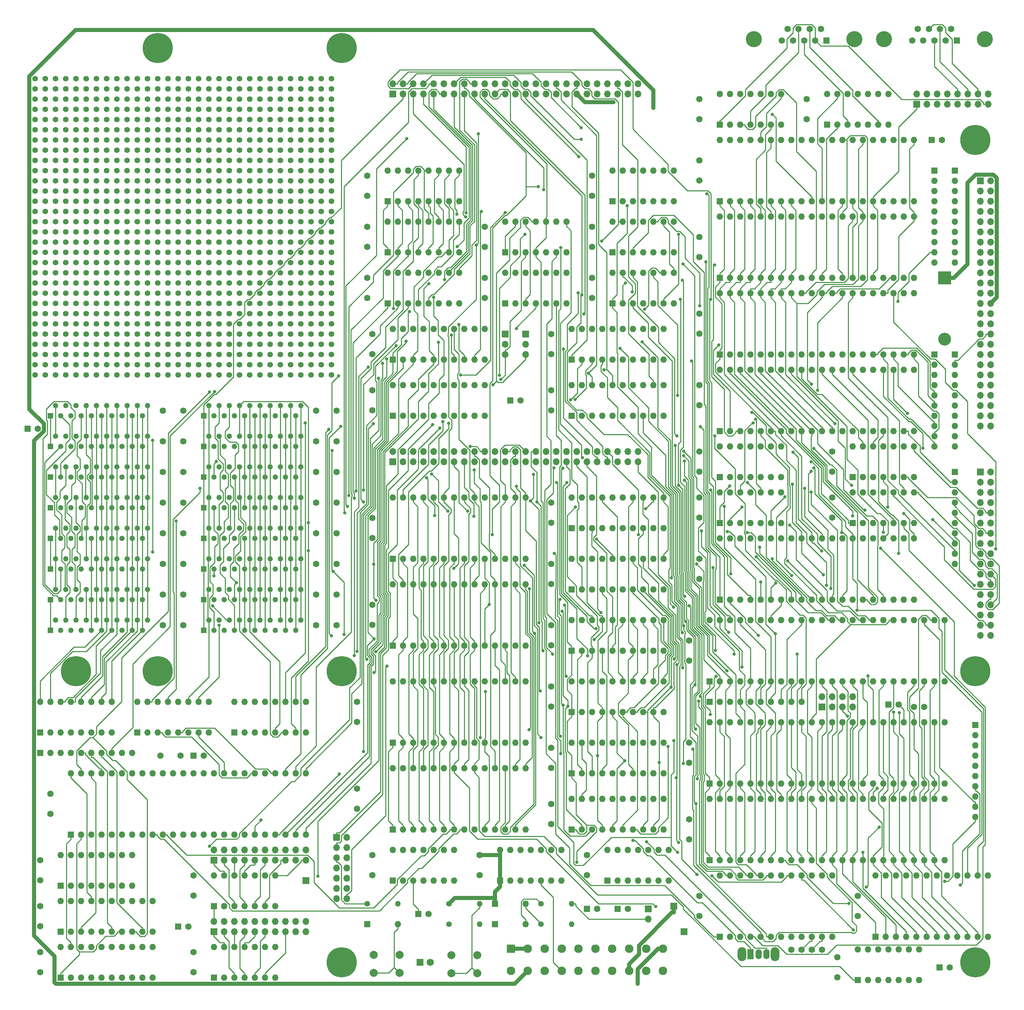
<source format=gbr>
%TF.GenerationSoftware,KiCad,Pcbnew,(6.0.11)*%
%TF.CreationDate,2024-06-16T13:35:31-04:00*%
%TF.ProjectId,NS32016-BC,4e533332-3031-4362-9d42-432e6b696361,rev?*%
%TF.SameCoordinates,Original*%
%TF.FileFunction,Copper,L4,Bot*%
%TF.FilePolarity,Positive*%
%FSLAX46Y46*%
G04 Gerber Fmt 4.6, Leading zero omitted, Abs format (unit mm)*
G04 Created by KiCad (PCBNEW (6.0.11)) date 2024-06-16 13:35:32*
%MOMM*%
%LPD*%
G01*
G04 APERTURE LIST*
%TA.AperFunction,ComponentPad*%
%ADD10C,1.600000*%
%TD*%
%TA.AperFunction,ComponentPad*%
%ADD11R,1.600000X1.600000*%
%TD*%
%TA.AperFunction,ComponentPad*%
%ADD12O,1.600000X1.600000*%
%TD*%
%TA.AperFunction,ComponentPad*%
%ADD13R,3.200000X3.200000*%
%TD*%
%TA.AperFunction,ComponentPad*%
%ADD14O,3.200000X3.200000*%
%TD*%
%TA.AperFunction,ComponentPad*%
%ADD15R,1.800000X1.800000*%
%TD*%
%TA.AperFunction,ComponentPad*%
%ADD16C,1.800000*%
%TD*%
%TA.AperFunction,ComponentPad*%
%ADD17R,1.700000X1.700000*%
%TD*%
%TA.AperFunction,ComponentPad*%
%ADD18O,1.700000X1.700000*%
%TD*%
%TA.AperFunction,ComponentPad*%
%ADD19R,2.125980X2.125980*%
%TD*%
%TA.AperFunction,ComponentPad*%
%ADD20C,2.125980*%
%TD*%
%TA.AperFunction,ComponentPad*%
%ADD21C,1.400000*%
%TD*%
%TA.AperFunction,ComponentPad*%
%ADD22O,1.400000X1.400000*%
%TD*%
%TA.AperFunction,ComponentPad*%
%ADD23C,2.000000*%
%TD*%
%TA.AperFunction,ComponentPad*%
%ADD24R,1.320800X1.320800*%
%TD*%
%TA.AperFunction,ComponentPad*%
%ADD25C,1.320800*%
%TD*%
%TA.AperFunction,ComponentPad*%
%ADD26C,4.000000*%
%TD*%
%TA.AperFunction,ComponentPad*%
%ADD27C,7.500000*%
%TD*%
%TA.AperFunction,ComponentPad*%
%ADD28C,1.397000*%
%TD*%
%TA.AperFunction,ComponentPad*%
%ADD29O,2.200000X3.500000*%
%TD*%
%TA.AperFunction,ComponentPad*%
%ADD30R,1.500000X2.500000*%
%TD*%
%TA.AperFunction,ComponentPad*%
%ADD31O,1.500000X2.500000*%
%TD*%
%TA.AperFunction,ViaPad*%
%ADD32C,0.800000*%
%TD*%
%TA.AperFunction,Conductor*%
%ADD33C,0.250000*%
%TD*%
%TA.AperFunction,Conductor*%
%ADD34C,1.000000*%
%TD*%
G04 APERTURE END LIST*
D10*
%TO.P,C1,1*%
%TO.N,/CPU/+bbg*%
X344170000Y-304800000D03*
%TO.P,C1,2*%
%TO.N,GND*%
X346670000Y-304800000D03*
%TD*%
D11*
%TO.P,C2,1*%
%TO.N,GND*%
X337820000Y-304165000D03*
D10*
%TO.P,C2,2*%
%TO.N,/CPU/+bbg*%
X340320000Y-304165000D03*
%TD*%
D11*
%TO.P,C3,1*%
%TO.N,-rst_sw*%
X262890000Y-354960000D03*
D10*
%TO.P,C3,2*%
%TO.N,GND*%
X265390000Y-354960000D03*
%TD*%
%TO.P,C4,1*%
%TO.N,+phi1*%
X318770000Y-365125000D03*
%TO.P,C4,2*%
%TO.N,GND*%
X321270000Y-365125000D03*
%TD*%
%TO.P,C5,1*%
%TO.N,+phi2*%
X316230000Y-365125000D03*
%TO.P,C5,2*%
%TO.N,GND*%
X313730000Y-365125000D03*
%TD*%
%TO.P,C8,1*%
%TO.N,VCC*%
X161925000Y-316865000D03*
%TO.P,C8,2*%
%TO.N,GND*%
X156925000Y-316865000D03*
%TD*%
D11*
%TO.P,C9,1*%
%TO.N,VCC*%
X165100000Y-316865000D03*
D10*
%TO.P,C9,2*%
%TO.N,GND*%
X167600000Y-316865000D03*
%TD*%
D11*
%TO.P,C100,1*%
%TO.N,Net-(C100-Pad1)*%
X220980000Y-356230000D03*
D10*
%TO.P,C100,2*%
%TO.N,GND*%
X223480000Y-356230000D03*
%TD*%
D11*
%TO.P,C101,1*%
%TO.N,Net-(C101-Pad1)*%
X270510000Y-354960000D03*
D10*
%TO.P,C101,2*%
%TO.N,GND*%
X273010000Y-354960000D03*
%TD*%
%TO.P,C102,1*%
%TO.N,5VSB*%
X209550000Y-341630000D03*
%TO.P,C102,2*%
%TO.N,GND*%
X209550000Y-346630000D03*
%TD*%
%TO.P,C103,1*%
%TO.N,5VSB*%
X236220000Y-341630000D03*
%TO.P,C103,2*%
%TO.N,GND*%
X236220000Y-346630000D03*
%TD*%
D11*
%TO.P,D1,1,K*%
%TO.N,VCC*%
X208280000Y-358770000D03*
D12*
%TO.P,D1,2,A*%
%TO.N,-rst_sw*%
X215900000Y-358770000D03*
%TD*%
D13*
%TO.P,D2,1,K*%
%TO.N,/IO/sc_term*%
X351790000Y-198120000D03*
D14*
%TO.P,D2,2,A*%
%TO.N,VCC*%
X351790000Y-213360000D03*
%TD*%
D11*
%TO.P,D100,1,K*%
%TO.N,5VSB*%
X240030000Y-358770000D03*
D12*
%TO.P,D100,2,A*%
%TO.N,Net-(C100-Pad1)*%
X247650000Y-358770000D03*
%TD*%
D11*
%TO.P,D101,1,K*%
%TO.N,5VSB*%
X240030000Y-353690000D03*
D12*
%TO.P,D101,2,A*%
%TO.N,Net-(C101-Pad1)*%
X247650000Y-353690000D03*
%TD*%
D15*
%TO.P,D102,1,K*%
%TO.N,GND*%
X221410000Y-368300000D03*
D16*
%TO.P,D102,2,A*%
%TO.N,Net-(D102-Pad2)*%
X223950000Y-368300000D03*
%TD*%
D17*
%TO.P,P1,1,Pin_1*%
%TO.N,GND*%
X360680000Y-173990000D03*
D18*
%TO.P,P1,2,Pin_2*%
%TO.N,-sc_db<0>*%
X363220000Y-173990000D03*
%TO.P,P1,3,Pin_3*%
%TO.N,GND*%
X360680000Y-176530000D03*
%TO.P,P1,4,Pin_4*%
%TO.N,-sc_db<1>*%
X363220000Y-176530000D03*
%TO.P,P1,5,Pin_5*%
%TO.N,GND*%
X360680000Y-179070000D03*
%TO.P,P1,6,Pin_6*%
%TO.N,-sc_db<2>*%
X363220000Y-179070000D03*
%TO.P,P1,7,Pin_7*%
%TO.N,GND*%
X360680000Y-181610000D03*
%TO.P,P1,8,Pin_8*%
%TO.N,-sc_db<3>*%
X363220000Y-181610000D03*
%TO.P,P1,9,Pin_9*%
%TO.N,GND*%
X360680000Y-184150000D03*
%TO.P,P1,10,Pin_10*%
%TO.N,-sc_db<4>*%
X363220000Y-184150000D03*
%TO.P,P1,11,Pin_11*%
%TO.N,GND*%
X360680000Y-186690000D03*
%TO.P,P1,12,Pin_12*%
%TO.N,-sc_db<5>*%
X363220000Y-186690000D03*
%TO.P,P1,13,Pin_13*%
%TO.N,GND*%
X360680000Y-189230000D03*
%TO.P,P1,14,Pin_14*%
%TO.N,-sc_db<6>*%
X363220000Y-189230000D03*
%TO.P,P1,15,Pin_15*%
%TO.N,GND*%
X360680000Y-191770000D03*
%TO.P,P1,16,Pin_16*%
%TO.N,-sc_db<7>*%
X363220000Y-191770000D03*
%TO.P,P1,17,Pin_17*%
%TO.N,GND*%
X360680000Y-194310000D03*
%TO.P,P1,18,Pin_18*%
%TO.N,-sc_dbp*%
X363220000Y-194310000D03*
%TO.P,P1,19,Pin_19*%
%TO.N,GND*%
X360680000Y-196850000D03*
%TO.P,P1,20,Pin_20*%
X363220000Y-196850000D03*
%TO.P,P1,21,Pin_21*%
X360680000Y-199390000D03*
%TO.P,P1,22,Pin_22*%
X363220000Y-199390000D03*
%TO.P,P1,23,Pin_23*%
X360680000Y-201930000D03*
%TO.P,P1,24,Pin_24*%
X363220000Y-201930000D03*
%TO.P,P1,25,Pin_25*%
%TO.N,unconnected-(P1-Pad25)*%
X360680000Y-204470000D03*
%TO.P,P1,26,Pin_26*%
%TO.N,/IO/sc_term*%
X363220000Y-204470000D03*
%TO.P,P1,27,Pin_27*%
%TO.N,GND*%
X360680000Y-207010000D03*
%TO.P,P1,28,Pin_28*%
X363220000Y-207010000D03*
%TO.P,P1,29,Pin_29*%
X360680000Y-209550000D03*
%TO.P,P1,30,Pin_30*%
X363220000Y-209550000D03*
%TO.P,P1,31,Pin_31*%
X360680000Y-212090000D03*
%TO.P,P1,32,Pin_32*%
%TO.N,-sc_atn*%
X363220000Y-212090000D03*
%TO.P,P1,33,Pin_33*%
%TO.N,GND*%
X360680000Y-214630000D03*
%TO.P,P1,34,Pin_34*%
X363220000Y-214630000D03*
%TO.P,P1,35,Pin_35*%
X360680000Y-217170000D03*
%TO.P,P1,36,Pin_36*%
%TO.N,-sc_bsy*%
X363220000Y-217170000D03*
%TO.P,P1,37,Pin_37*%
%TO.N,GND*%
X360680000Y-219710000D03*
%TO.P,P1,38,Pin_38*%
%TO.N,-sc_ack*%
X363220000Y-219710000D03*
%TO.P,P1,39,Pin_39*%
%TO.N,GND*%
X360680000Y-222250000D03*
%TO.P,P1,40,Pin_40*%
%TO.N,-sc_rst*%
X363220000Y-222250000D03*
%TO.P,P1,41,Pin_41*%
%TO.N,GND*%
X360680000Y-224790000D03*
%TO.P,P1,42,Pin_42*%
%TO.N,-sc_msg*%
X363220000Y-224790000D03*
%TO.P,P1,43,Pin_43*%
%TO.N,GND*%
X360680000Y-227330000D03*
%TO.P,P1,44,Pin_44*%
%TO.N,-sc_sel*%
X363220000Y-227330000D03*
%TO.P,P1,45,Pin_45*%
%TO.N,GND*%
X360680000Y-229870000D03*
%TO.P,P1,46,Pin_46*%
%TO.N,-sc_cd*%
X363220000Y-229870000D03*
%TO.P,P1,47,Pin_47*%
%TO.N,GND*%
X360680000Y-232410000D03*
%TO.P,P1,48,Pin_48*%
%TO.N,-sc_req*%
X363220000Y-232410000D03*
%TO.P,P1,49,Pin_49*%
%TO.N,GND*%
X360680000Y-234950000D03*
%TO.P,P1,50,Pin_50*%
%TO.N,-sc_io*%
X363220000Y-234950000D03*
%TD*%
D17*
%TO.P,P2,1,Pin_1*%
%TO.N,GND*%
X360680000Y-246380000D03*
D18*
%TO.P,P2,2,Pin_2*%
%TO.N,-fdb_ld*%
X363220000Y-246380000D03*
%TO.P,P2,3,Pin_3*%
%TO.N,GND*%
X360680000Y-248920000D03*
%TO.P,P2,4,Pin_4*%
%TO.N,unconnected-(P2-Pad4)*%
X363220000Y-248920000D03*
%TO.P,P2,5,Pin_5*%
%TO.N,GND*%
X360680000Y-251460000D03*
%TO.P,P2,6,Pin_6*%
%TO.N,unconnected-(P2-Pad6)*%
X363220000Y-251460000D03*
%TO.P,P2,7,Pin_7*%
%TO.N,GND*%
X360680000Y-254000000D03*
%TO.P,P2,8,Pin_8*%
%TO.N,-fdb_idx*%
X363220000Y-254000000D03*
%TO.P,P2,9,Pin_9*%
%TO.N,GND*%
X360680000Y-256540000D03*
%TO.P,P2,10,Pin_10*%
%TO.N,-fdb_motor0*%
X363220000Y-256540000D03*
%TO.P,P2,11,Pin_11*%
%TO.N,GND*%
X360680000Y-259080000D03*
%TO.P,P2,12,Pin_12*%
%TO.N,-fdb_ds1*%
X363220000Y-259080000D03*
%TO.P,P2,13,Pin_13*%
%TO.N,GND*%
X360680000Y-261620000D03*
%TO.P,P2,14,Pin_14*%
%TO.N,-fdb_ds0*%
X363220000Y-261620000D03*
%TO.P,P2,15,Pin_15*%
%TO.N,GND*%
X360680000Y-264160000D03*
%TO.P,P2,16,Pin_16*%
%TO.N,-fdb_motor1*%
X363220000Y-264160000D03*
%TO.P,P2,17,Pin_17*%
%TO.N,GND*%
X360680000Y-266700000D03*
%TO.P,P2,18,Pin_18*%
%TO.N,-fdb_dir*%
X363220000Y-266700000D03*
%TO.P,P2,19,Pin_19*%
%TO.N,GND*%
X360680000Y-269240000D03*
%TO.P,P2,20,Pin_20*%
%TO.N,-fdb_stp*%
X363220000Y-269240000D03*
%TO.P,P2,21,Pin_21*%
%TO.N,GND*%
X360680000Y-271780000D03*
%TO.P,P2,22,Pin_22*%
%TO.N,-fdb_wrdata*%
X363220000Y-271780000D03*
%TO.P,P2,23,Pin_23*%
%TO.N,GND*%
X360680000Y-274320000D03*
%TO.P,P2,24,Pin_24*%
%TO.N,-fdb_we*%
X363220000Y-274320000D03*
%TO.P,P2,25,Pin_25*%
%TO.N,GND*%
X360680000Y-276860000D03*
%TO.P,P2,26,Pin_26*%
%TO.N,-fdb_trk0*%
X363220000Y-276860000D03*
%TO.P,P2,27,Pin_27*%
%TO.N,GND*%
X360680000Y-279400000D03*
%TO.P,P2,28,Pin_28*%
%TO.N,-fdb_wp*%
X363220000Y-279400000D03*
%TO.P,P2,29,Pin_29*%
%TO.N,GND*%
X360680000Y-281940000D03*
%TO.P,P2,30,Pin_30*%
%TO.N,-fdb_rddata*%
X363220000Y-281940000D03*
%TO.P,P2,31,Pin_31*%
%TO.N,GND*%
X360680000Y-284480000D03*
%TO.P,P2,32,Pin_32*%
%TO.N,-fdb_hdsel*%
X363220000Y-284480000D03*
%TO.P,P2,33,Pin_33*%
%TO.N,GND*%
X360680000Y-287020000D03*
%TO.P,P2,34,Pin_34*%
%TO.N,unconnected-(P2-Pad34)*%
X363220000Y-287020000D03*
%TD*%
D17*
%TO.P,P3,1,Pin_1*%
%TO.N,Net-(P3-Pad1)*%
X170180000Y-360680000D03*
D18*
%TO.P,P3,2,Pin_2*%
%TO.N,+ras_dly100*%
X170180000Y-358140000D03*
%TO.P,P3,3,Pin_3*%
%TO.N,Net-(P3-Pad3)*%
X172720000Y-360680000D03*
%TO.P,P3,4,Pin_4*%
%TO.N,+ras_dly100*%
X172720000Y-358140000D03*
%TO.P,P3,5,Pin_5*%
%TO.N,Net-(P3-Pad5)*%
X175260000Y-360680000D03*
%TO.P,P3,6,Pin_6*%
%TO.N,+ras_dly100*%
X175260000Y-358140000D03*
%TO.P,P3,7,Pin_7*%
%TO.N,Net-(P3-Pad7)*%
X177800000Y-360680000D03*
%TO.P,P3,8,Pin_8*%
%TO.N,+ras_dly100*%
X177800000Y-358140000D03*
%TO.P,P3,9,Pin_9*%
%TO.N,Net-(P3-Pad9)*%
X180340000Y-360680000D03*
%TO.P,P3,10,Pin_10*%
%TO.N,+ras_dly100*%
X180340000Y-358140000D03*
%TO.P,P3,11,Pin_11*%
%TO.N,Net-(P3-Pad11)*%
X182880000Y-360680000D03*
%TO.P,P3,12,Pin_12*%
%TO.N,+ras_dly100*%
X182880000Y-358140000D03*
%TO.P,P3,13,Pin_13*%
%TO.N,Net-(P3-Pad13)*%
X185420000Y-360680000D03*
%TO.P,P3,14,Pin_14*%
%TO.N,+ras_dly100*%
X185420000Y-358140000D03*
%TO.P,P3,15,Pin_15*%
%TO.N,Net-(P3-Pad15)*%
X187960000Y-360680000D03*
%TO.P,P3,16,Pin_16*%
%TO.N,+ras_dly100*%
X187960000Y-358140000D03*
%TO.P,P3,17,Pin_17*%
%TO.N,Net-(P3-Pad17)*%
X190500000Y-360680000D03*
%TO.P,P3,18,Pin_18*%
%TO.N,+ras_dly100*%
X190500000Y-358140000D03*
%TO.P,P3,19,Pin_19*%
%TO.N,Net-(P3-Pad19)*%
X193040000Y-360680000D03*
%TO.P,P3,20,Pin_20*%
%TO.N,+ras_dly100*%
X193040000Y-358140000D03*
%TD*%
D17*
%TO.P,P4,1,Pin_1*%
%TO.N,Net-(P4-Pad1)*%
X170180000Y-342900000D03*
D18*
%TO.P,P4,2,Pin_2*%
%TO.N,Net-(P4-Pad10)*%
X170180000Y-340360000D03*
%TO.P,P4,3,Pin_3*%
%TO.N,Net-(P4-Pad3)*%
X172720000Y-342900000D03*
%TO.P,P4,4,Pin_4*%
%TO.N,Net-(P4-Pad10)*%
X172720000Y-340360000D03*
%TO.P,P4,5,Pin_5*%
%TO.N,Net-(P4-Pad5)*%
X175260000Y-342900000D03*
%TO.P,P4,6,Pin_6*%
%TO.N,Net-(P4-Pad10)*%
X175260000Y-340360000D03*
%TO.P,P4,7,Pin_7*%
%TO.N,Net-(P4-Pad7)*%
X177800000Y-342900000D03*
%TO.P,P4,8,Pin_8*%
%TO.N,Net-(P4-Pad10)*%
X177800000Y-340360000D03*
%TO.P,P4,9,Pin_9*%
%TO.N,Net-(P4-Pad9)*%
X180340000Y-342900000D03*
%TO.P,P4,10,Pin_10*%
%TO.N,Net-(P4-Pad10)*%
X180340000Y-340360000D03*
%TO.P,P4,11,Pin_11*%
%TO.N,Net-(P4-Pad11)*%
X182880000Y-342900000D03*
%TO.P,P4,12,Pin_12*%
%TO.N,Net-(P4-Pad10)*%
X182880000Y-340360000D03*
%TO.P,P4,13,Pin_13*%
%TO.N,Net-(P4-Pad13)*%
X185420000Y-342900000D03*
%TO.P,P4,14,Pin_14*%
%TO.N,Net-(P4-Pad10)*%
X185420000Y-340360000D03*
%TO.P,P4,15,Pin_15*%
%TO.N,Net-(P4-Pad15)*%
X187960000Y-342900000D03*
%TO.P,P4,16,Pin_16*%
%TO.N,Net-(P4-Pad10)*%
X187960000Y-340360000D03*
%TO.P,P4,17,Pin_17*%
%TO.N,Net-(P4-Pad17)*%
X190500000Y-342900000D03*
%TO.P,P4,18,Pin_18*%
%TO.N,Net-(P4-Pad10)*%
X190500000Y-340360000D03*
%TO.P,P4,19,Pin_19*%
%TO.N,Net-(P4-Pad19)*%
X193040000Y-342900000D03*
%TO.P,P4,20,Pin_20*%
%TO.N,Net-(P4-Pad10)*%
X193040000Y-340360000D03*
%TD*%
D17*
%TO.P,P6,1,Pin_1*%
%TO.N,Net-(P4-Pad10)*%
X193040000Y-347980000D03*
%TD*%
%TO.P,P100,1,Pin_1*%
%TO.N,GND*%
X278130000Y-354960000D03*
D18*
%TO.P,P100,2,Pin_2*%
%TO.N,Net-(P100-Pad2)*%
X278130000Y-357500000D03*
%TD*%
D19*
%TO.P,P101,1,Pin_1*%
%TO.N,/VDD*%
X243989860Y-364914180D03*
D20*
%TO.P,P101,2,Pin_2*%
X243989860Y-370415820D03*
%TO.P,P101,3,Pin_3*%
X248191020Y-364914180D03*
%TO.P,P101,4,Pin_4*%
%TO.N,-12V*%
X248191020Y-370415820D03*
%TO.P,P101,5,Pin_5*%
%TO.N,GND*%
X252389640Y-364914180D03*
%TO.P,P101,6,Pin_6*%
X252389640Y-370415820D03*
%TO.P,P101,7,Pin_7*%
%TO.N,VCC*%
X256590800Y-364914180D03*
%TO.P,P101,8,Pin_8*%
%TO.N,PWR_ON*%
X256590800Y-370415820D03*
%TO.P,P101,9,Pin_9*%
%TO.N,GND*%
X260789420Y-364914180D03*
%TO.P,P101,10,Pin_10*%
X260789420Y-370415820D03*
%TO.P,P101,11,Pin_11*%
%TO.N,VCC*%
X264990580Y-364914180D03*
%TO.P,P101,12,Pin_12*%
%TO.N,GND*%
X264990580Y-370415820D03*
%TO.P,P101,13,Pin_13*%
X269189200Y-364914180D03*
%TO.P,P101,14,Pin_14*%
X269189200Y-370415820D03*
%TO.P,P101,15,Pin_15*%
%TO.N,PG*%
X273390360Y-364914180D03*
%TO.P,P101,16,Pin_16*%
%TO.N,-5V*%
X273390360Y-370415820D03*
%TO.P,P101,17,Pin_17*%
%TO.N,5VSB*%
X277588980Y-364914180D03*
%TO.P,P101,18,Pin_18*%
%TO.N,VCC*%
X277588980Y-370415820D03*
%TO.P,P101,19,Pin_19*%
%TO.N,+12V*%
X281790140Y-364914180D03*
%TO.P,P101,20,Pin_20*%
%TO.N,VCC*%
X281790140Y-370415820D03*
%TD*%
D21*
%TO.P,R1,1*%
%TO.N,-rst_sw*%
X208280000Y-353690000D03*
D22*
%TO.P,R1,2*%
%TO.N,VCC*%
X215900000Y-353690000D03*
%TD*%
D21*
%TO.P,R100,1*%
%TO.N,5VSB*%
X228600000Y-353690000D03*
D22*
%TO.P,R100,2*%
%TO.N,Net-(P100-Pad2)*%
X236220000Y-353690000D03*
%TD*%
D21*
%TO.P,R101,1*%
%TO.N,Net-(C100-Pad1)*%
X251460000Y-353690000D03*
D22*
%TO.P,R101,2*%
%TO.N,Net-(P100-Pad2)*%
X259080000Y-353690000D03*
%TD*%
D21*
%TO.P,R102,1*%
%TO.N,Net-(C101-Pad1)*%
X251460000Y-358770000D03*
D22*
%TO.P,R102,2*%
%TO.N,5VSB*%
X259080000Y-358770000D03*
%TD*%
D21*
%TO.P,R103,1*%
%TO.N,VCC*%
X228600000Y-358770000D03*
D22*
%TO.P,R103,2*%
%TO.N,Net-(D102-Pad2)*%
X236220000Y-358770000D03*
%TD*%
D11*
%TO.P,RP1,1,R1.1*%
%TO.N,+dram_adr1<0>*%
X127000000Y-311150000D03*
D12*
%TO.P,RP1,2,R2.1*%
%TO.N,+dram_adr1<1>*%
X129540000Y-311150000D03*
%TO.P,RP1,3,R3.1*%
%TO.N,+dram_adr1<2>*%
X132080000Y-311150000D03*
%TO.P,RP1,4,R4.1*%
%TO.N,+dram_adr1<3>*%
X134620000Y-311150000D03*
%TO.P,RP1,5,R5.1*%
%TO.N,+dram_adr1<4>*%
X137160000Y-311150000D03*
%TO.P,RP1,6,R6.1*%
%TO.N,+dram_adr1<5>*%
X139700000Y-311150000D03*
%TO.P,RP1,7,R7.1*%
%TO.N,+dram_adr1<6>*%
X142240000Y-311150000D03*
%TO.P,RP1,8,R8.1*%
%TO.N,+dram_adr1<7>*%
X144780000Y-311150000D03*
%TO.P,RP1,9,R8.2*%
%TO.N,+dram_adr2<7>*%
X144780000Y-303530000D03*
%TO.P,RP1,10,R7.2*%
%TO.N,+dram_adr2<6>*%
X142240000Y-303530000D03*
%TO.P,RP1,11,R6.2*%
%TO.N,+dram_adr2<5>*%
X139700000Y-303530000D03*
%TO.P,RP1,12,R5.2*%
%TO.N,+dram_adr2<4>*%
X137160000Y-303530000D03*
%TO.P,RP1,13,R4.2*%
%TO.N,+dram_adr2<3>*%
X134620000Y-303530000D03*
%TO.P,RP1,14,R3.2*%
%TO.N,+dram_adr2<2>*%
X132080000Y-303530000D03*
%TO.P,RP1,15,R2.2*%
%TO.N,+dram_adr2<1>*%
X129540000Y-303530000D03*
%TO.P,RP1,16,R1.2*%
%TO.N,+dram_adr2<0>*%
X127000000Y-303530000D03*
%TD*%
D11*
%TO.P,RP2,1,R1.1*%
%TO.N,unconnected-(RP2-Pad1)*%
X151130000Y-311150000D03*
D12*
%TO.P,RP2,2,R2.1*%
%TO.N,-ras31*%
X153670000Y-311150000D03*
%TO.P,RP2,3,R3.1*%
%TO.N,-ras21*%
X156210000Y-311150000D03*
%TO.P,RP2,4,R4.1*%
%TO.N,-ras11*%
X158750000Y-311150000D03*
%TO.P,RP2,5,R5.1*%
%TO.N,-ras01*%
X161290000Y-311150000D03*
%TO.P,RP2,6,R6.1*%
%TO.N,-cas1*%
X163830000Y-311150000D03*
%TO.P,RP2,7,R7.1*%
%TO.N,+dram_adr1<8>*%
X166370000Y-311150000D03*
%TO.P,RP2,8,R8.1*%
%TO.N,unconnected-(RP2-Pad8)*%
X168910000Y-311150000D03*
%TO.P,RP2,9,R8.2*%
%TO.N,unconnected-(RP2-Pad9)*%
X168910000Y-303530000D03*
%TO.P,RP2,10,R7.2*%
%TO.N,+dram_adr2<8>*%
X166370000Y-303530000D03*
%TO.P,RP2,11,R6.2*%
%TO.N,-cas2*%
X163830000Y-303530000D03*
%TO.P,RP2,12,R5.2*%
%TO.N,-ras02*%
X161290000Y-303530000D03*
%TO.P,RP2,13,R4.2*%
%TO.N,-ras12*%
X158750000Y-303530000D03*
%TO.P,RP2,14,R3.2*%
%TO.N,-ras22*%
X156210000Y-303530000D03*
%TO.P,RP2,15,R2.2*%
%TO.N,-ras32*%
X153670000Y-303530000D03*
%TO.P,RP2,16,R1.2*%
%TO.N,unconnected-(RP2-Pad16)*%
X151130000Y-303530000D03*
%TD*%
D11*
%TO.P,RP3,1,R1.1*%
%TO.N,unconnected-(RP3-Pad1)*%
X175260000Y-311150000D03*
D12*
%TO.P,RP3,2,R2.1*%
%TO.N,unconnected-(RP3-Pad2)*%
X177800000Y-311150000D03*
%TO.P,RP3,3,R3.1*%
%TO.N,unconnected-(RP3-Pad3)*%
X180340000Y-311150000D03*
%TO.P,RP3,4,R4.1*%
%TO.N,unconnected-(RP3-Pad4)*%
X182880000Y-311150000D03*
%TO.P,RP3,5,R5.1*%
%TO.N,+dram_adr2<9>*%
X185420000Y-311150000D03*
%TO.P,RP3,6,R6.1*%
%TO.N,-we_l2*%
X187960000Y-311150000D03*
%TO.P,RP3,7,R7.1*%
%TO.N,-we_h2*%
X190500000Y-311150000D03*
%TO.P,RP3,8,R8.1*%
%TO.N,unconnected-(RP3-Pad8)*%
X193040000Y-311150000D03*
%TO.P,RP3,9,R8.2*%
%TO.N,unconnected-(RP3-Pad9)*%
X193040000Y-303530000D03*
%TO.P,RP3,10,R7.2*%
%TO.N,-we_h1*%
X190500000Y-303530000D03*
%TO.P,RP3,11,R6.2*%
%TO.N,-we_l1*%
X187960000Y-303530000D03*
%TO.P,RP3,12,R5.2*%
%TO.N,+dram_adr1<9>*%
X185420000Y-303530000D03*
%TO.P,RP3,13,R4.2*%
%TO.N,unconnected-(RP3-Pad13)*%
X182880000Y-303530000D03*
%TO.P,RP3,14,R3.2*%
%TO.N,unconnected-(RP3-Pad14)*%
X180340000Y-303530000D03*
%TO.P,RP3,15,R2.2*%
%TO.N,unconnected-(RP3-Pad15)*%
X177800000Y-303530000D03*
%TO.P,RP3,16,R1.2*%
%TO.N,unconnected-(RP3-Pad16)*%
X175260000Y-303530000D03*
%TD*%
D11*
%TO.P,RR1,1,common*%
%TO.N,VCC*%
X354330000Y-171450000D03*
D12*
%TO.P,RR1,2,R1*%
%TO.N,-sc_db<0>*%
X354330000Y-173990000D03*
%TO.P,RR1,3,R2*%
%TO.N,-sc_db<1>*%
X354330000Y-176530000D03*
%TO.P,RR1,4,R3*%
%TO.N,-sc_db<2>*%
X354330000Y-179070000D03*
%TO.P,RR1,5,R4*%
%TO.N,-sc_db<3>*%
X354330000Y-181610000D03*
%TO.P,RR1,6,R5*%
%TO.N,-sc_db<4>*%
X354330000Y-184150000D03*
%TO.P,RR1,7,R6*%
%TO.N,-sc_db<5>*%
X354330000Y-186690000D03*
%TO.P,RR1,8,R7*%
%TO.N,-sc_db<6>*%
X354330000Y-189230000D03*
%TO.P,RR1,9,R8*%
%TO.N,-sc_db<7>*%
X354330000Y-191770000D03*
%TO.P,RR1,10,R9*%
%TO.N,-sc_dbp*%
X354330000Y-194310000D03*
%TD*%
D11*
%TO.P,RR2,1,common*%
%TO.N,VCC*%
X354330000Y-217170000D03*
D12*
%TO.P,RR2,2,R1*%
%TO.N,-sc_atn*%
X354330000Y-219710000D03*
%TO.P,RR2,3,R2*%
%TO.N,-sc_bsy*%
X354330000Y-222250000D03*
%TO.P,RR2,4,R3*%
%TO.N,-sc_ack*%
X354330000Y-224790000D03*
%TO.P,RR2,5,R4*%
%TO.N,-sc_rst*%
X354330000Y-227330000D03*
%TO.P,RR2,6,R5*%
%TO.N,-sc_msg*%
X354330000Y-229870000D03*
%TO.P,RR2,7,R6*%
%TO.N,-sc_sel*%
X354330000Y-232410000D03*
%TO.P,RR2,8,R7*%
%TO.N,-sc_cd*%
X354330000Y-234950000D03*
%TO.P,RR2,9,R8*%
%TO.N,-sc_req*%
X354330000Y-237490000D03*
%TO.P,RR2,10,R9*%
%TO.N,-sc_io*%
X354330000Y-240030000D03*
%TD*%
D11*
%TO.P,RR3,1,common*%
%TO.N,GND*%
X349250000Y-171450000D03*
D12*
%TO.P,RR3,2,R1*%
%TO.N,-sc_db<0>*%
X349250000Y-173990000D03*
%TO.P,RR3,3,R2*%
%TO.N,-sc_db<1>*%
X349250000Y-176530000D03*
%TO.P,RR3,4,R3*%
%TO.N,-sc_db<2>*%
X349250000Y-179070000D03*
%TO.P,RR3,5,R4*%
%TO.N,-sc_db<3>*%
X349250000Y-181610000D03*
%TO.P,RR3,6,R5*%
%TO.N,-sc_db<4>*%
X349250000Y-184150000D03*
%TO.P,RR3,7,R6*%
%TO.N,-sc_db<5>*%
X349250000Y-186690000D03*
%TO.P,RR3,8,R7*%
%TO.N,-sc_db<6>*%
X349250000Y-189230000D03*
%TO.P,RR3,9,R8*%
%TO.N,-sc_db<7>*%
X349250000Y-191770000D03*
%TO.P,RR3,10,R9*%
%TO.N,-sc_dbp*%
X349250000Y-194310000D03*
%TD*%
D11*
%TO.P,RR4,1,common*%
%TO.N,GND*%
X349250000Y-217170000D03*
D12*
%TO.P,RR4,2,R1*%
%TO.N,-sc_atn*%
X349250000Y-219710000D03*
%TO.P,RR4,3,R2*%
%TO.N,-sc_bsy*%
X349250000Y-222250000D03*
%TO.P,RR4,4,R3*%
%TO.N,-sc_ack*%
X349250000Y-224790000D03*
%TO.P,RR4,5,R4*%
%TO.N,-sc_rst*%
X349250000Y-227330000D03*
%TO.P,RR4,6,R5*%
%TO.N,-sc_msg*%
X349250000Y-229870000D03*
%TO.P,RR4,7,R6*%
%TO.N,-sc_sel*%
X349250000Y-232410000D03*
%TO.P,RR4,8,R7*%
%TO.N,-sc_cd*%
X349250000Y-234950000D03*
%TO.P,RR4,9,R8*%
%TO.N,-sc_req*%
X349250000Y-237490000D03*
%TO.P,RR4,10,R9*%
%TO.N,-sc_io*%
X349250000Y-240030000D03*
%TD*%
D11*
%TO.P,RR8,1,common*%
%TO.N,VCC*%
X293370000Y-303530000D03*
D12*
%TO.P,RR8,2,R1*%
%TO.N,-wait8*%
X295910000Y-303530000D03*
%TO.P,RR8,3,R2*%
%TO.N,-wait4*%
X298450000Y-303530000D03*
%TO.P,RR8,4,R3*%
%TO.N,-wait2*%
X300990000Y-303530000D03*
%TO.P,RR8,5,R4*%
%TO.N,-wait1*%
X303530000Y-303530000D03*
%TO.P,RR8,6,R5*%
%TO.N,-dma_breq*%
X306070000Y-303530000D03*
%TO.P,RR8,7,R6*%
%TO.N,-dma_req2*%
X308610000Y-303530000D03*
%TO.P,RR8,8,R7*%
%TO.N,-dma_req3*%
X311150000Y-303530000D03*
%TO.P,RR8,9,R8*%
%TO.N,io_decode1*%
X313690000Y-303530000D03*
%TO.P,RR8,10,R9*%
%TO.N,io_decode2*%
X316230000Y-303530000D03*
%TD*%
D11*
%TO.P,RR7,1,common*%
%TO.N,VCC*%
X127000000Y-316230000D03*
D12*
%TO.P,RR7,2,R1*%
%TO.N,+m0*%
X129540000Y-316230000D03*
%TO.P,RR7,3,R2*%
%TO.N,+rahs*%
X132080000Y-316230000D03*
%TO.P,RR7,4,R3*%
%TO.N,+ads*%
X134620000Y-316230000D03*
%TO.P,RR7,5,R4*%
%TO.N,-win*%
X137160000Y-316230000D03*
%TO.P,RR7,6,R5*%
%TO.N,+dramcpal1*%
X139700000Y-316230000D03*
%TO.P,RR7,7,R6*%
%TO.N,+dramcpal2*%
X142240000Y-316230000D03*
%TO.P,RR7,8,R7*%
%TO.N,3st_buf*%
X144780000Y-316230000D03*
%TO.P,RR7,9,R8*%
%TO.N,unconnected-(RR7-Pad9)*%
X147320000Y-316230000D03*
%TO.P,RR7,10,R9*%
%TO.N,unconnected-(RR7-Pad10)*%
X149860000Y-316230000D03*
%TD*%
D23*
%TO.P,SW1,1,1*%
%TO.N,GND*%
X209860000Y-366395000D03*
X216360000Y-366395000D03*
%TO.P,SW1,2,2*%
%TO.N,-rst_sw*%
X209860000Y-370895000D03*
X216360000Y-370895000D03*
%TD*%
%TO.P,SW100,1,1*%
%TO.N,GND*%
X229160000Y-366510000D03*
X235660000Y-366510000D03*
%TO.P,SW100,2,2*%
%TO.N,Net-(P100-Pad2)*%
X229160000Y-371010000D03*
X235660000Y-371010000D03*
%TD*%
D11*
%TO.P,U1,1,A22*%
%TO.N,+cpu_a<22>*%
X293370000Y-323850000D03*
D12*
%TO.P,U1,2,A21*%
%TO.N,+cpu_a<21>*%
X295910000Y-323850000D03*
%TO.P,U1,3,A20*%
%TO.N,+cpu_a<20>*%
X298450000Y-323850000D03*
%TO.P,U1,4,A19*%
%TO.N,+cpu_a<19>*%
X300990000Y-323850000D03*
%TO.P,U1,5,A18*%
%TO.N,+cpu_a<18>*%
X303530000Y-323850000D03*
%TO.P,U1,6,A17*%
%TO.N,+cpu_a<17>*%
X306070000Y-323850000D03*
%TO.P,U1,7,A16*%
%TO.N,+cpu_a<16>*%
X308610000Y-323850000D03*
%TO.P,U1,8,AD15*%
%TO.N,+cpu_ad<15>*%
X311150000Y-323850000D03*
%TO.P,U1,9,AD14*%
%TO.N,+cpu_ad<14>*%
X313690000Y-323850000D03*
%TO.P,U1,10,AD13*%
%TO.N,+cpu_ad<13>*%
X316230000Y-323850000D03*
%TO.P,U1,11,AD12*%
%TO.N,+cpu_ad<12>*%
X318770000Y-323850000D03*
%TO.P,U1,12,AD11*%
%TO.N,+cpu_ad<11>*%
X321310000Y-323850000D03*
%TO.P,U1,13,AD10*%
%TO.N,+cpu_ad<10>*%
X323850000Y-323850000D03*
%TO.P,U1,14,AD9*%
%TO.N,+cpu_ad<9>*%
X326390000Y-323850000D03*
%TO.P,U1,15,AD8*%
%TO.N,+cpu_ad<8>*%
X328930000Y-323850000D03*
%TO.P,U1,16,AD7*%
%TO.N,+cpu_ad<7>*%
X331470000Y-323850000D03*
%TO.P,U1,17,AD6*%
%TO.N,+cpu_ad<6>*%
X334010000Y-323850000D03*
%TO.P,U1,18,AD5*%
%TO.N,+cpu_ad<5>*%
X336550000Y-323850000D03*
%TO.P,U1,19,AD4*%
%TO.N,+cpu_ad<4>*%
X339090000Y-323850000D03*
%TO.P,U1,20,AD3*%
%TO.N,+cpu_ad<3>*%
X341630000Y-323850000D03*
%TO.P,U1,21,AD2*%
%TO.N,+cpu_ad<2>*%
X344170000Y-323850000D03*
%TO.P,U1,22,AD1*%
%TO.N,+cpu_ad<1>*%
X346710000Y-323850000D03*
%TO.P,U1,23,AD0*%
%TO.N,+cpu_ad<0>*%
X349250000Y-323850000D03*
%TO.P,U1,24,GNDL*%
%TO.N,GND*%
X351790000Y-323850000D03*
%TO.P,U1,25,GNDB*%
X351790000Y-308610000D03*
%TO.P,U1,26,PHI1*%
%TO.N,+phi1*%
X349250000Y-308610000D03*
%TO.P,U1,27,PHI2*%
%TO.N,+phi2*%
X346710000Y-308610000D03*
%TO.P,U1,28,RDY*%
%TO.N,+rdy*%
X344170000Y-308610000D03*
%TO.P,U1,29,BBG*%
%TO.N,/CPU/+bbg*%
X341630000Y-308610000D03*
%TO.P,U1,30,~{HOLD}*%
%TO.N,-hold*%
X339090000Y-308610000D03*
%TO.P,U1,31,~{HLDA}*%
%TO.N,-hlda_mmu*%
X336550000Y-308610000D03*
%TO.P,U1,32,~{HBE}*%
%TO.N,-hbe*%
X334010000Y-308610000D03*
%TO.P,U1,33,~{DS}/~{FLT}*%
%TO.N,-flt*%
X331470000Y-308610000D03*
%TO.P,U1,34,~{RST}/~{ABT}*%
%TO.N,-abt*%
X328930000Y-308610000D03*
%TO.P,U1,35,~{AT}/~{SPC}*%
%TO.N,-spc*%
X326390000Y-308610000D03*
%TO.P,U1,36,U/~{S}*%
%TO.N,-supervisor*%
X323850000Y-308610000D03*
%TO.P,U1,37,~{ADS}*%
%TO.N,-ads*%
X321310000Y-308610000D03*
%TO.P,U1,38,~{DDIN}*%
%TO.N,-ddin*%
X318770000Y-308610000D03*
%TO.P,U1,39,~{PFS}*%
%TO.N,-pfs*%
X316230000Y-308610000D03*
%TO.P,U1,40,ST3*%
%TO.N,+st3*%
X313690000Y-308610000D03*
%TO.P,U1,41,ST2*%
%TO.N,+st2*%
X311150000Y-308610000D03*
%TO.P,U1,42,ST1*%
%TO.N,+st1*%
X308610000Y-308610000D03*
%TO.P,U1,43,ST0*%
%TO.N,+st0*%
X306070000Y-308610000D03*
%TO.P,U1,44,~{ILO}*%
%TO.N,unconnected-(U1-Pad44)*%
X303530000Y-308610000D03*
%TO.P,U1,45,~{NMI}*%
%TO.N,-nmi*%
X300990000Y-308610000D03*
%TO.P,U1,46,~{INT}*%
%TO.N,-int*%
X298450000Y-308610000D03*
%TO.P,U1,47,A23*%
%TO.N,+cpu_a<23>*%
X295910000Y-308610000D03*
%TO.P,U1,48,VCC*%
%TO.N,VCC*%
X293370000Y-308610000D03*
%TD*%
D11*
%TO.P,U2,1,A22*%
%TO.N,+cpu_a<22>*%
X293370000Y-342900000D03*
D12*
%TO.P,U2,2,A21*%
%TO.N,+cpu_a<21>*%
X295910000Y-342900000D03*
%TO.P,U2,3,A20*%
%TO.N,+cpu_a<20>*%
X298450000Y-342900000D03*
%TO.P,U2,4,A19*%
%TO.N,+cpu_a<19>*%
X300990000Y-342900000D03*
%TO.P,U2,5,A18*%
%TO.N,+cpu_a<18>*%
X303530000Y-342900000D03*
%TO.P,U2,6,A17*%
%TO.N,+cpu_a<17>*%
X306070000Y-342900000D03*
%TO.P,U2,7,A16*%
%TO.N,+cpu_a<16>*%
X308610000Y-342900000D03*
%TO.P,U2,8,AD15*%
%TO.N,+cpu_ad<15>*%
X311150000Y-342900000D03*
%TO.P,U2,9,AD14*%
%TO.N,+cpu_ad<14>*%
X313690000Y-342900000D03*
%TO.P,U2,10,AD13*%
%TO.N,+cpu_ad<13>*%
X316230000Y-342900000D03*
%TO.P,U2,11,AD12*%
%TO.N,+cpu_ad<12>*%
X318770000Y-342900000D03*
%TO.P,U2,12,AD11*%
%TO.N,+cpu_ad<11>*%
X321310000Y-342900000D03*
%TO.P,U2,13,AD10*%
%TO.N,+cpu_ad<10>*%
X323850000Y-342900000D03*
%TO.P,U2,14,AD9*%
%TO.N,+cpu_ad<9>*%
X326390000Y-342900000D03*
%TO.P,U2,15,AD8*%
%TO.N,+cpu_ad<8>*%
X328930000Y-342900000D03*
%TO.P,U2,16,AD7*%
%TO.N,+cpu_ad<7>*%
X331470000Y-342900000D03*
%TO.P,U2,17,AD6*%
%TO.N,+cpu_ad<6>*%
X334010000Y-342900000D03*
%TO.P,U2,18,AD5*%
%TO.N,+cpu_ad<5>*%
X336550000Y-342900000D03*
%TO.P,U2,19,AD4*%
%TO.N,+cpu_ad<4>*%
X339090000Y-342900000D03*
%TO.P,U2,20,AD3*%
%TO.N,+cpu_ad<3>*%
X341630000Y-342900000D03*
%TO.P,U2,21,AD2*%
%TO.N,+cpu_ad<2>*%
X344170000Y-342900000D03*
%TO.P,U2,22,AD1*%
%TO.N,+cpu_ad<1>*%
X346710000Y-342900000D03*
%TO.P,U2,23,AD0*%
%TO.N,+cpu_ad<0>*%
X349250000Y-342900000D03*
%TO.P,U2,24,GNDL*%
%TO.N,GND*%
X351790000Y-342900000D03*
%TO.P,U2,25,GNDS*%
X351790000Y-327660000D03*
%TO.P,U2,26,PHI1*%
%TO.N,+phi1*%
X349250000Y-327660000D03*
%TO.P,U2,27,PHI2*%
%TO.N,+phi2*%
X346710000Y-327660000D03*
%TO.P,U2,28,RDY*%
%TO.N,+rdy*%
X344170000Y-327660000D03*
%TO.P,U2,29,~{RSTI}*%
%TO.N,-system_reset*%
X341630000Y-327660000D03*
%TO.P,U2,30,~{HOLD}*%
%TO.N,-hold*%
X339090000Y-327660000D03*
%TO.P,U2,31,~{HLDAI}*%
%TO.N,-hlda_mmu*%
X336550000Y-327660000D03*
%TO.P,U2,32,~{HLDAO}*%
%TO.N,-hlda*%
X334010000Y-327660000D03*
%TO.P,U2,33,~{FLT}*%
%TO.N,-flt*%
X331470000Y-327660000D03*
%TO.P,U2,34,~{RST}/~{ABT}*%
%TO.N,-abt*%
X328930000Y-327660000D03*
%TO.P,U2,35,~{AT}/~{SPC}*%
%TO.N,-spc*%
X326390000Y-327660000D03*
%TO.P,U2,36,U/~{S}*%
%TO.N,-supervisor*%
X323850000Y-327660000D03*
%TO.P,U2,37,~{ADS}*%
%TO.N,-ads*%
X321310000Y-327660000D03*
%TO.P,U2,38,~{DDIN}*%
%TO.N,-ddin*%
X318770000Y-327660000D03*
%TO.P,U2,39,~{PFS}*%
%TO.N,-pfs*%
X316230000Y-327660000D03*
%TO.P,U2,40,ST3*%
%TO.N,+st3*%
X313690000Y-327660000D03*
%TO.P,U2,41,ST2*%
%TO.N,+st2*%
X311150000Y-327660000D03*
%TO.P,U2,42,ST1*%
%TO.N,+st1*%
X308610000Y-327660000D03*
%TO.P,U2,43,ST0*%
%TO.N,+st0*%
X306070000Y-327660000D03*
%TO.P,U2,44,~{PAV}*%
%TO.N,-pav*%
X303530000Y-327660000D03*
%TO.P,U2,45,~{INT}*%
%TO.N,unconnected-(U2-Pad45)*%
X300990000Y-327660000D03*
%TO.P,U2,46,A24/~{HBF}*%
%TO.N,+mmu_a24*%
X298450000Y-327660000D03*
%TO.P,U2,47,A23*%
%TO.N,+cpu_a<23>*%
X295910000Y-327660000D03*
%TO.P,U2,48,VCC*%
%TO.N,VCC*%
X293370000Y-327660000D03*
%TD*%
D11*
%TO.P,U3,1,D10*%
%TO.N,+cpu_ad<10>*%
X334640000Y-361950000D03*
D12*
%TO.P,U3,2,D9*%
%TO.N,+cpu_ad<9>*%
X337180000Y-361950000D03*
%TO.P,U3,3,D8*%
%TO.N,+cpu_ad<8>*%
X339720000Y-361950000D03*
%TO.P,U3,4,D7*%
%TO.N,+cpu_ad<7>*%
X342260000Y-361950000D03*
%TO.P,U3,5,D6*%
%TO.N,+cpu_ad<6>*%
X344800000Y-361950000D03*
%TO.P,U3,6,D5*%
%TO.N,+cpu_ad<5>*%
X347340000Y-361950000D03*
%TO.P,U3,7,D4*%
%TO.N,+cpu_ad<4>*%
X349880000Y-361950000D03*
%TO.P,U3,8,D3*%
%TO.N,+cpu_ad<3>*%
X352420000Y-361950000D03*
%TO.P,U3,9,D2*%
%TO.N,+cpu_ad<2>*%
X354960000Y-361950000D03*
%TO.P,U3,10,D1*%
%TO.N,+cpu_ad<1>*%
X357500000Y-361950000D03*
%TO.P,U3,11,D0*%
%TO.N,+cpu_ad<0>*%
X360040000Y-361950000D03*
%TO.P,U3,12,GNDL*%
%TO.N,GND*%
X362580000Y-361950000D03*
%TO.P,U3,13,GNDB*%
X362580000Y-346710000D03*
%TO.P,U3,14,CLK*%
%TO.N,+cttl*%
X360040000Y-346710000D03*
%TO.P,U3,15,~{RST}*%
%TO.N,-system_reset*%
X357500000Y-346710000D03*
%TO.P,U3,16,D15*%
%TO.N,+cpu_ad<15>*%
X354960000Y-346710000D03*
%TO.P,U3,17,D14*%
%TO.N,+cpu_ad<14>*%
X352420000Y-346710000D03*
%TO.P,U3,18,D13*%
%TO.N,+cpu_ad<13>*%
X349880000Y-346710000D03*
%TO.P,U3,19,D12*%
%TO.N,+cpu_ad<12>*%
X347340000Y-346710000D03*
%TO.P,U3,20,D11*%
%TO.N,+cpu_ad<11>*%
X344800000Y-346710000D03*
%TO.P,U3,21,~{SPC}*%
%TO.N,-spc*%
X342260000Y-346710000D03*
%TO.P,U3,22,ST1*%
%TO.N,+st1*%
X339720000Y-346710000D03*
%TO.P,U3,23,ST0*%
%TO.N,+st0*%
X337180000Y-346710000D03*
%TO.P,U3,24,VCC*%
%TO.N,VCC*%
X334640000Y-346710000D03*
%TD*%
D11*
%TO.P,U4,1,IR15*%
%TO.N,+uart1_ir*%
X295910000Y-278130000D03*
D12*
%TO.P,U4,2,~{INT}*%
%TO.N,-int*%
X298450000Y-278130000D03*
%TO.P,U4,3,ST1*%
%TO.N,+st1*%
X300990000Y-278130000D03*
%TO.P,U4,4,G7/IR14*%
%TO.N,+uart2_ir*%
X303530000Y-278130000D03*
%TO.P,U4,5,G6/IR12*%
%TO.N,+fdc_ir*%
X306070000Y-278130000D03*
%TO.P,U4,6,G5/IR10*%
%TO.N,+scsi_ir*%
X308610000Y-278130000D03*
%TO.P,U4,7,G4/IR8*%
%TO.N,-dma_ir*%
X311150000Y-278130000D03*
%TO.P,U4,8,G3/IR6*%
%TO.N,+exp6_ir*%
X313690000Y-278130000D03*
%TO.P,U4,9,G2/IR4*%
%TO.N,+exp4_ir*%
X316230000Y-278130000D03*
%TO.P,U4,10,G1/IR2*%
%TO.N,+exp2_ir*%
X318770000Y-278130000D03*
%TO.P,U4,11,G0/IR0*%
%TO.N,+exp0_ir*%
X321310000Y-278130000D03*
%TO.P,U4,12,D7*%
%TO.N,+io_data<7>*%
X323850000Y-278130000D03*
%TO.P,U4,13,D6*%
%TO.N,+io_data<6>*%
X326390000Y-278130000D03*
%TO.P,U4,14,D5*%
%TO.N,+io_data<5>*%
X328930000Y-278130000D03*
%TO.P,U4,15,D4*%
%TO.N,+io_data<4>*%
X331470000Y-278130000D03*
%TO.P,U4,16,D3*%
%TO.N,+io_data<3>*%
X334010000Y-278130000D03*
%TO.P,U4,17,D2*%
%TO.N,+io_data<2>*%
X336550000Y-278130000D03*
%TO.P,U4,18,D1*%
%TO.N,+io_data<1>*%
X339090000Y-278130000D03*
%TO.P,U4,19,D0*%
%TO.N,+io_data<0>*%
X341630000Y-278130000D03*
%TO.P,U4,20,GND*%
%TO.N,GND*%
X344170000Y-278130000D03*
%TO.P,U4,21,~{CS}*%
%TO.N,-io_cs_fffe*%
X344170000Y-262890000D03*
%TO.P,U4,22,A0*%
%TO.N,+adr<1>*%
X341630000Y-262890000D03*
%TO.P,U4,23,A1*%
%TO.N,+adr<2>*%
X339090000Y-262890000D03*
%TO.P,U4,24,A2*%
%TO.N,+adr<3>*%
X336550000Y-262890000D03*
%TO.P,U4,25,A3*%
%TO.N,+adr<4>*%
X334010000Y-262890000D03*
%TO.P,U4,26,A4*%
%TO.N,+adr<5>*%
X331470000Y-262890000D03*
%TO.P,U4,27,~{RST}*%
%TO.N,-system_reset*%
X328930000Y-262890000D03*
%TO.P,U4,28,~{HBE}*%
%TO.N,GND*%
X326390000Y-262890000D03*
%TO.P,U4,29,Cout/SCin*%
%TO.N,unconnected-(U4-Pad29)*%
X323850000Y-262890000D03*
%TO.P,U4,30,~{RD}*%
%TO.N,-rd*%
X321310000Y-262890000D03*
%TO.P,U4,31,~{WR}*%
%TO.N,-wr*%
X318770000Y-262890000D03*
%TO.P,U4,32,CLK*%
%TO.N,+cttl*%
X316230000Y-262890000D03*
%TO.P,U4,33,IR1*%
%TO.N,+exp1_ir*%
X313690000Y-262890000D03*
%TO.P,U4,34,IR3*%
%TO.N,+exp3_ir*%
X311150000Y-262890000D03*
%TO.P,U4,35,IR5*%
%TO.N,+exp5_ir*%
X308610000Y-262890000D03*
%TO.P,U4,36,IR7*%
%TO.N,+exp7_ir*%
X306070000Y-262890000D03*
%TO.P,U4,37,IR9*%
%TO.N,+exp9_ir*%
X303530000Y-262890000D03*
%TO.P,U4,38,IR11*%
%TO.N,+exp11_ir*%
X300990000Y-262890000D03*
%TO.P,U4,39,IR13*%
%TO.N,+exp13_ir*%
X298450000Y-262890000D03*
%TO.P,U4,40,VCC*%
%TO.N,VCC*%
X295910000Y-262890000D03*
%TD*%
D11*
%TO.P,U5,1,~{DBE}*%
%TO.N,-dbe*%
X295910000Y-361950000D03*
D12*
%TO.P,U5,2,~{RWEN}/SYNC*%
%TO.N,GND*%
X298450000Y-361950000D03*
%TO.P,U5,3,~{RD}*%
%TO.N,-rd*%
X300990000Y-361950000D03*
%TO.P,U5,4,~{WR}*%
%TO.N,-wr*%
X303530000Y-361950000D03*
%TO.P,U5,5,~{DDIN}*%
%TO.N,-ddin*%
X306070000Y-361950000D03*
%TO.P,U5,6,~{ADS}*%
%TO.N,-pav*%
X308610000Y-361950000D03*
%TO.P,U5,7,~{RSTI}*%
%TO.N,-rst_sw*%
X311150000Y-361950000D03*
%TO.P,U5,8,~{RSTO}*%
%TO.N,-system_reset*%
X313690000Y-361950000D03*
%TO.P,U5,9,RDY*%
%TO.N,+rdy*%
X316230000Y-361950000D03*
%TO.P,U5,10,PHI2*%
%TO.N,+phi2*%
X318770000Y-361950000D03*
%TO.P,U5,11,PHI1*%
%TO.N,+phi1*%
X321310000Y-361950000D03*
%TO.P,U5,12,GND*%
%TO.N,GND*%
X323850000Y-361950000D03*
%TO.P,U5,13,XIN*%
%TO.N,+tcu_clk_in*%
X323850000Y-346710000D03*
%TO.P,U5,14,XOUT*%
%TO.N,unconnected-(U5-Pad14)*%
X321310000Y-346710000D03*
%TO.P,U5,15,FCLK*%
%TO.N,+fclk*%
X318770000Y-346710000D03*
%TO.P,U5,16,CTTL*%
%TO.N,+cttl*%
X316230000Y-346710000D03*
%TO.P,U5,17,~{TSO}*%
%TO.N,-tso*%
X313690000Y-346710000D03*
%TO.P,U5,18,~{WAIT8}*%
%TO.N,-wait8*%
X311150000Y-346710000D03*
%TO.P,U5,19,~{WAIT4}*%
%TO.N,-wait4*%
X308610000Y-346710000D03*
%TO.P,U5,20,~{WAIT2}*%
%TO.N,-wait2*%
X306070000Y-346710000D03*
%TO.P,U5,21,~{WAIT1}*%
%TO.N,-wait1*%
X303530000Y-346710000D03*
%TO.P,U5,22,~{CWAIT}*%
%TO.N,-cwait*%
X300990000Y-346710000D03*
%TO.P,U5,23,~{PER}*%
%TO.N,-io_cs_fff0*%
X298450000Y-346710000D03*
%TO.P,U5,24,VCC*%
%TO.N,VCC*%
X295910000Y-346710000D03*
%TD*%
D11*
%TO.P,U6,1,A14*%
%TO.N,+eprom_a15*%
X214630000Y-335280000D03*
D12*
%TO.P,U6,2,A12*%
%TO.N,+adr<13>*%
X217170000Y-335280000D03*
%TO.P,U6,3,A7*%
%TO.N,+adr<8>*%
X219710000Y-335280000D03*
%TO.P,U6,4,A6*%
%TO.N,+adr<7>*%
X222250000Y-335280000D03*
%TO.P,U6,5,A5*%
%TO.N,+adr<6>*%
X224790000Y-335280000D03*
%TO.P,U6,6,A4*%
%TO.N,+adr<5>*%
X227330000Y-335280000D03*
%TO.P,U6,7,A3*%
%TO.N,+adr<4>*%
X229870000Y-335280000D03*
%TO.P,U6,8,A2*%
%TO.N,+adr<3>*%
X232410000Y-335280000D03*
%TO.P,U6,9,A1*%
%TO.N,+adr<2>*%
X234950000Y-335280000D03*
%TO.P,U6,10,A0*%
%TO.N,+adr<1>*%
X237490000Y-335280000D03*
%TO.P,U6,11,D0*%
%TO.N,+mem_data<0>*%
X240030000Y-335280000D03*
%TO.P,U6,12,D1*%
%TO.N,+mem_data<1>*%
X242570000Y-335280000D03*
%TO.P,U6,13,D2*%
%TO.N,+mem_data<2>*%
X245110000Y-335280000D03*
%TO.P,U6,14,GND*%
%TO.N,GND*%
X247650000Y-335280000D03*
%TO.P,U6,15,D3*%
%TO.N,+mem_data<3>*%
X247650000Y-320040000D03*
%TO.P,U6,16,D4*%
%TO.N,+mem_data<4>*%
X245110000Y-320040000D03*
%TO.P,U6,17,D5*%
%TO.N,+mem_data<5>*%
X242570000Y-320040000D03*
%TO.P,U6,18,D6*%
%TO.N,+mem_data<6>*%
X240030000Y-320040000D03*
%TO.P,U6,19,D7*%
%TO.N,+mem_data<7>*%
X237490000Y-320040000D03*
%TO.P,U6,20,~{CS}*%
%TO.N,-eprom_cs*%
X234950000Y-320040000D03*
%TO.P,U6,21,A10*%
%TO.N,+adr<11>*%
X232410000Y-320040000D03*
%TO.P,U6,22,~{OE}*%
%TO.N,-rd*%
X229870000Y-320040000D03*
%TO.P,U6,23,A11*%
%TO.N,+adr<12>*%
X227330000Y-320040000D03*
%TO.P,U6,24,A9*%
%TO.N,+adr<10>*%
X224790000Y-320040000D03*
%TO.P,U6,25,A8*%
%TO.N,+adr<9>*%
X222250000Y-320040000D03*
%TO.P,U6,26,A13*%
%TO.N,+adr<14>*%
X219710000Y-320040000D03*
%TO.P,U6,27,~{WE}*%
%TO.N,Net-(JP1-Pad2)*%
X217170000Y-320040000D03*
%TO.P,U6,28,VCC*%
%TO.N,VCC*%
X214630000Y-320040000D03*
%TD*%
D11*
%TO.P,U7,1,A14*%
%TO.N,+eprom_a15*%
X214630000Y-313690000D03*
D12*
%TO.P,U7,2,A12*%
%TO.N,+adr<13>*%
X217170000Y-313690000D03*
%TO.P,U7,3,A7*%
%TO.N,+adr<8>*%
X219710000Y-313690000D03*
%TO.P,U7,4,A6*%
%TO.N,+adr<7>*%
X222250000Y-313690000D03*
%TO.P,U7,5,A5*%
%TO.N,+adr<6>*%
X224790000Y-313690000D03*
%TO.P,U7,6,A4*%
%TO.N,+adr<5>*%
X227330000Y-313690000D03*
%TO.P,U7,7,A3*%
%TO.N,+adr<4>*%
X229870000Y-313690000D03*
%TO.P,U7,8,A2*%
%TO.N,+adr<3>*%
X232410000Y-313690000D03*
%TO.P,U7,9,A1*%
%TO.N,+adr<2>*%
X234950000Y-313690000D03*
%TO.P,U7,10,A0*%
%TO.N,+adr<1>*%
X237490000Y-313690000D03*
%TO.P,U7,11,D0*%
%TO.N,+mem_data<8>*%
X240030000Y-313690000D03*
%TO.P,U7,12,D1*%
%TO.N,+mem_data<9>*%
X242570000Y-313690000D03*
%TO.P,U7,13,D2*%
%TO.N,+mem_data<10>*%
X245110000Y-313690000D03*
%TO.P,U7,14,GND*%
%TO.N,GND*%
X247650000Y-313690000D03*
%TO.P,U7,15,D3*%
%TO.N,+mem_data<11>*%
X247650000Y-298450000D03*
%TO.P,U7,16,D4*%
%TO.N,+mem_data<12>*%
X245110000Y-298450000D03*
%TO.P,U7,17,D5*%
%TO.N,+mem_data<13>*%
X242570000Y-298450000D03*
%TO.P,U7,18,D6*%
%TO.N,+mem_data<14>*%
X240030000Y-298450000D03*
%TO.P,U7,19,D7*%
%TO.N,+mem_data<15>*%
X237490000Y-298450000D03*
%TO.P,U7,20,~{CS}*%
%TO.N,-eprom_cs*%
X234950000Y-298450000D03*
%TO.P,U7,21,A10*%
%TO.N,+adr<11>*%
X232410000Y-298450000D03*
%TO.P,U7,22,~{OE}*%
%TO.N,-rd*%
X229870000Y-298450000D03*
%TO.P,U7,23,A11*%
%TO.N,+adr<12>*%
X227330000Y-298450000D03*
%TO.P,U7,24,A9*%
%TO.N,+adr<10>*%
X224790000Y-298450000D03*
%TO.P,U7,25,A8*%
%TO.N,+adr<9>*%
X222250000Y-298450000D03*
%TO.P,U7,26,A13*%
%TO.N,+adr<14>*%
X219710000Y-298450000D03*
%TO.P,U7,27,~{WE}*%
%TO.N,Net-(JP2-Pad2)*%
X217170000Y-298450000D03*
%TO.P,U7,28,VCC*%
%TO.N,VCC*%
X214630000Y-298450000D03*
%TD*%
D11*
%TO.P,U8,1,A14*%
%TO.N,+adr<15>*%
X214630000Y-289560000D03*
D12*
%TO.P,U8,2,A12*%
%TO.N,+adr<13>*%
X217170000Y-289560000D03*
%TO.P,U8,3,A7*%
%TO.N,+adr<8>*%
X219710000Y-289560000D03*
%TO.P,U8,4,A6*%
%TO.N,+adr<7>*%
X222250000Y-289560000D03*
%TO.P,U8,5,A5*%
%TO.N,+adr<6>*%
X224790000Y-289560000D03*
%TO.P,U8,6,A4*%
%TO.N,+adr<5>*%
X227330000Y-289560000D03*
%TO.P,U8,7,A3*%
%TO.N,+adr<4>*%
X229870000Y-289560000D03*
%TO.P,U8,8,A2*%
%TO.N,+adr<3>*%
X232410000Y-289560000D03*
%TO.P,U8,9,A1*%
%TO.N,+adr<2>*%
X234950000Y-289560000D03*
%TO.P,U8,10,A0*%
%TO.N,+adr<1>*%
X237490000Y-289560000D03*
%TO.P,U8,11,Q0*%
%TO.N,+mem_data<0>*%
X240030000Y-289560000D03*
%TO.P,U8,12,Q1*%
%TO.N,+mem_data<1>*%
X242570000Y-289560000D03*
%TO.P,U8,13,Q2*%
%TO.N,+mem_data<2>*%
X245110000Y-289560000D03*
%TO.P,U8,14,GND*%
%TO.N,GND*%
X247650000Y-289560000D03*
%TO.P,U8,15,Q3*%
%TO.N,+mem_data<3>*%
X247650000Y-274320000D03*
%TO.P,U8,16,Q4*%
%TO.N,+mem_data<4>*%
X245110000Y-274320000D03*
%TO.P,U8,17,Q5*%
%TO.N,+mem_data<5>*%
X242570000Y-274320000D03*
%TO.P,U8,18,Q6*%
%TO.N,+mem_data<6>*%
X240030000Y-274320000D03*
%TO.P,U8,19,Q7*%
%TO.N,+mem_data<7>*%
X237490000Y-274320000D03*
%TO.P,U8,20,~{CS}*%
%TO.N,-sram_cs*%
X234950000Y-274320000D03*
%TO.P,U8,21,A10*%
%TO.N,+adr<11>*%
X232410000Y-274320000D03*
%TO.P,U8,22,~{OE}*%
%TO.N,-rd*%
X229870000Y-274320000D03*
%TO.P,U8,23,A11*%
%TO.N,+adr<12>*%
X227330000Y-274320000D03*
%TO.P,U8,24,A9*%
%TO.N,+adr<10>*%
X224790000Y-274320000D03*
%TO.P,U8,25,A8*%
%TO.N,+adr<9>*%
X222250000Y-274320000D03*
%TO.P,U8,26,A13*%
%TO.N,+adr<14>*%
X219710000Y-274320000D03*
%TO.P,U8,27,~{WE}*%
%TO.N,-wr_e*%
X217170000Y-274320000D03*
%TO.P,U8,28,VCC*%
%TO.N,VCC*%
X214630000Y-274320000D03*
%TD*%
D11*
%TO.P,U9,1,A14*%
%TO.N,+adr<15>*%
X214630000Y-267970000D03*
D12*
%TO.P,U9,2,A12*%
%TO.N,+adr<13>*%
X217170000Y-267970000D03*
%TO.P,U9,3,A7*%
%TO.N,+adr<8>*%
X219710000Y-267970000D03*
%TO.P,U9,4,A6*%
%TO.N,+adr<7>*%
X222250000Y-267970000D03*
%TO.P,U9,5,A5*%
%TO.N,+adr<6>*%
X224790000Y-267970000D03*
%TO.P,U9,6,A4*%
%TO.N,+adr<5>*%
X227330000Y-267970000D03*
%TO.P,U9,7,A3*%
%TO.N,+adr<4>*%
X229870000Y-267970000D03*
%TO.P,U9,8,A2*%
%TO.N,+adr<3>*%
X232410000Y-267970000D03*
%TO.P,U9,9,A1*%
%TO.N,+adr<2>*%
X234950000Y-267970000D03*
%TO.P,U9,10,A0*%
%TO.N,+adr<1>*%
X237490000Y-267970000D03*
%TO.P,U9,11,Q0*%
%TO.N,+mem_data<8>*%
X240030000Y-267970000D03*
%TO.P,U9,12,Q1*%
%TO.N,+mem_data<9>*%
X242570000Y-267970000D03*
%TO.P,U9,13,Q2*%
%TO.N,+mem_data<10>*%
X245110000Y-267970000D03*
%TO.P,U9,14,GND*%
%TO.N,GND*%
X247650000Y-267970000D03*
%TO.P,U9,15,Q3*%
%TO.N,+mem_data<11>*%
X247650000Y-252730000D03*
%TO.P,U9,16,Q4*%
%TO.N,+mem_data<12>*%
X245110000Y-252730000D03*
%TO.P,U9,17,Q5*%
%TO.N,+mem_data<13>*%
X242570000Y-252730000D03*
%TO.P,U9,18,Q6*%
%TO.N,+mem_data<14>*%
X240030000Y-252730000D03*
%TO.P,U9,19,Q7*%
%TO.N,+mem_data<15>*%
X237490000Y-252730000D03*
%TO.P,U9,20,~{CS}*%
%TO.N,-sram_cs*%
X234950000Y-252730000D03*
%TO.P,U9,21,A10*%
%TO.N,+adr<11>*%
X232410000Y-252730000D03*
%TO.P,U9,22,~{OE}*%
%TO.N,-rd*%
X229870000Y-252730000D03*
%TO.P,U9,23,A11*%
%TO.N,+adr<12>*%
X227330000Y-252730000D03*
%TO.P,U9,24,A9*%
%TO.N,+adr<10>*%
X224790000Y-252730000D03*
%TO.P,U9,25,A8*%
%TO.N,+adr<9>*%
X222250000Y-252730000D03*
%TO.P,U9,26,A13*%
%TO.N,+adr<14>*%
X219710000Y-252730000D03*
%TO.P,U9,27,~{WE}*%
%TO.N,-wr_o*%
X217170000Y-252730000D03*
%TO.P,U9,28,VCC*%
%TO.N,VCC*%
X214630000Y-252730000D03*
%TD*%
D11*
%TO.P,U10,1,A->B*%
%TO.N,-ddin_buf*%
X259080000Y-335280000D03*
D12*
%TO.P,U10,2,A0*%
%TO.N,+cpu_ad<0>*%
X261620000Y-335280000D03*
%TO.P,U10,3,A1*%
%TO.N,+cpu_ad<1>*%
X264160000Y-335280000D03*
%TO.P,U10,4,A2*%
%TO.N,+cpu_ad<2>*%
X266700000Y-335280000D03*
%TO.P,U10,5,A3*%
%TO.N,+cpu_ad<3>*%
X269240000Y-335280000D03*
%TO.P,U10,6,A4*%
%TO.N,+cpu_ad<4>*%
X271780000Y-335280000D03*
%TO.P,U10,7,A5*%
%TO.N,+cpu_ad<5>*%
X274320000Y-335280000D03*
%TO.P,U10,8,A6*%
%TO.N,+cpu_ad<6>*%
X276860000Y-335280000D03*
%TO.P,U10,9,A7*%
%TO.N,+cpu_ad<7>*%
X279400000Y-335280000D03*
%TO.P,U10,10,GND*%
%TO.N,GND*%
X281940000Y-335280000D03*
%TO.P,U10,11,B7*%
%TO.N,+mem_data<7>*%
X281940000Y-327660000D03*
%TO.P,U10,12,B6*%
%TO.N,+mem_data<6>*%
X279400000Y-327660000D03*
%TO.P,U10,13,B5*%
%TO.N,+mem_data<5>*%
X276860000Y-327660000D03*
%TO.P,U10,14,B4*%
%TO.N,+mem_data<4>*%
X274320000Y-327660000D03*
%TO.P,U10,15,B3*%
%TO.N,+mem_data<3>*%
X271780000Y-327660000D03*
%TO.P,U10,16,B2*%
%TO.N,+mem_data<2>*%
X269240000Y-327660000D03*
%TO.P,U10,17,B1*%
%TO.N,+mem_data<1>*%
X266700000Y-327660000D03*
%TO.P,U10,18,B0*%
%TO.N,+mem_data<0>*%
X264160000Y-327660000D03*
%TO.P,U10,19,CE*%
%TO.N,-mem_data_oe*%
X261620000Y-327660000D03*
%TO.P,U10,20,VCC*%
%TO.N,VCC*%
X259080000Y-327660000D03*
%TD*%
D11*
%TO.P,U11,1,A->B*%
%TO.N,-ddin_buf*%
X259080000Y-321310000D03*
D12*
%TO.P,U11,2,A0*%
%TO.N,+cpu_ad<8>*%
X261620000Y-321310000D03*
%TO.P,U11,3,A1*%
%TO.N,+cpu_ad<9>*%
X264160000Y-321310000D03*
%TO.P,U11,4,A2*%
%TO.N,+cpu_ad<10>*%
X266700000Y-321310000D03*
%TO.P,U11,5,A3*%
%TO.N,+cpu_ad<11>*%
X269240000Y-321310000D03*
%TO.P,U11,6,A4*%
%TO.N,+cpu_ad<12>*%
X271780000Y-321310000D03*
%TO.P,U11,7,A5*%
%TO.N,+cpu_ad<13>*%
X274320000Y-321310000D03*
%TO.P,U11,8,A6*%
%TO.N,+cpu_ad<14>*%
X276860000Y-321310000D03*
%TO.P,U11,9,A7*%
%TO.N,+cpu_ad<15>*%
X279400000Y-321310000D03*
%TO.P,U11,10,GND*%
%TO.N,GND*%
X281940000Y-321310000D03*
%TO.P,U11,11,B7*%
%TO.N,+mem_data<15>*%
X281940000Y-313690000D03*
%TO.P,U11,12,B6*%
%TO.N,+mem_data<14>*%
X279400000Y-313690000D03*
%TO.P,U11,13,B5*%
%TO.N,+mem_data<13>*%
X276860000Y-313690000D03*
%TO.P,U11,14,B4*%
%TO.N,+mem_data<12>*%
X274320000Y-313690000D03*
%TO.P,U11,15,B3*%
%TO.N,+mem_data<11>*%
X271780000Y-313690000D03*
%TO.P,U11,16,B2*%
%TO.N,+mem_data<10>*%
X269240000Y-313690000D03*
%TO.P,U11,17,B1*%
%TO.N,+mem_data<9>*%
X266700000Y-313690000D03*
%TO.P,U11,18,B0*%
%TO.N,+mem_data<8>*%
X264160000Y-313690000D03*
%TO.P,U11,19,CE*%
%TO.N,-mem_data_oe*%
X261620000Y-313690000D03*
%TO.P,U11,20,VCC*%
%TO.N,VCC*%
X259080000Y-313690000D03*
%TD*%
D11*
%TO.P,U12,1,A->B*%
%TO.N,-ddin_buf*%
X259080000Y-306070000D03*
D12*
%TO.P,U12,2,A0*%
%TO.N,+cpu_ad<0>*%
X261620000Y-306070000D03*
%TO.P,U12,3,A1*%
%TO.N,+cpu_ad<1>*%
X264160000Y-306070000D03*
%TO.P,U12,4,A2*%
%TO.N,+cpu_ad<2>*%
X266700000Y-306070000D03*
%TO.P,U12,5,A3*%
%TO.N,+cpu_ad<3>*%
X269240000Y-306070000D03*
%TO.P,U12,6,A4*%
%TO.N,+cpu_ad<4>*%
X271780000Y-306070000D03*
%TO.P,U12,7,A5*%
%TO.N,+cpu_ad<5>*%
X274320000Y-306070000D03*
%TO.P,U12,8,A6*%
%TO.N,+cpu_ad<6>*%
X276860000Y-306070000D03*
%TO.P,U12,9,A7*%
%TO.N,+cpu_ad<7>*%
X279400000Y-306070000D03*
%TO.P,U12,10,GND*%
%TO.N,GND*%
X281940000Y-306070000D03*
%TO.P,U12,11,B7*%
%TO.N,+io_data<7>*%
X281940000Y-298450000D03*
%TO.P,U12,12,B6*%
%TO.N,+io_data<6>*%
X279400000Y-298450000D03*
%TO.P,U12,13,B5*%
%TO.N,+io_data<5>*%
X276860000Y-298450000D03*
%TO.P,U12,14,B4*%
%TO.N,+io_data<4>*%
X274320000Y-298450000D03*
%TO.P,U12,15,B3*%
%TO.N,+io_data<3>*%
X271780000Y-298450000D03*
%TO.P,U12,16,B2*%
%TO.N,+io_data<2>*%
X269240000Y-298450000D03*
%TO.P,U12,17,B1*%
%TO.N,+io_data<1>*%
X266700000Y-298450000D03*
%TO.P,U12,18,B0*%
%TO.N,+io_data<0>*%
X264160000Y-298450000D03*
%TO.P,U12,19,CE*%
%TO.N,-io_edata_oe*%
X261620000Y-298450000D03*
%TO.P,U12,20,VCC*%
%TO.N,VCC*%
X259080000Y-298450000D03*
%TD*%
D11*
%TO.P,U13,1,A->B*%
%TO.N,-ddin_buf*%
X259080000Y-290830000D03*
D12*
%TO.P,U13,2,A0*%
%TO.N,+cpu_ad<8>*%
X261620000Y-290830000D03*
%TO.P,U13,3,A1*%
%TO.N,+cpu_ad<9>*%
X264160000Y-290830000D03*
%TO.P,U13,4,A2*%
%TO.N,+cpu_ad<10>*%
X266700000Y-290830000D03*
%TO.P,U13,5,A3*%
%TO.N,+cpu_ad<11>*%
X269240000Y-290830000D03*
%TO.P,U13,6,A4*%
%TO.N,+cpu_ad<12>*%
X271780000Y-290830000D03*
%TO.P,U13,7,A5*%
%TO.N,+cpu_ad<13>*%
X274320000Y-290830000D03*
%TO.P,U13,8,A6*%
%TO.N,+cpu_ad<14>*%
X276860000Y-290830000D03*
%TO.P,U13,9,A7*%
%TO.N,+cpu_ad<15>*%
X279400000Y-290830000D03*
%TO.P,U13,10,GND*%
%TO.N,GND*%
X281940000Y-290830000D03*
%TO.P,U13,11,B7*%
%TO.N,+io_data<7>*%
X281940000Y-283210000D03*
%TO.P,U13,12,B6*%
%TO.N,+io_data<6>*%
X279400000Y-283210000D03*
%TO.P,U13,13,B5*%
%TO.N,+io_data<5>*%
X276860000Y-283210000D03*
%TO.P,U13,14,B4*%
%TO.N,+io_data<4>*%
X274320000Y-283210000D03*
%TO.P,U13,15,B3*%
%TO.N,+io_data<3>*%
X271780000Y-283210000D03*
%TO.P,U13,16,B2*%
%TO.N,+io_data<2>*%
X269240000Y-283210000D03*
%TO.P,U13,17,B1*%
%TO.N,+io_data<1>*%
X266700000Y-283210000D03*
%TO.P,U13,18,B0*%
%TO.N,+io_data<0>*%
X264160000Y-283210000D03*
%TO.P,U13,19,CE*%
%TO.N,-io_odata_oe*%
X261620000Y-283210000D03*
%TO.P,U13,20,VCC*%
%TO.N,VCC*%
X259080000Y-283210000D03*
%TD*%
D11*
%TO.P,U14,1,OE*%
%TO.N,GND*%
X259080000Y-275590000D03*
D12*
%TO.P,U14,2,O0*%
%TO.N,+adr<0>*%
X261620000Y-275590000D03*
%TO.P,U14,3,D0*%
%TO.N,+cpu_ad<0>*%
X264160000Y-275590000D03*
%TO.P,U14,4,D1*%
%TO.N,+cpu_ad<2>*%
X266700000Y-275590000D03*
%TO.P,U14,5,O1*%
%TO.N,+adr<2>*%
X269240000Y-275590000D03*
%TO.P,U14,6,O2*%
%TO.N,+adr<4>*%
X271780000Y-275590000D03*
%TO.P,U14,7,D2*%
%TO.N,+cpu_ad<4>*%
X274320000Y-275590000D03*
%TO.P,U14,8,D3*%
%TO.N,+cpu_ad<6>*%
X276860000Y-275590000D03*
%TO.P,U14,9,O3*%
%TO.N,+adr<6>*%
X279400000Y-275590000D03*
%TO.P,U14,10,GND*%
%TO.N,GND*%
X281940000Y-275590000D03*
%TO.P,U14,11,LE*%
%TO.N,+pav*%
X281940000Y-267970000D03*
%TO.P,U14,12,O4*%
%TO.N,+adr<7>*%
X279400000Y-267970000D03*
%TO.P,U14,13,D4*%
%TO.N,+cpu_ad<7>*%
X276860000Y-267970000D03*
%TO.P,U14,14,D5*%
%TO.N,+cpu_ad<5>*%
X274320000Y-267970000D03*
%TO.P,U14,15,O5*%
%TO.N,+adr<5>*%
X271780000Y-267970000D03*
%TO.P,U14,16,O6*%
%TO.N,+adr<3>*%
X269240000Y-267970000D03*
%TO.P,U14,17,D6*%
%TO.N,+cpu_ad<3>*%
X266700000Y-267970000D03*
%TO.P,U14,18,D7*%
%TO.N,+cpu_ad<1>*%
X264160000Y-267970000D03*
%TO.P,U14,19,O7*%
%TO.N,+adr<1>*%
X261620000Y-267970000D03*
%TO.P,U14,20,VCC*%
%TO.N,VCC*%
X259080000Y-267970000D03*
%TD*%
D11*
%TO.P,U15,1,OE*%
%TO.N,GND*%
X259080000Y-260350000D03*
D12*
%TO.P,U15,2,O0*%
%TO.N,+adr<8>*%
X261620000Y-260350000D03*
%TO.P,U15,3,D0*%
%TO.N,+cpu_ad<8>*%
X264160000Y-260350000D03*
%TO.P,U15,4,D1*%
%TO.N,+cpu_ad<10>*%
X266700000Y-260350000D03*
%TO.P,U15,5,O1*%
%TO.N,+adr<10>*%
X269240000Y-260350000D03*
%TO.P,U15,6,O2*%
%TO.N,+adr<12>*%
X271780000Y-260350000D03*
%TO.P,U15,7,D2*%
%TO.N,+cpu_ad<12>*%
X274320000Y-260350000D03*
%TO.P,U15,8,D3*%
%TO.N,+cpu_ad<14>*%
X276860000Y-260350000D03*
%TO.P,U15,9,O3*%
%TO.N,+adr<14>*%
X279400000Y-260350000D03*
%TO.P,U15,10,GND*%
%TO.N,GND*%
X281940000Y-260350000D03*
%TO.P,U15,11,LE*%
%TO.N,+pav*%
X281940000Y-252730000D03*
%TO.P,U15,12,O4*%
%TO.N,+adr<15>*%
X279400000Y-252730000D03*
%TO.P,U15,13,D4*%
%TO.N,+cpu_ad<15>*%
X276860000Y-252730000D03*
%TO.P,U15,14,D5*%
%TO.N,+cpu_ad<13>*%
X274320000Y-252730000D03*
%TO.P,U15,15,O5*%
%TO.N,+adr<13>*%
X271780000Y-252730000D03*
%TO.P,U15,16,O6*%
%TO.N,+adr<11>*%
X269240000Y-252730000D03*
%TO.P,U15,17,D6*%
%TO.N,+cpu_ad<11>*%
X266700000Y-252730000D03*
%TO.P,U15,18,D7*%
%TO.N,+cpu_ad<9>*%
X264160000Y-252730000D03*
%TO.P,U15,19,O7*%
%TO.N,+adr<9>*%
X261620000Y-252730000D03*
%TO.P,U15,20,VCC*%
%TO.N,VCC*%
X259080000Y-252730000D03*
%TD*%
D11*
%TO.P,U16,1,OEa*%
%TO.N,GND*%
X259080000Y-232410000D03*
D12*
%TO.P,U16,2,I0a*%
%TO.N,+cpu_a<16>*%
X261620000Y-232410000D03*
%TO.P,U16,3,O3b*%
%TO.N,+adr<17>*%
X264160000Y-232410000D03*
%TO.P,U16,4,I1a*%
%TO.N,+cpu_a<18>*%
X266700000Y-232410000D03*
%TO.P,U16,5,O2b*%
%TO.N,+adr<19>*%
X269240000Y-232410000D03*
%TO.P,U16,6,I2a*%
%TO.N,+cpu_a<20>*%
X271780000Y-232410000D03*
%TO.P,U16,7,O1b*%
%TO.N,+adr<21>*%
X274320000Y-232410000D03*
%TO.P,U16,8,I3a*%
%TO.N,+cpu_a<22>*%
X276860000Y-232410000D03*
%TO.P,U16,9,O0b*%
%TO.N,+adr<23>*%
X279400000Y-232410000D03*
%TO.P,U16,10,GND*%
%TO.N,GND*%
X281940000Y-232410000D03*
%TO.P,U16,11,I0b*%
%TO.N,+cpu_a<23>*%
X281940000Y-224790000D03*
%TO.P,U16,12,O3a*%
%TO.N,+adr<22>*%
X279400000Y-224790000D03*
%TO.P,U16,13,I1b*%
%TO.N,+cpu_a<21>*%
X276860000Y-224790000D03*
%TO.P,U16,14,O2a*%
%TO.N,+adr<20>*%
X274320000Y-224790000D03*
%TO.P,U16,15,I2b*%
%TO.N,+cpu_a<19>*%
X271780000Y-224790000D03*
%TO.P,U16,16,O1a*%
%TO.N,+adr<18>*%
X269240000Y-224790000D03*
%TO.P,U16,17,I3b*%
%TO.N,+cpu_a<17>*%
X266700000Y-224790000D03*
%TO.P,U16,18,O0a*%
%TO.N,+adr<16>*%
X264160000Y-224790000D03*
%TO.P,U16,19,OEb*%
%TO.N,GND*%
X261620000Y-224790000D03*
%TO.P,U16,20,VCC*%
%TO.N,VCC*%
X259080000Y-224790000D03*
%TD*%
D11*
%TO.P,U17,1,D0*%
%TO.N,+io_data<0>*%
X295910000Y-198120000D03*
D12*
%TO.P,U17,2,D1*%
%TO.N,+io_data<1>*%
X298450000Y-198120000D03*
%TO.P,U17,3,D2*%
%TO.N,+io_data<2>*%
X300990000Y-198120000D03*
%TO.P,U17,4,D3*%
%TO.N,+io_data<3>*%
X303530000Y-198120000D03*
%TO.P,U17,5,D4*%
%TO.N,+io_data<4>*%
X306070000Y-198120000D03*
%TO.P,U17,6,D5*%
%TO.N,+io_data<5>*%
X308610000Y-198120000D03*
%TO.P,U17,7,D6*%
%TO.N,+io_data<6>*%
X311150000Y-198120000D03*
%TO.P,U17,8,D7*%
%TO.N,+io_data<7>*%
X313690000Y-198120000D03*
%TO.P,U17,9,RCLK*%
%TO.N,+uart1_clk_out*%
X316230000Y-198120000D03*
%TO.P,U17,10,SIN*%
%TO.N,-rxd1*%
X318770000Y-198120000D03*
%TO.P,U17,11,SOUT*%
%TO.N,-txd1*%
X321310000Y-198120000D03*
%TO.P,U17,12,CS0*%
%TO.N,-adr<6>*%
X323850000Y-198120000D03*
%TO.P,U17,13,CS1*%
%TO.N,+adr<7>*%
X326390000Y-198120000D03*
%TO.P,U17,14,~{CS2}*%
%TO.N,-io_cs_fff0*%
X328930000Y-198120000D03*
%TO.P,U17,15,~{BAUDOUT}*%
%TO.N,+uart1_clk_out*%
X331470000Y-198120000D03*
%TO.P,U17,16,XIN*%
%TO.N,+uart_xtal1*%
X334010000Y-198120000D03*
%TO.P,U17,17,XOUT*%
%TO.N,unconnected-(U17-Pad17)*%
X336550000Y-198120000D03*
%TO.P,U17,18,~{WR}*%
%TO.N,-wr*%
X339090000Y-198120000D03*
%TO.P,U17,19,WR*%
%TO.N,GND*%
X341630000Y-198120000D03*
%TO.P,U17,20,GND*%
X344170000Y-198120000D03*
%TO.P,U17,21,~{RD}*%
%TO.N,-rd*%
X344170000Y-182880000D03*
%TO.P,U17,22,RD*%
%TO.N,GND*%
X341630000Y-182880000D03*
%TO.P,U17,23,DDIS*%
%TO.N,unconnected-(U17-Pad23)*%
X339090000Y-182880000D03*
%TO.P,U17,24,CSOUT*%
%TO.N,unconnected-(U17-Pad24)*%
X336550000Y-182880000D03*
%TO.P,U17,25,~{ADS}*%
%TO.N,GND*%
X334010000Y-182880000D03*
%TO.P,U17,26,A2*%
%TO.N,+adr<3>*%
X331470000Y-182880000D03*
%TO.P,U17,27,A1*%
%TO.N,+adr<2>*%
X328930000Y-182880000D03*
%TO.P,U17,28,A0*%
%TO.N,+adr<1>*%
X326390000Y-182880000D03*
%TO.P,U17,29,NC*%
%TO.N,unconnected-(U17-Pad29)*%
X323850000Y-182880000D03*
%TO.P,U17,30,INTR*%
%TO.N,+uart1_ir*%
X321310000Y-182880000D03*
%TO.P,U17,31,~{OUT2}*%
%TO.N,unconnected-(U17-Pad31)*%
X318770000Y-182880000D03*
%TO.P,U17,32,~{RTS}*%
%TO.N,-rts1*%
X316230000Y-182880000D03*
%TO.P,U17,33,~{DTR}*%
%TO.N,unconnected-(U17-Pad33)*%
X313690000Y-182880000D03*
%TO.P,U17,34,~{OUT1}*%
%TO.N,unconnected-(U17-Pad34)*%
X311150000Y-182880000D03*
%TO.P,U17,35,MR*%
%TO.N,+system_reset*%
X308610000Y-182880000D03*
%TO.P,U17,36,~{CTS}*%
%TO.N,-cts1*%
X306070000Y-182880000D03*
%TO.P,U17,37,~{DSR}*%
%TO.N,GND*%
X303530000Y-182880000D03*
%TO.P,U17,38,~{DCD}*%
X300990000Y-182880000D03*
%TO.P,U17,39,~{RI}*%
X298450000Y-182880000D03*
%TO.P,U17,40,VCC*%
%TO.N,VCC*%
X295910000Y-182880000D03*
%TD*%
D11*
%TO.P,U18,1,D0*%
%TO.N,+io_data<0>*%
X295910000Y-179070000D03*
D12*
%TO.P,U18,2,D1*%
%TO.N,+io_data<1>*%
X298450000Y-179070000D03*
%TO.P,U18,3,D2*%
%TO.N,+io_data<2>*%
X300990000Y-179070000D03*
%TO.P,U18,4,D3*%
%TO.N,+io_data<3>*%
X303530000Y-179070000D03*
%TO.P,U18,5,D4*%
%TO.N,+io_data<4>*%
X306070000Y-179070000D03*
%TO.P,U18,6,D5*%
%TO.N,+io_data<5>*%
X308610000Y-179070000D03*
%TO.P,U18,7,D6*%
%TO.N,+io_data<6>*%
X311150000Y-179070000D03*
%TO.P,U18,8,D7*%
%TO.N,+io_data<7>*%
X313690000Y-179070000D03*
%TO.P,U18,9,RCLK*%
%TO.N,+uart2_clk_out*%
X316230000Y-179070000D03*
%TO.P,U18,10,SIN*%
%TO.N,-rxd2*%
X318770000Y-179070000D03*
%TO.P,U18,11,SOUT*%
%TO.N,-txd2*%
X321310000Y-179070000D03*
%TO.P,U18,12,CS0*%
%TO.N,+adr<6>*%
X323850000Y-179070000D03*
%TO.P,U18,13,CS1*%
%TO.N,+adr<7>*%
X326390000Y-179070000D03*
%TO.P,U18,14,~{CS2}*%
%TO.N,-io_cs_fff0*%
X328930000Y-179070000D03*
%TO.P,U18,15,~{BAUDOUT}*%
%TO.N,+uart2_clk_out*%
X331470000Y-179070000D03*
%TO.P,U18,16,XIN*%
%TO.N,+uart_xtal1*%
X334010000Y-179070000D03*
%TO.P,U18,17,XOUT*%
%TO.N,unconnected-(U18-Pad17)*%
X336550000Y-179070000D03*
%TO.P,U18,18,~{WR}*%
%TO.N,-wr*%
X339090000Y-179070000D03*
%TO.P,U18,19,WR*%
%TO.N,GND*%
X341630000Y-179070000D03*
%TO.P,U18,20,GND*%
X344170000Y-179070000D03*
%TO.P,U18,21,~{RD}*%
%TO.N,-rd*%
X344170000Y-163830000D03*
%TO.P,U18,22,RD*%
%TO.N,GND*%
X341630000Y-163830000D03*
%TO.P,U18,23,DDIS*%
%TO.N,unconnected-(U18-Pad23)*%
X339090000Y-163830000D03*
%TO.P,U18,24,CSOUT*%
%TO.N,unconnected-(U18-Pad24)*%
X336550000Y-163830000D03*
%TO.P,U18,25,~{ADS}*%
%TO.N,GND*%
X334010000Y-163830000D03*
%TO.P,U18,26,A2*%
%TO.N,+adr<3>*%
X331470000Y-163830000D03*
%TO.P,U18,27,A1*%
%TO.N,+adr<2>*%
X328930000Y-163830000D03*
%TO.P,U18,28,A0*%
%TO.N,+adr<1>*%
X326390000Y-163830000D03*
%TO.P,U18,29,NC*%
%TO.N,unconnected-(U18-Pad29)*%
X323850000Y-163830000D03*
%TO.P,U18,30,INTR*%
%TO.N,+uart2_ir*%
X321310000Y-163830000D03*
%TO.P,U18,31,~{OUT2}*%
%TO.N,unconnected-(U18-Pad31)*%
X318770000Y-163830000D03*
%TO.P,U18,32,~{RTS}*%
%TO.N,-rts2*%
X316230000Y-163830000D03*
%TO.P,U18,33,~{DTR}*%
%TO.N,unconnected-(U18-Pad33)*%
X313690000Y-163830000D03*
%TO.P,U18,34,~{OUT1}*%
%TO.N,unconnected-(U18-Pad34)*%
X311150000Y-163830000D03*
%TO.P,U18,35,MR*%
%TO.N,+system_reset*%
X308610000Y-163830000D03*
%TO.P,U18,36,~{CTS}*%
%TO.N,-cts2*%
X306070000Y-163830000D03*
%TO.P,U18,37,~{DSR}*%
%TO.N,GND*%
X303530000Y-163830000D03*
%TO.P,U18,38,~{DCD}*%
X300990000Y-163830000D03*
%TO.P,U18,39,~{RI}*%
X298450000Y-163830000D03*
%TO.P,U18,40,VCC*%
%TO.N,VCC*%
X295910000Y-163830000D03*
%TD*%
D11*
%TO.P,U19,1,IN_A*%
%TO.N,+rxd1_rs232*%
X295910000Y-160020000D03*
D12*
%TO.P,U19,2,RC_A*%
%TO.N,unconnected-(U19-Pad2)*%
X298450000Y-160020000D03*
%TO.P,U19,3,OUT_A*%
%TO.N,-rxd1*%
X300990000Y-160020000D03*
%TO.P,U19,4,IN_B*%
%TO.N,+cts1_rs232*%
X303530000Y-160020000D03*
%TO.P,U19,5,RC_B*%
%TO.N,unconnected-(U19-Pad5)*%
X306070000Y-160020000D03*
%TO.P,U19,6,OUT_B*%
%TO.N,-cts1*%
X308610000Y-160020000D03*
%TO.P,U19,7,GND*%
%TO.N,GND*%
X311150000Y-160020000D03*
%TO.P,U19,8,OUT_C*%
%TO.N,-cts2*%
X311150000Y-152400000D03*
%TO.P,U19,9,RC_C*%
%TO.N,unconnected-(U19-Pad9)*%
X308610000Y-152400000D03*
%TO.P,U19,10,IN_C*%
%TO.N,+cts2_rs232*%
X306070000Y-152400000D03*
%TO.P,U19,11,OUT_D*%
%TO.N,-rxd2*%
X303530000Y-152400000D03*
%TO.P,U19,12,RC_D*%
%TO.N,unconnected-(U19-Pad12)*%
X300990000Y-152400000D03*
%TO.P,U19,13,IN_D*%
%TO.N,+rxd2_rs232*%
X298450000Y-152400000D03*
%TO.P,U19,14,VCC*%
%TO.N,VCC*%
X295910000Y-152400000D03*
%TD*%
D11*
%TO.P,U20,1,VEE*%
%TO.N,-12V*%
X322580000Y-160020000D03*
D12*
%TO.P,U20,2,IN_A*%
%TO.N,-txd1*%
X325120000Y-160020000D03*
%TO.P,U20,3,OUT_A*%
%TO.N,+txd1_rs232*%
X327660000Y-160020000D03*
%TO.P,U20,4,IN_B1*%
%TO.N,-rts1*%
X330200000Y-160020000D03*
%TO.P,U20,5,IN_B2*%
X332740000Y-160020000D03*
%TO.P,U20,6,OUT_B*%
%TO.N,+rts1_rs232*%
X335280000Y-160020000D03*
%TO.P,U20,7,GND*%
%TO.N,GND*%
X337820000Y-160020000D03*
%TO.P,U20,8,OUT_C*%
%TO.N,+rts2_rs232*%
X337820000Y-152400000D03*
%TO.P,U20,9,IN_C2*%
%TO.N,-rts2*%
X335280000Y-152400000D03*
%TO.P,U20,10,IN_C1*%
X332740000Y-152400000D03*
%TO.P,U20,11,OUT_D*%
%TO.N,+txd2_rs232*%
X330200000Y-152400000D03*
%TO.P,U20,12,IN_D2*%
%TO.N,-txd2*%
X327660000Y-152400000D03*
%TO.P,U20,13,IN_D1*%
X325120000Y-152400000D03*
%TO.P,U20,14,VCC*%
%TO.N,+12V*%
X322580000Y-152400000D03*
%TD*%
D11*
%TO.P,U32,1,D0*%
%TO.N,+io_data<0>*%
X295910000Y-217170000D03*
D12*
%TO.P,U32,2,~{DB7}*%
%TO.N,-sc_db<7>*%
X298450000Y-217170000D03*
%TO.P,U32,3,~{DB6}*%
%TO.N,-sc_db<6>*%
X300990000Y-217170000D03*
%TO.P,U32,4,~{DB5}*%
%TO.N,-sc_db<5>*%
X303530000Y-217170000D03*
%TO.P,U32,5,~{DB4}*%
%TO.N,-sc_db<4>*%
X306070000Y-217170000D03*
%TO.P,U32,6,~{DB3}*%
%TO.N,-sc_db<3>*%
X308610000Y-217170000D03*
%TO.P,U32,7,~{DB2}*%
%TO.N,-sc_db<2>*%
X311150000Y-217170000D03*
%TO.P,U32,8,~{DB1}*%
%TO.N,-sc_db<1>*%
X313690000Y-217170000D03*
%TO.P,U32,9,~{DB0}*%
%TO.N,-sc_db<0>*%
X316230000Y-217170000D03*
%TO.P,U32,10,~{DBP}*%
%TO.N,-sc_dbp*%
X318770000Y-217170000D03*
%TO.P,U32,11,GND*%
%TO.N,GND*%
X321310000Y-217170000D03*
%TO.P,U32,12,~{SEL}*%
%TO.N,-sc_sel*%
X323850000Y-217170000D03*
%TO.P,U32,13,~{BSY}*%
%TO.N,-sc_bsy*%
X326390000Y-217170000D03*
%TO.P,U32,14,~{ACK}*%
%TO.N,-sc_ack*%
X328930000Y-217170000D03*
%TO.P,U32,15,~{ATN}*%
%TO.N,-sc_atn*%
X331470000Y-217170000D03*
%TO.P,U32,16,~{RST}*%
%TO.N,-sc_rst*%
X334010000Y-217170000D03*
%TO.P,U32,17,~{I/O}*%
%TO.N,-sc_io*%
X336550000Y-217170000D03*
%TO.P,U32,18,~{C/D}*%
%TO.N,-sc_cd*%
X339090000Y-217170000D03*
%TO.P,U32,19,~{MSG}*%
%TO.N,-sc_msg*%
X341630000Y-217170000D03*
%TO.P,U32,20,~{REQ}*%
%TO.N,-sc_req*%
X344170000Y-217170000D03*
%TO.P,U32,21,~{CS}*%
%TO.N,-io_cs_fff6*%
X344170000Y-201930000D03*
%TO.P,U32,22,DRQ*%
%TO.N,+dma_req1*%
X341630000Y-201930000D03*
%TO.P,U32,23,IRQ*%
%TO.N,+scsi_ir*%
X339090000Y-201930000D03*
%TO.P,U32,24,~{IOR}*%
%TO.N,-rd*%
X336550000Y-201930000D03*
%TO.P,U32,25,READY*%
%TO.N,unconnected-(U32-Pad25)*%
X334010000Y-201930000D03*
%TO.P,U32,26,~{DACK}*%
%TO.N,-io_cs_fff8*%
X331470000Y-201930000D03*
%TO.P,U32,27,~{EOP}*%
%TO.N,+scsi_eop*%
X328930000Y-201930000D03*
%TO.P,U32,28,~{RESET}*%
%TO.N,-system_reset*%
X326390000Y-201930000D03*
%TO.P,U32,29,~{IOW}*%
%TO.N,-wr*%
X323850000Y-201930000D03*
%TO.P,U32,30,A0*%
%TO.N,+adr<1>*%
X321310000Y-201930000D03*
%TO.P,U32,31,VCC*%
%TO.N,VCC*%
X318770000Y-201930000D03*
%TO.P,U32,32,A1*%
%TO.N,+adr<2>*%
X316230000Y-201930000D03*
%TO.P,U32,33,A2*%
%TO.N,+adr<3>*%
X313690000Y-201930000D03*
%TO.P,U32,34,D7*%
%TO.N,+io_data<7>*%
X311150000Y-201930000D03*
%TO.P,U32,35,D6*%
%TO.N,+io_data<6>*%
X308610000Y-201930000D03*
%TO.P,U32,36,D5*%
%TO.N,+io_data<5>*%
X306070000Y-201930000D03*
%TO.P,U32,37,D4*%
%TO.N,+io_data<4>*%
X303530000Y-201930000D03*
%TO.P,U32,38,D3*%
%TO.N,+io_data<3>*%
X300990000Y-201930000D03*
%TO.P,U32,39,D2*%
%TO.N,+io_data<2>*%
X298450000Y-201930000D03*
%TO.P,U32,40,D1*%
%TO.N,+io_data<1>*%
X295910000Y-201930000D03*
%TD*%
D11*
%TO.P,U33,1,A22*%
%TO.N,+cpu_a<22>*%
X293370000Y-298450000D03*
D12*
%TO.P,U33,2,A21*%
%TO.N,+cpu_a<21>*%
X295910000Y-298450000D03*
%TO.P,U33,3,A20*%
%TO.N,+cpu_a<20>*%
X298450000Y-298450000D03*
%TO.P,U33,4,A19*%
%TO.N,+cpu_a<19>*%
X300990000Y-298450000D03*
%TO.P,U33,5,A18*%
%TO.N,+cpu_a<18>*%
X303530000Y-298450000D03*
%TO.P,U33,6,A17*%
%TO.N,+cpu_a<17>*%
X306070000Y-298450000D03*
%TO.P,U33,7,A16*%
%TO.N,+cpu_a<16>*%
X308610000Y-298450000D03*
%TO.P,U33,8,AD15*%
%TO.N,+cpu_ad<15>*%
X311150000Y-298450000D03*
%TO.P,U33,9,AD14*%
%TO.N,+cpu_ad<14>*%
X313690000Y-298450000D03*
%TO.P,U33,10,AD13*%
%TO.N,+cpu_ad<13>*%
X316230000Y-298450000D03*
%TO.P,U33,11,AD12*%
%TO.N,+cpu_ad<12>*%
X318770000Y-298450000D03*
%TO.P,U33,12,AD11*%
%TO.N,+cpu_ad<11>*%
X321310000Y-298450000D03*
%TO.P,U33,13,AD10*%
%TO.N,+cpu_ad<10>*%
X323850000Y-298450000D03*
%TO.P,U33,14,AD9*%
%TO.N,+cpu_ad<9>*%
X326390000Y-298450000D03*
%TO.P,U33,15,AD8*%
%TO.N,+cpu_ad<8>*%
X328930000Y-298450000D03*
%TO.P,U33,16,AD7*%
%TO.N,+cpu_ad<7>*%
X331470000Y-298450000D03*
%TO.P,U33,17,AD6*%
%TO.N,+cpu_ad<6>*%
X334010000Y-298450000D03*
%TO.P,U33,18,AD5*%
%TO.N,+cpu_ad<5>*%
X336550000Y-298450000D03*
%TO.P,U33,19,AD4*%
%TO.N,+cpu_ad<4>*%
X339090000Y-298450000D03*
%TO.P,U33,20,AD3*%
%TO.N,+cpu_ad<3>*%
X341630000Y-298450000D03*
%TO.P,U33,21,AD2*%
%TO.N,+cpu_ad<2>*%
X344170000Y-298450000D03*
%TO.P,U33,22,AD1*%
%TO.N,+cpu_ad<1>*%
X346710000Y-298450000D03*
%TO.P,U33,23,AD0*%
%TO.N,+cpu_ad<0>*%
X349250000Y-298450000D03*
%TO.P,U33,24,GND*%
%TO.N,GND*%
X351790000Y-298450000D03*
%TO.P,U33,25,CLK*%
%TO.N,+cttl*%
X351790000Y-283210000D03*
%TO.P,U33,26,RDY*%
%TO.N,+rdy*%
X349250000Y-283210000D03*
%TO.P,U33,27,~{ADS}*%
%TO.N,-pav*%
X346710000Y-283210000D03*
%TO.P,U33,28,~{IOWR}*%
%TO.N,unconnected-(U33-Pad28)*%
X344170000Y-283210000D03*
%TO.P,U33,29,~{IORD}*%
%TO.N,unconnected-(U33-Pad29)*%
X341630000Y-283210000D03*
%TO.P,U33,30,~{DDIN}*%
%TO.N,-ddin*%
X339090000Y-283210000D03*
%TO.P,U33,31,~{HBE}*%
%TO.N,-hbe_buf*%
X336550000Y-283210000D03*
%TO.P,U33,32,~{ACK0}*%
%TO.N,-dma_ack0*%
X334010000Y-283210000D03*
%TO.P,U33,33,~{REQ0}*%
%TO.N,-dma_req0*%
X331470000Y-283210000D03*
%TO.P,U33,34,~{ACK1}*%
%TO.N,unconnected-(U33-Pad34)*%
X328930000Y-283210000D03*
%TO.P,U33,35,~{REQ1}*%
%TO.N,-dma_req1*%
X326390000Y-283210000D03*
%TO.P,U33,36,~{ACK2}*%
%TO.N,-dma_ack2*%
X323850000Y-283210000D03*
%TO.P,U33,37,~{REQ2}*%
%TO.N,-dma_req2*%
X321310000Y-283210000D03*
%TO.P,U33,38,~{ACK3}*%
%TO.N,-dma_ack3*%
X318770000Y-283210000D03*
%TO.P,U33,39,~{REQ3}*%
%TO.N,-dma_req3*%
X316230000Y-283210000D03*
%TO.P,U33,40,~{HLDA}*%
%TO.N,-hlda*%
X313690000Y-283210000D03*
%TO.P,U33,41,~{HOLD}*%
%TO.N,-hold*%
X311150000Y-283210000D03*
%TO.P,U33,42,~{INT}*%
%TO.N,-dma_ir*%
X308610000Y-283210000D03*
%TO.P,U33,43,~{RST}/~{HLT}*%
%TO.N,-system_reset*%
X306070000Y-283210000D03*
%TO.P,U33,44,~{BGRT}*%
%TO.N,unconnected-(U33-Pad44)*%
X303530000Y-283210000D03*
%TO.P,U33,45,~{BREQ}*%
%TO.N,-dma_breq*%
X300990000Y-283210000D03*
%TO.P,U33,46,~{CS}*%
%TO.N,-dma_cs*%
X298450000Y-283210000D03*
%TO.P,U33,47,A23*%
%TO.N,+cpu_a<23>*%
X295910000Y-283210000D03*
%TO.P,U33,48,VCC*%
%TO.N,VCC*%
X293370000Y-283210000D03*
%TD*%
D11*
%TO.P,U34,1,RFCK*%
%TO.N,+rfshclk*%
X134620000Y-336550000D03*
D12*
%TO.P,U34,2,RGCK*%
%TO.N,+cttl*%
X137160000Y-336550000D03*
%TO.P,U34,3,M0*%
%TO.N,+m0*%
X139700000Y-336550000D03*
%TO.P,U34,4,RAHS*%
%TO.N,+rahs*%
X142240000Y-336550000D03*
%TO.P,U34,5,RFSH#*%
%TO.N,-mode*%
X144780000Y-336550000D03*
%TO.P,U34,6,ADS*%
%TO.N,+ads*%
X147320000Y-336550000D03*
%TO.P,U34,7,R0*%
%TO.N,+adr<1>*%
X149860000Y-336550000D03*
%TO.P,U34,8,C0*%
%TO.N,+adr<2>*%
X152400000Y-336550000D03*
%TO.P,U34,9,R1*%
%TO.N,+adr<3>*%
X154940000Y-336550000D03*
%TO.P,U34,10,C1*%
%TO.N,+adr<4>*%
X157480000Y-336550000D03*
%TO.P,U34,11,R2*%
%TO.N,+adr<5>*%
X160020000Y-336550000D03*
%TO.P,U34,12,C2*%
%TO.N,+adr<6>*%
X162560000Y-336550000D03*
%TO.P,U34,13,GND*%
%TO.N,GND*%
X165100000Y-336550000D03*
%TO.P,U34,14,R3*%
%TO.N,+adr<7>*%
X167640000Y-336550000D03*
%TO.P,U34,15,C3*%
%TO.N,+adr<8>*%
X170180000Y-336550000D03*
%TO.P,U34,16,R4*%
%TO.N,+adr<9>*%
X172720000Y-336550000D03*
%TO.P,U34,17,C4*%
%TO.N,+adr<10>*%
X175260000Y-336550000D03*
%TO.P,U34,18,R5*%
%TO.N,+adr<11>*%
X177800000Y-336550000D03*
%TO.P,U34,19,C5*%
%TO.N,+adr<12>*%
X180340000Y-336550000D03*
%TO.P,U34,20,R6*%
%TO.N,+adr<13>*%
X182880000Y-336550000D03*
%TO.P,U34,21,C6*%
%TO.N,+adr<14>*%
X185420000Y-336550000D03*
%TO.P,U34,22,R7*%
%TO.N,+adr<15>*%
X187960000Y-336550000D03*
%TO.P,U34,23,C7*%
%TO.N,+adr<16>*%
X190500000Y-336550000D03*
%TO.P,U34,24,R8*%
%TO.N,+adr<17>*%
X193040000Y-336550000D03*
%TO.P,U34,25,C8*%
%TO.N,+adr<18>*%
X193040000Y-321310000D03*
%TO.P,U34,26,B1*%
%TO.N,+adr<22>*%
X190500000Y-321310000D03*
%TO.P,U34,27,B0*%
%TO.N,+adr<21>*%
X187960000Y-321310000D03*
%TO.P,U34,28,RAS0#*%
%TO.N,-ras01*%
X185420000Y-321310000D03*
%TO.P,U34,29,RAS1#*%
%TO.N,-ras11*%
X182880000Y-321310000D03*
%TO.P,U34,30,RAS2#*%
%TO.N,-ras21*%
X180340000Y-321310000D03*
%TO.P,U34,31,RAS3#*%
%TO.N,-ras31*%
X177800000Y-321310000D03*
%TO.P,U34,32,CAS#*%
%TO.N,-cas1*%
X175260000Y-321310000D03*
%TO.P,U34,33,Q8*%
%TO.N,+dram_adr1<8>*%
X172720000Y-321310000D03*
%TO.P,U34,34,Q7*%
%TO.N,+dram_adr1<7>*%
X170180000Y-321310000D03*
%TO.P,U34,35,Q6*%
%TO.N,+dram_adr1<6>*%
X167640000Y-321310000D03*
%TO.P,U34,36,VCC*%
%TO.N,VCC*%
X165100000Y-321310000D03*
%TO.P,U34,37,Q5*%
%TO.N,+dram_adr1<5>*%
X162560000Y-321310000D03*
%TO.P,U34,38,GND*%
%TO.N,GND*%
X160020000Y-321310000D03*
%TO.P,U34,39,Q4*%
%TO.N,+dram_adr1<4>*%
X157480000Y-321310000D03*
%TO.P,U34,40,Q3*%
%TO.N,+dram_adr1<3>*%
X154940000Y-321310000D03*
%TO.P,U34,41,Q2*%
%TO.N,+dram_adr1<2>*%
X152400000Y-321310000D03*
%TO.P,U34,42,Q1*%
%TO.N,+dram_adr1<1>*%
X149860000Y-321310000D03*
%TO.P,U34,43,Q0*%
%TO.N,+dram_adr1<0>*%
X147320000Y-321310000D03*
%TO.P,U34,44,WE#*%
%TO.N,unconnected-(U34-Pad44)*%
X144780000Y-321310000D03*
%TO.P,U34,45,WIN#*%
%TO.N,-win*%
X142240000Y-321310000D03*
%TO.P,U34,46,RFI/O*%
%TO.N,+rfio*%
X139700000Y-321310000D03*
%TO.P,U34,47,CS#*%
%TO.N,-dram_cs*%
X137160000Y-321310000D03*
%TO.P,U34,48,RASIN#*%
%TO.N,-rasin*%
X134620000Y-321310000D03*
%TD*%
D11*
%TO.P,U35,1,IN*%
%TO.N,-rasin*%
X170180000Y-372110000D03*
D12*
%TO.P,U35,2,NC*%
%TO.N,unconnected-(U35-Pad2)*%
X172720000Y-372110000D03*
%TO.P,U35,3,TAP2*%
%TO.N,Net-(P3-Pad3)*%
X175260000Y-372110000D03*
%TO.P,U35,4,TAP4*%
%TO.N,Net-(P3-Pad7)*%
X177800000Y-372110000D03*
%TO.P,U35,5,TAP6*%
%TO.N,Net-(P3-Pad11)*%
X180340000Y-372110000D03*
%TO.P,U35,6,TAP8*%
%TO.N,Net-(P3-Pad15)*%
X182880000Y-372110000D03*
%TO.P,U35,7,GND*%
%TO.N,GND*%
X185420000Y-372110000D03*
%TO.P,U35,8,TAP10*%
%TO.N,Net-(P3-Pad19)*%
X185420000Y-364490000D03*
%TO.P,U35,9,TAP9*%
%TO.N,Net-(P3-Pad17)*%
X182880000Y-364490000D03*
%TO.P,U35,10,TAP7*%
%TO.N,Net-(P3-Pad13)*%
X180340000Y-364490000D03*
%TO.P,U35,11,TAP5*%
%TO.N,Net-(P3-Pad9)*%
X177800000Y-364490000D03*
%TO.P,U35,12,TAP3*%
%TO.N,Net-(P3-Pad5)*%
X175260000Y-364490000D03*
%TO.P,U35,13,TAP1*%
%TO.N,Net-(P3-Pad1)*%
X172720000Y-364490000D03*
%TO.P,U35,14,VCC*%
%TO.N,VCC*%
X170180000Y-364490000D03*
%TD*%
D11*
%TO.P,U36,1,IN*%
%TO.N,+ras_dly100*%
X170180000Y-354330000D03*
D12*
%TO.P,U36,2,NC*%
%TO.N,unconnected-(U36-Pad2)*%
X172720000Y-354330000D03*
%TO.P,U36,3,TAP2*%
%TO.N,Net-(P4-Pad3)*%
X175260000Y-354330000D03*
%TO.P,U36,4,TAP4*%
%TO.N,Net-(P4-Pad7)*%
X177800000Y-354330000D03*
%TO.P,U36,5,TAP6*%
%TO.N,Net-(P4-Pad11)*%
X180340000Y-354330000D03*
%TO.P,U36,6,TAP8*%
%TO.N,Net-(P4-Pad15)*%
X182880000Y-354330000D03*
%TO.P,U36,7,GND*%
%TO.N,GND*%
X185420000Y-354330000D03*
%TO.P,U36,8,TAP10*%
%TO.N,Net-(P4-Pad19)*%
X185420000Y-346710000D03*
%TO.P,U36,9,TAP9*%
%TO.N,Net-(P4-Pad17)*%
X182880000Y-346710000D03*
%TO.P,U36,10,TAP7*%
%TO.N,Net-(P4-Pad13)*%
X180340000Y-346710000D03*
%TO.P,U36,11,TAP5*%
%TO.N,Net-(P4-Pad9)*%
X177800000Y-346710000D03*
%TO.P,U36,12,TAP3*%
%TO.N,Net-(P4-Pad5)*%
X175260000Y-346710000D03*
%TO.P,U36,13,TAP1*%
%TO.N,Net-(P4-Pad1)*%
X172720000Y-346710000D03*
%TO.P,U36,14,VCC*%
%TO.N,VCC*%
X170180000Y-346710000D03*
%TD*%
D11*
%TO.P,U37,1,I1/CLK*%
%TO.N,+cttl*%
X132080000Y-372110000D03*
D12*
%TO.P,U37,2,I2*%
%TO.N,GND*%
X134620000Y-372110000D03*
%TO.P,U37,3,I3*%
X137160000Y-372110000D03*
%TO.P,U37,4,I4*%
X139700000Y-372110000D03*
%TO.P,U37,5,I5*%
X142240000Y-372110000D03*
%TO.P,U37,6,I6*%
X144780000Y-372110000D03*
%TO.P,U37,7,I7*%
X147320000Y-372110000D03*
%TO.P,U37,8,I8*%
X149860000Y-372110000D03*
%TO.P,U37,9,I9*%
X152400000Y-372110000D03*
%TO.P,U37,10,GND*%
X154940000Y-372110000D03*
%TO.P,U37,11,I10/~{OE}*%
X154940000Y-364490000D03*
%TO.P,U37,12,IO8*%
%TO.N,unconnected-(U37-Pad12)*%
X152400000Y-364490000D03*
%TO.P,U37,13,IO7*%
%TO.N,unconnected-(U37-Pad13)*%
X149860000Y-364490000D03*
%TO.P,U37,14,IO6*%
%TO.N,unconnected-(U37-Pad14)*%
X147320000Y-364490000D03*
%TO.P,U37,15,IO5*%
%TO.N,unconnected-(U37-Pad15)*%
X144780000Y-364490000D03*
%TO.P,U37,16,IO4*%
%TO.N,unconnected-(U37-Pad16)*%
X142240000Y-364490000D03*
%TO.P,U37,17,I03*%
%TO.N,unconnected-(U37-Pad17)*%
X139700000Y-364490000D03*
%TO.P,U37,18,IO2*%
%TO.N,unconnected-(U37-Pad18)*%
X137160000Y-364490000D03*
%TO.P,U37,19,IO1*%
%TO.N,+rfshclk*%
X134620000Y-364490000D03*
%TO.P,U37,20,VCC*%
%TO.N,VCC*%
X132080000Y-364490000D03*
%TD*%
D11*
%TO.P,U38,1,I1/CLK*%
%TO.N,+fclk*%
X132080000Y-360680000D03*
D12*
%TO.P,U38,2,I2*%
%TO.N,-tso*%
X134620000Y-360680000D03*
%TO.P,U38,3,I3*%
%TO.N,+rfio*%
X137160000Y-360680000D03*
%TO.P,U38,4,I4*%
%TO.N,-pav*%
X139700000Y-360680000D03*
%TO.P,U38,5,I5*%
%TO.N,-ddin_buf*%
X142240000Y-360680000D03*
%TO.P,U38,6,I6*%
%TO.N,+dramcpal1*%
X144780000Y-360680000D03*
%TO.P,U38,7,I7*%
%TO.N,+cttl*%
X147320000Y-360680000D03*
%TO.P,U38,8,I8*%
%TO.N,-dram_cs*%
X149860000Y-360680000D03*
%TO.P,U38,9,I9*%
%TO.N,+dramcpal2*%
X152400000Y-360680000D03*
%TO.P,U38,10,GND*%
%TO.N,GND*%
X154940000Y-360680000D03*
%TO.P,U38,11,I10/~{OE}*%
X154940000Y-353060000D03*
%TO.P,U38,12,IO8*%
%TO.N,-cwait*%
X152400000Y-353060000D03*
%TO.P,U38,13,IO7*%
%TO.N,unconnected-(U38-Pad13)*%
X149860000Y-353060000D03*
%TO.P,U38,14,IO6*%
%TO.N,unconnected-(U38-Pad14)*%
X147320000Y-353060000D03*
%TO.P,U38,15,IO5*%
%TO.N,unconnected-(U38-Pad15)*%
X144780000Y-353060000D03*
%TO.P,U38,16,IO4*%
%TO.N,-mode*%
X142240000Y-353060000D03*
%TO.P,U38,17,I03*%
%TO.N,-rasin*%
X139700000Y-353060000D03*
%TO.P,U38,18,IO2*%
%TO.N,unconnected-(U38-Pad18)*%
X137160000Y-353060000D03*
%TO.P,U38,19,IO1*%
%TO.N,unconnected-(U38-Pad19)*%
X134620000Y-353060000D03*
%TO.P,U38,20,VCC*%
%TO.N,VCC*%
X132080000Y-353060000D03*
%TD*%
D11*
%TO.P,U39,1,S*%
%TO.N,+ras_dly100*%
X132080000Y-349250000D03*
D12*
%TO.P,U39,2,I0a*%
%TO.N,GND*%
X134620000Y-349250000D03*
%TO.P,U39,3,I1a*%
X137160000Y-349250000D03*
%TO.P,U39,4,Za*%
%TO.N,unconnected-(U39-Pad4)*%
X139700000Y-349250000D03*
%TO.P,U39,5,I0b*%
%TO.N,+adr<19>*%
X142240000Y-349250000D03*
%TO.P,U39,6,I1b*%
%TO.N,+adr<20>*%
X144780000Y-349250000D03*
%TO.P,U39,7,Zb*%
%TO.N,+dram_adr0<9>*%
X147320000Y-349250000D03*
%TO.P,U39,8,GND*%
%TO.N,GND*%
X149860000Y-349250000D03*
%TO.P,U39,9,Zc*%
%TO.N,unconnected-(U39-Pad9)*%
X149860000Y-341630000D03*
%TO.P,U39,10,I1c*%
%TO.N,GND*%
X147320000Y-341630000D03*
%TO.P,U39,11,I0c*%
X144780000Y-341630000D03*
%TO.P,U39,12,Zd*%
%TO.N,unconnected-(U39-Pad12)*%
X142240000Y-341630000D03*
%TO.P,U39,13,I1d*%
%TO.N,GND*%
X139700000Y-341630000D03*
%TO.P,U39,14,I0d*%
X137160000Y-341630000D03*
%TO.P,U39,15,E*%
X134620000Y-341630000D03*
%TO.P,U39,16,VCC*%
%TO.N,VCC*%
X132080000Y-341630000D03*
%TD*%
D11*
%TO.P,U40,1,OEa*%
%TO.N,GND*%
X214630000Y-232410000D03*
D12*
%TO.P,U40,2,I0a*%
%TO.N,-we_l0*%
X217170000Y-232410000D03*
%TO.P,U40,3,O3b*%
%TO.N,unconnected-(U40-Pad3)*%
X219710000Y-232410000D03*
%TO.P,U40,4,I1a*%
%TO.N,-we_h0*%
X222250000Y-232410000D03*
%TO.P,U40,5,O2b*%
%TO.N,+dram_adr1<9>*%
X224790000Y-232410000D03*
%TO.P,U40,6,I2a*%
%TO.N,GND*%
X227330000Y-232410000D03*
%TO.P,U40,7,O1b*%
%TO.N,unconnected-(U40-Pad7)*%
X229870000Y-232410000D03*
%TO.P,U40,8,I3a*%
%TO.N,GND*%
X232410000Y-232410000D03*
%TO.P,U40,9,O0b*%
%TO.N,unconnected-(U40-Pad9)*%
X234950000Y-232410000D03*
%TO.P,U40,10,GND*%
%TO.N,GND*%
X237490000Y-232410000D03*
%TO.P,U40,11,I0b*%
X237490000Y-224790000D03*
%TO.P,U40,12,O3a*%
%TO.N,unconnected-(U40-Pad12)*%
X234950000Y-224790000D03*
%TO.P,U40,13,I1b*%
%TO.N,GND*%
X232410000Y-224790000D03*
%TO.P,U40,14,O2a*%
%TO.N,unconnected-(U40-Pad14)*%
X229870000Y-224790000D03*
%TO.P,U40,15,I2b*%
%TO.N,+dram_adr0<9>*%
X227330000Y-224790000D03*
%TO.P,U40,16,O1a*%
%TO.N,-we_h1*%
X224790000Y-224790000D03*
%TO.P,U40,17,I3b*%
%TO.N,GND*%
X222250000Y-224790000D03*
%TO.P,U40,18,O0a*%
%TO.N,-we_l1*%
X219710000Y-224790000D03*
%TO.P,U40,19,OEb*%
%TO.N,GND*%
X217170000Y-224790000D03*
%TO.P,U40,20,VCC*%
%TO.N,VCC*%
X214630000Y-224790000D03*
%TD*%
D24*
%TO.P,U41,1,OE#*%
%TO.N,-rd*%
X129540000Y-285750000D03*
D25*
%TO.P,U41,2,CAS#*%
%TO.N,-cas2*%
X130810000Y-283210000D03*
%TO.P,U41,3,IO3*%
%TO.N,+mem_data<2>*%
X132080000Y-285750000D03*
%TO.P,U41,4,IO4*%
%TO.N,+mem_data<3>*%
X133350000Y-283210000D03*
%TO.P,U41,5,GND*%
%TO.N,GND*%
X134620000Y-285750000D03*
%TO.P,U41,6,IO1*%
%TO.N,+mem_data<0>*%
X135890000Y-283210000D03*
%TO.P,U41,7,IO2*%
%TO.N,+mem_data<1>*%
X137160000Y-285750000D03*
%TO.P,U41,8,WRITE#*%
%TO.N,-we_l2*%
X138430000Y-283210000D03*
%TO.P,U41,9,RAS#*%
%TO.N,-ras02*%
X139700000Y-285750000D03*
%TO.P,U41,10,A9*%
%TO.N,+dram_adr2<9>*%
X140970000Y-283210000D03*
%TO.P,U41,11,A0*%
%TO.N,+dram_adr2<0>*%
X142240000Y-285750000D03*
%TO.P,U41,12,A1*%
%TO.N,+dram_adr2<1>*%
X143510000Y-283210000D03*
%TO.P,U41,13,A2*%
%TO.N,+dram_adr2<2>*%
X144780000Y-285750000D03*
%TO.P,U41,14,A3*%
%TO.N,+dram_adr2<3>*%
X146050000Y-283210000D03*
%TO.P,U41,15,VCC*%
%TO.N,VCC*%
X147320000Y-285750000D03*
%TO.P,U41,16,A4*%
%TO.N,+dram_adr2<4>*%
X148590000Y-283210000D03*
%TO.P,U41,17,A5*%
%TO.N,+dram_adr2<5>*%
X149860000Y-285750000D03*
%TO.P,U41,18,A6*%
%TO.N,+dram_adr2<6>*%
X151130000Y-283210000D03*
%TO.P,U41,19,A7*%
%TO.N,+dram_adr2<7>*%
X152400000Y-285750000D03*
%TO.P,U41,20,A8*%
%TO.N,+dram_adr2<8>*%
X153670000Y-283210000D03*
%TD*%
D24*
%TO.P,U42,1,OE#*%
%TO.N,-rd*%
X129540000Y-278130000D03*
D25*
%TO.P,U42,2,CAS#*%
%TO.N,-cas2*%
X130810000Y-275590000D03*
%TO.P,U42,3,IO3*%
%TO.N,+mem_data<6>*%
X132080000Y-278130000D03*
%TO.P,U42,4,IO4*%
%TO.N,+mem_data<7>*%
X133350000Y-275590000D03*
%TO.P,U42,5,GND*%
%TO.N,GND*%
X134620000Y-278130000D03*
%TO.P,U42,6,IO1*%
%TO.N,+mem_data<4>*%
X135890000Y-275590000D03*
%TO.P,U42,7,IO2*%
%TO.N,+mem_data<5>*%
X137160000Y-278130000D03*
%TO.P,U42,8,WRITE#*%
%TO.N,-we_l2*%
X138430000Y-275590000D03*
%TO.P,U42,9,RAS#*%
%TO.N,-ras02*%
X139700000Y-278130000D03*
%TO.P,U42,10,A9*%
%TO.N,+dram_adr2<9>*%
X140970000Y-275590000D03*
%TO.P,U42,11,A0*%
%TO.N,+dram_adr2<0>*%
X142240000Y-278130000D03*
%TO.P,U42,12,A1*%
%TO.N,+dram_adr2<1>*%
X143510000Y-275590000D03*
%TO.P,U42,13,A2*%
%TO.N,+dram_adr2<2>*%
X144780000Y-278130000D03*
%TO.P,U42,14,A3*%
%TO.N,+dram_adr2<3>*%
X146050000Y-275590000D03*
%TO.P,U42,15,VCC*%
%TO.N,VCC*%
X147320000Y-278130000D03*
%TO.P,U42,16,A4*%
%TO.N,+dram_adr2<4>*%
X148590000Y-275590000D03*
%TO.P,U42,17,A5*%
%TO.N,+dram_adr2<5>*%
X149860000Y-278130000D03*
%TO.P,U42,18,A6*%
%TO.N,+dram_adr2<6>*%
X151130000Y-275590000D03*
%TO.P,U42,19,A7*%
%TO.N,+dram_adr2<7>*%
X152400000Y-278130000D03*
%TO.P,U42,20,A8*%
%TO.N,+dram_adr2<8>*%
X153670000Y-275590000D03*
%TD*%
D24*
%TO.P,U43,1,OE#*%
%TO.N,-rd*%
X129540000Y-270510000D03*
D25*
%TO.P,U43,2,CAS#*%
%TO.N,-cas2*%
X130810000Y-267970000D03*
%TO.P,U43,3,IO3*%
%TO.N,+mem_data<10>*%
X132080000Y-270510000D03*
%TO.P,U43,4,IO4*%
%TO.N,+mem_data<11>*%
X133350000Y-267970000D03*
%TO.P,U43,5,GND*%
%TO.N,GND*%
X134620000Y-270510000D03*
%TO.P,U43,6,IO1*%
%TO.N,+mem_data<8>*%
X135890000Y-267970000D03*
%TO.P,U43,7,IO2*%
%TO.N,+mem_data<9>*%
X137160000Y-270510000D03*
%TO.P,U43,8,WRITE#*%
%TO.N,-we_h2*%
X138430000Y-267970000D03*
%TO.P,U43,9,RAS#*%
%TO.N,-ras02*%
X139700000Y-270510000D03*
%TO.P,U43,10,A9*%
%TO.N,+dram_adr2<9>*%
X140970000Y-267970000D03*
%TO.P,U43,11,A0*%
%TO.N,+dram_adr2<0>*%
X142240000Y-270510000D03*
%TO.P,U43,12,A1*%
%TO.N,+dram_adr2<1>*%
X143510000Y-267970000D03*
%TO.P,U43,13,A2*%
%TO.N,+dram_adr2<2>*%
X144780000Y-270510000D03*
%TO.P,U43,14,A3*%
%TO.N,+dram_adr2<3>*%
X146050000Y-267970000D03*
%TO.P,U43,15,VCC*%
%TO.N,VCC*%
X147320000Y-270510000D03*
%TO.P,U43,16,A4*%
%TO.N,+dram_adr2<4>*%
X148590000Y-267970000D03*
%TO.P,U43,17,A5*%
%TO.N,+dram_adr2<5>*%
X149860000Y-270510000D03*
%TO.P,U43,18,A6*%
%TO.N,+dram_adr2<6>*%
X151130000Y-267970000D03*
%TO.P,U43,19,A7*%
%TO.N,+dram_adr2<7>*%
X152400000Y-270510000D03*
%TO.P,U43,20,A8*%
%TO.N,+dram_adr2<8>*%
X153670000Y-267970000D03*
%TD*%
D24*
%TO.P,U44,1,OE#*%
%TO.N,-rd*%
X129540000Y-262890000D03*
D25*
%TO.P,U44,2,CAS#*%
%TO.N,-cas2*%
X130810000Y-260350000D03*
%TO.P,U44,3,IO3*%
%TO.N,+mem_data<14>*%
X132080000Y-262890000D03*
%TO.P,U44,4,IO4*%
%TO.N,+mem_data<15>*%
X133350000Y-260350000D03*
%TO.P,U44,5,GND*%
%TO.N,GND*%
X134620000Y-262890000D03*
%TO.P,U44,6,IO1*%
%TO.N,+mem_data<12>*%
X135890000Y-260350000D03*
%TO.P,U44,7,IO2*%
%TO.N,+mem_data<13>*%
X137160000Y-262890000D03*
%TO.P,U44,8,WRITE#*%
%TO.N,-we_h2*%
X138430000Y-260350000D03*
%TO.P,U44,9,RAS#*%
%TO.N,-ras02*%
X139700000Y-262890000D03*
%TO.P,U44,10,A9*%
%TO.N,+dram_adr2<9>*%
X140970000Y-260350000D03*
%TO.P,U44,11,A0*%
%TO.N,+dram_adr2<0>*%
X142240000Y-262890000D03*
%TO.P,U44,12,A1*%
%TO.N,+dram_adr2<1>*%
X143510000Y-260350000D03*
%TO.P,U44,13,A2*%
%TO.N,+dram_adr2<2>*%
X144780000Y-262890000D03*
%TO.P,U44,14,A3*%
%TO.N,+dram_adr2<3>*%
X146050000Y-260350000D03*
%TO.P,U44,15,VCC*%
%TO.N,VCC*%
X147320000Y-262890000D03*
%TO.P,U44,16,A4*%
%TO.N,+dram_adr2<4>*%
X148590000Y-260350000D03*
%TO.P,U44,17,A5*%
%TO.N,+dram_adr2<5>*%
X149860000Y-262890000D03*
%TO.P,U44,18,A6*%
%TO.N,+dram_adr2<6>*%
X151130000Y-260350000D03*
%TO.P,U44,19,A7*%
%TO.N,+dram_adr2<7>*%
X152400000Y-262890000D03*
%TO.P,U44,20,A8*%
%TO.N,+dram_adr2<8>*%
X153670000Y-260350000D03*
%TD*%
D24*
%TO.P,U45,1,OE#*%
%TO.N,-rd*%
X129540000Y-255270000D03*
D25*
%TO.P,U45,2,CAS#*%
%TO.N,-cas2*%
X130810000Y-252730000D03*
%TO.P,U45,3,IO3*%
%TO.N,+mem_data<2>*%
X132080000Y-255270000D03*
%TO.P,U45,4,IO4*%
%TO.N,+mem_data<3>*%
X133350000Y-252730000D03*
%TO.P,U45,5,GND*%
%TO.N,GND*%
X134620000Y-255270000D03*
%TO.P,U45,6,IO1*%
%TO.N,+mem_data<0>*%
X135890000Y-252730000D03*
%TO.P,U45,7,IO2*%
%TO.N,+mem_data<1>*%
X137160000Y-255270000D03*
%TO.P,U45,8,WRITE#*%
%TO.N,-we_l2*%
X138430000Y-252730000D03*
%TO.P,U45,9,RAS#*%
%TO.N,-ras12*%
X139700000Y-255270000D03*
%TO.P,U45,10,A9*%
%TO.N,+dram_adr2<9>*%
X140970000Y-252730000D03*
%TO.P,U45,11,A0*%
%TO.N,+dram_adr2<0>*%
X142240000Y-255270000D03*
%TO.P,U45,12,A1*%
%TO.N,+dram_adr2<1>*%
X143510000Y-252730000D03*
%TO.P,U45,13,A2*%
%TO.N,+dram_adr2<2>*%
X144780000Y-255270000D03*
%TO.P,U45,14,A3*%
%TO.N,+dram_adr2<3>*%
X146050000Y-252730000D03*
%TO.P,U45,15,VCC*%
%TO.N,VCC*%
X147320000Y-255270000D03*
%TO.P,U45,16,A4*%
%TO.N,+dram_adr2<4>*%
X148590000Y-252730000D03*
%TO.P,U45,17,A5*%
%TO.N,+dram_adr2<5>*%
X149860000Y-255270000D03*
%TO.P,U45,18,A6*%
%TO.N,+dram_adr2<6>*%
X151130000Y-252730000D03*
%TO.P,U45,19,A7*%
%TO.N,+dram_adr2<7>*%
X152400000Y-255270000D03*
%TO.P,U45,20,A8*%
%TO.N,+dram_adr2<8>*%
X153670000Y-252730000D03*
%TD*%
D24*
%TO.P,U46,1,OE#*%
%TO.N,-rd*%
X129540000Y-247650000D03*
D25*
%TO.P,U46,2,CAS#*%
%TO.N,-cas2*%
X130810000Y-245110000D03*
%TO.P,U46,3,IO3*%
%TO.N,+mem_data<6>*%
X132080000Y-247650000D03*
%TO.P,U46,4,IO4*%
%TO.N,+mem_data<7>*%
X133350000Y-245110000D03*
%TO.P,U46,5,GND*%
%TO.N,GND*%
X134620000Y-247650000D03*
%TO.P,U46,6,IO1*%
%TO.N,+mem_data<4>*%
X135890000Y-245110000D03*
%TO.P,U46,7,IO2*%
%TO.N,+mem_data<5>*%
X137160000Y-247650000D03*
%TO.P,U46,8,WRITE#*%
%TO.N,-we_l2*%
X138430000Y-245110000D03*
%TO.P,U46,9,RAS#*%
%TO.N,-ras12*%
X139700000Y-247650000D03*
%TO.P,U46,10,A9*%
%TO.N,+dram_adr2<9>*%
X140970000Y-245110000D03*
%TO.P,U46,11,A0*%
%TO.N,+dram_adr2<0>*%
X142240000Y-247650000D03*
%TO.P,U46,12,A1*%
%TO.N,+dram_adr2<1>*%
X143510000Y-245110000D03*
%TO.P,U46,13,A2*%
%TO.N,+dram_adr2<2>*%
X144780000Y-247650000D03*
%TO.P,U46,14,A3*%
%TO.N,+dram_adr2<3>*%
X146050000Y-245110000D03*
%TO.P,U46,15,VCC*%
%TO.N,VCC*%
X147320000Y-247650000D03*
%TO.P,U46,16,A4*%
%TO.N,+dram_adr2<4>*%
X148590000Y-245110000D03*
%TO.P,U46,17,A5*%
%TO.N,+dram_adr2<5>*%
X149860000Y-247650000D03*
%TO.P,U46,18,A6*%
%TO.N,+dram_adr2<6>*%
X151130000Y-245110000D03*
%TO.P,U46,19,A7*%
%TO.N,+dram_adr2<7>*%
X152400000Y-247650000D03*
%TO.P,U46,20,A8*%
%TO.N,+dram_adr2<8>*%
X153670000Y-245110000D03*
%TD*%
D24*
%TO.P,U47,1,OE#*%
%TO.N,-rd*%
X129540000Y-240030000D03*
D25*
%TO.P,U47,2,CAS#*%
%TO.N,-cas2*%
X130810000Y-237490000D03*
%TO.P,U47,3,IO3*%
%TO.N,+mem_data<10>*%
X132080000Y-240030000D03*
%TO.P,U47,4,IO4*%
%TO.N,+mem_data<11>*%
X133350000Y-237490000D03*
%TO.P,U47,5,GND*%
%TO.N,GND*%
X134620000Y-240030000D03*
%TO.P,U47,6,IO1*%
%TO.N,+mem_data<8>*%
X135890000Y-237490000D03*
%TO.P,U47,7,IO2*%
%TO.N,+mem_data<9>*%
X137160000Y-240030000D03*
%TO.P,U47,8,WRITE#*%
%TO.N,-we_h2*%
X138430000Y-237490000D03*
%TO.P,U47,9,RAS#*%
%TO.N,-ras12*%
X139700000Y-240030000D03*
%TO.P,U47,10,A9*%
%TO.N,+dram_adr2<9>*%
X140970000Y-237490000D03*
%TO.P,U47,11,A0*%
%TO.N,+dram_adr2<0>*%
X142240000Y-240030000D03*
%TO.P,U47,12,A1*%
%TO.N,+dram_adr2<1>*%
X143510000Y-237490000D03*
%TO.P,U47,13,A2*%
%TO.N,+dram_adr2<2>*%
X144780000Y-240030000D03*
%TO.P,U47,14,A3*%
%TO.N,+dram_adr2<3>*%
X146050000Y-237490000D03*
%TO.P,U47,15,VCC*%
%TO.N,VCC*%
X147320000Y-240030000D03*
%TO.P,U47,16,A4*%
%TO.N,+dram_adr2<4>*%
X148590000Y-237490000D03*
%TO.P,U47,17,A5*%
%TO.N,+dram_adr2<5>*%
X149860000Y-240030000D03*
%TO.P,U47,18,A6*%
%TO.N,+dram_adr2<6>*%
X151130000Y-237490000D03*
%TO.P,U47,19,A7*%
%TO.N,+dram_adr2<7>*%
X152400000Y-240030000D03*
%TO.P,U47,20,A8*%
%TO.N,+dram_adr2<8>*%
X153670000Y-237490000D03*
%TD*%
D24*
%TO.P,U48,1,OE#*%
%TO.N,-rd*%
X129540000Y-232410000D03*
D25*
%TO.P,U48,2,CAS#*%
%TO.N,-cas2*%
X130810000Y-229870000D03*
%TO.P,U48,3,IO3*%
%TO.N,+mem_data<14>*%
X132080000Y-232410000D03*
%TO.P,U48,4,IO4*%
%TO.N,+mem_data<15>*%
X133350000Y-229870000D03*
%TO.P,U48,5,GND*%
%TO.N,GND*%
X134620000Y-232410000D03*
%TO.P,U48,6,IO1*%
%TO.N,+mem_data<12>*%
X135890000Y-229870000D03*
%TO.P,U48,7,IO2*%
%TO.N,+mem_data<13>*%
X137160000Y-232410000D03*
%TO.P,U48,8,WRITE#*%
%TO.N,-we_h2*%
X138430000Y-229870000D03*
%TO.P,U48,9,RAS#*%
%TO.N,-ras12*%
X139700000Y-232410000D03*
%TO.P,U48,10,A9*%
%TO.N,+dram_adr2<9>*%
X140970000Y-229870000D03*
%TO.P,U48,11,A0*%
%TO.N,+dram_adr2<0>*%
X142240000Y-232410000D03*
%TO.P,U48,12,A1*%
%TO.N,+dram_adr2<1>*%
X143510000Y-229870000D03*
%TO.P,U48,13,A2*%
%TO.N,+dram_adr2<2>*%
X144780000Y-232410000D03*
%TO.P,U48,14,A3*%
%TO.N,+dram_adr2<3>*%
X146050000Y-229870000D03*
%TO.P,U48,15,VCC*%
%TO.N,VCC*%
X147320000Y-232410000D03*
%TO.P,U48,16,A4*%
%TO.N,+dram_adr2<4>*%
X148590000Y-229870000D03*
%TO.P,U48,17,A5*%
%TO.N,+dram_adr2<5>*%
X149860000Y-232410000D03*
%TO.P,U48,18,A6*%
%TO.N,+dram_adr2<6>*%
X151130000Y-229870000D03*
%TO.P,U48,19,A7*%
%TO.N,+dram_adr2<7>*%
X152400000Y-232410000D03*
%TO.P,U48,20,A8*%
%TO.N,+dram_adr2<8>*%
X153670000Y-229870000D03*
%TD*%
D24*
%TO.P,U49,1,OE#*%
%TO.N,-rd*%
X167640000Y-285750000D03*
D25*
%TO.P,U49,2,CAS#*%
%TO.N,-cas2*%
X168910000Y-283210000D03*
%TO.P,U49,3,IO3*%
%TO.N,+mem_data<2>*%
X170180000Y-285750000D03*
%TO.P,U49,4,IO4*%
%TO.N,+mem_data<3>*%
X171450000Y-283210000D03*
%TO.P,U49,5,GND*%
%TO.N,GND*%
X172720000Y-285750000D03*
%TO.P,U49,6,IO1*%
%TO.N,+mem_data<0>*%
X173990000Y-283210000D03*
%TO.P,U49,7,IO2*%
%TO.N,+mem_data<1>*%
X175260000Y-285750000D03*
%TO.P,U49,8,WRITE#*%
%TO.N,-we_l2*%
X176530000Y-283210000D03*
%TO.P,U49,9,RAS#*%
%TO.N,-ras22*%
X177800000Y-285750000D03*
%TO.P,U49,10,A9*%
%TO.N,+dram_adr2<9>*%
X179070000Y-283210000D03*
%TO.P,U49,11,A0*%
%TO.N,+dram_adr2<0>*%
X180340000Y-285750000D03*
%TO.P,U49,12,A1*%
%TO.N,+dram_adr2<1>*%
X181610000Y-283210000D03*
%TO.P,U49,13,A2*%
%TO.N,+dram_adr2<2>*%
X182880000Y-285750000D03*
%TO.P,U49,14,A3*%
%TO.N,+dram_adr2<3>*%
X184150000Y-283210000D03*
%TO.P,U49,15,VCC*%
%TO.N,VCC*%
X185420000Y-285750000D03*
%TO.P,U49,16,A4*%
%TO.N,+dram_adr2<4>*%
X186690000Y-283210000D03*
%TO.P,U49,17,A5*%
%TO.N,+dram_adr2<5>*%
X187960000Y-285750000D03*
%TO.P,U49,18,A6*%
%TO.N,+dram_adr2<6>*%
X189230000Y-283210000D03*
%TO.P,U49,19,A7*%
%TO.N,+dram_adr2<7>*%
X190500000Y-285750000D03*
%TO.P,U49,20,A8*%
%TO.N,+dram_adr2<8>*%
X191770000Y-283210000D03*
%TD*%
D24*
%TO.P,U50,1,OE#*%
%TO.N,-rd*%
X167640000Y-278130000D03*
D25*
%TO.P,U50,2,CAS#*%
%TO.N,-cas2*%
X168910000Y-275590000D03*
%TO.P,U50,3,IO3*%
%TO.N,+mem_data<6>*%
X170180000Y-278130000D03*
%TO.P,U50,4,IO4*%
%TO.N,+mem_data<7>*%
X171450000Y-275590000D03*
%TO.P,U50,5,GND*%
%TO.N,GND*%
X172720000Y-278130000D03*
%TO.P,U50,6,IO1*%
%TO.N,+mem_data<4>*%
X173990000Y-275590000D03*
%TO.P,U50,7,IO2*%
%TO.N,+mem_data<5>*%
X175260000Y-278130000D03*
%TO.P,U50,8,WRITE#*%
%TO.N,-we_l2*%
X176530000Y-275590000D03*
%TO.P,U50,9,RAS#*%
%TO.N,-ras22*%
X177800000Y-278130000D03*
%TO.P,U50,10,A9*%
%TO.N,+dram_adr2<9>*%
X179070000Y-275590000D03*
%TO.P,U50,11,A0*%
%TO.N,+dram_adr2<0>*%
X180340000Y-278130000D03*
%TO.P,U50,12,A1*%
%TO.N,+dram_adr2<1>*%
X181610000Y-275590000D03*
%TO.P,U50,13,A2*%
%TO.N,+dram_adr2<2>*%
X182880000Y-278130000D03*
%TO.P,U50,14,A3*%
%TO.N,+dram_adr2<3>*%
X184150000Y-275590000D03*
%TO.P,U50,15,VCC*%
%TO.N,VCC*%
X185420000Y-278130000D03*
%TO.P,U50,16,A4*%
%TO.N,+dram_adr2<4>*%
X186690000Y-275590000D03*
%TO.P,U50,17,A5*%
%TO.N,+dram_adr2<5>*%
X187960000Y-278130000D03*
%TO.P,U50,18,A6*%
%TO.N,+dram_adr2<6>*%
X189230000Y-275590000D03*
%TO.P,U50,19,A7*%
%TO.N,+dram_adr2<7>*%
X190500000Y-278130000D03*
%TO.P,U50,20,A8*%
%TO.N,+dram_adr2<8>*%
X191770000Y-275590000D03*
%TD*%
D24*
%TO.P,U51,1,OE#*%
%TO.N,-rd*%
X167640000Y-270510000D03*
D25*
%TO.P,U51,2,CAS#*%
%TO.N,-cas2*%
X168910000Y-267970000D03*
%TO.P,U51,3,IO3*%
%TO.N,+mem_data<10>*%
X170180000Y-270510000D03*
%TO.P,U51,4,IO4*%
%TO.N,+mem_data<11>*%
X171450000Y-267970000D03*
%TO.P,U51,5,GND*%
%TO.N,GND*%
X172720000Y-270510000D03*
%TO.P,U51,6,IO1*%
%TO.N,+mem_data<8>*%
X173990000Y-267970000D03*
%TO.P,U51,7,IO2*%
%TO.N,+mem_data<9>*%
X175260000Y-270510000D03*
%TO.P,U51,8,WRITE#*%
%TO.N,-we_h2*%
X176530000Y-267970000D03*
%TO.P,U51,9,RAS#*%
%TO.N,-ras22*%
X177800000Y-270510000D03*
%TO.P,U51,10,A9*%
%TO.N,+dram_adr2<9>*%
X179070000Y-267970000D03*
%TO.P,U51,11,A0*%
%TO.N,+dram_adr2<0>*%
X180340000Y-270510000D03*
%TO.P,U51,12,A1*%
%TO.N,+dram_adr2<1>*%
X181610000Y-267970000D03*
%TO.P,U51,13,A2*%
%TO.N,+dram_adr2<2>*%
X182880000Y-270510000D03*
%TO.P,U51,14,A3*%
%TO.N,+dram_adr2<3>*%
X184150000Y-267970000D03*
%TO.P,U51,15,VCC*%
%TO.N,VCC*%
X185420000Y-270510000D03*
%TO.P,U51,16,A4*%
%TO.N,+dram_adr2<4>*%
X186690000Y-267970000D03*
%TO.P,U51,17,A5*%
%TO.N,+dram_adr2<5>*%
X187960000Y-270510000D03*
%TO.P,U51,18,A6*%
%TO.N,+dram_adr2<6>*%
X189230000Y-267970000D03*
%TO.P,U51,19,A7*%
%TO.N,+dram_adr2<7>*%
X190500000Y-270510000D03*
%TO.P,U51,20,A8*%
%TO.N,+dram_adr2<8>*%
X191770000Y-267970000D03*
%TD*%
D24*
%TO.P,U52,1,OE#*%
%TO.N,-rd*%
X167640000Y-262890000D03*
D25*
%TO.P,U52,2,CAS#*%
%TO.N,-cas2*%
X168910000Y-260350000D03*
%TO.P,U52,3,IO3*%
%TO.N,+mem_data<14>*%
X170180000Y-262890000D03*
%TO.P,U52,4,IO4*%
%TO.N,+mem_data<15>*%
X171450000Y-260350000D03*
%TO.P,U52,5,GND*%
%TO.N,GND*%
X172720000Y-262890000D03*
%TO.P,U52,6,IO1*%
%TO.N,+mem_data<12>*%
X173990000Y-260350000D03*
%TO.P,U52,7,IO2*%
%TO.N,+mem_data<13>*%
X175260000Y-262890000D03*
%TO.P,U52,8,WRITE#*%
%TO.N,-we_h2*%
X176530000Y-260350000D03*
%TO.P,U52,9,RAS#*%
%TO.N,-ras22*%
X177800000Y-262890000D03*
%TO.P,U52,10,A9*%
%TO.N,+dram_adr2<9>*%
X179070000Y-260350000D03*
%TO.P,U52,11,A0*%
%TO.N,+dram_adr2<0>*%
X180340000Y-262890000D03*
%TO.P,U52,12,A1*%
%TO.N,+dram_adr2<1>*%
X181610000Y-260350000D03*
%TO.P,U52,13,A2*%
%TO.N,+dram_adr2<2>*%
X182880000Y-262890000D03*
%TO.P,U52,14,A3*%
%TO.N,+dram_adr2<3>*%
X184150000Y-260350000D03*
%TO.P,U52,15,VCC*%
%TO.N,VCC*%
X185420000Y-262890000D03*
%TO.P,U52,16,A4*%
%TO.N,+dram_adr2<4>*%
X186690000Y-260350000D03*
%TO.P,U52,17,A5*%
%TO.N,+dram_adr2<5>*%
X187960000Y-262890000D03*
%TO.P,U52,18,A6*%
%TO.N,+dram_adr2<6>*%
X189230000Y-260350000D03*
%TO.P,U52,19,A7*%
%TO.N,+dram_adr2<7>*%
X190500000Y-262890000D03*
%TO.P,U52,20,A8*%
%TO.N,+dram_adr2<8>*%
X191770000Y-260350000D03*
%TD*%
D24*
%TO.P,U53,1,OE#*%
%TO.N,-rd*%
X167640000Y-255270000D03*
D25*
%TO.P,U53,2,CAS#*%
%TO.N,-cas2*%
X168910000Y-252730000D03*
%TO.P,U53,3,IO3*%
%TO.N,+mem_data<2>*%
X170180000Y-255270000D03*
%TO.P,U53,4,IO4*%
%TO.N,+mem_data<3>*%
X171450000Y-252730000D03*
%TO.P,U53,5,GND*%
%TO.N,GND*%
X172720000Y-255270000D03*
%TO.P,U53,6,IO1*%
%TO.N,+mem_data<0>*%
X173990000Y-252730000D03*
%TO.P,U53,7,IO2*%
%TO.N,+mem_data<1>*%
X175260000Y-255270000D03*
%TO.P,U53,8,WRITE#*%
%TO.N,-we_l2*%
X176530000Y-252730000D03*
%TO.P,U53,9,RAS#*%
%TO.N,-ras32*%
X177800000Y-255270000D03*
%TO.P,U53,10,A9*%
%TO.N,+dram_adr2<9>*%
X179070000Y-252730000D03*
%TO.P,U53,11,A0*%
%TO.N,+dram_adr2<0>*%
X180340000Y-255270000D03*
%TO.P,U53,12,A1*%
%TO.N,+dram_adr2<1>*%
X181610000Y-252730000D03*
%TO.P,U53,13,A2*%
%TO.N,+dram_adr2<2>*%
X182880000Y-255270000D03*
%TO.P,U53,14,A3*%
%TO.N,+dram_adr2<3>*%
X184150000Y-252730000D03*
%TO.P,U53,15,VCC*%
%TO.N,VCC*%
X185420000Y-255270000D03*
%TO.P,U53,16,A4*%
%TO.N,+dram_adr2<4>*%
X186690000Y-252730000D03*
%TO.P,U53,17,A5*%
%TO.N,+dram_adr2<5>*%
X187960000Y-255270000D03*
%TO.P,U53,18,A6*%
%TO.N,+dram_adr2<6>*%
X189230000Y-252730000D03*
%TO.P,U53,19,A7*%
%TO.N,+dram_adr2<7>*%
X190500000Y-255270000D03*
%TO.P,U53,20,A8*%
%TO.N,+dram_adr2<8>*%
X191770000Y-252730000D03*
%TD*%
D24*
%TO.P,U54,1,OE#*%
%TO.N,-rd*%
X167640000Y-247650000D03*
D25*
%TO.P,U54,2,CAS#*%
%TO.N,-cas2*%
X168910000Y-245110000D03*
%TO.P,U54,3,IO3*%
%TO.N,+mem_data<6>*%
X170180000Y-247650000D03*
%TO.P,U54,4,IO4*%
%TO.N,+mem_data<7>*%
X171450000Y-245110000D03*
%TO.P,U54,5,GND*%
%TO.N,GND*%
X172720000Y-247650000D03*
%TO.P,U54,6,IO1*%
%TO.N,+mem_data<4>*%
X173990000Y-245110000D03*
%TO.P,U54,7,IO2*%
%TO.N,+mem_data<5>*%
X175260000Y-247650000D03*
%TO.P,U54,8,WRITE#*%
%TO.N,-we_l2*%
X176530000Y-245110000D03*
%TO.P,U54,9,RAS#*%
%TO.N,-ras32*%
X177800000Y-247650000D03*
%TO.P,U54,10,A9*%
%TO.N,+dram_adr2<9>*%
X179070000Y-245110000D03*
%TO.P,U54,11,A0*%
%TO.N,+dram_adr2<0>*%
X180340000Y-247650000D03*
%TO.P,U54,12,A1*%
%TO.N,+dram_adr2<1>*%
X181610000Y-245110000D03*
%TO.P,U54,13,A2*%
%TO.N,+dram_adr2<2>*%
X182880000Y-247650000D03*
%TO.P,U54,14,A3*%
%TO.N,+dram_adr2<3>*%
X184150000Y-245110000D03*
%TO.P,U54,15,VCC*%
%TO.N,VCC*%
X185420000Y-247650000D03*
%TO.P,U54,16,A4*%
%TO.N,+dram_adr2<4>*%
X186690000Y-245110000D03*
%TO.P,U54,17,A5*%
%TO.N,+dram_adr2<5>*%
X187960000Y-247650000D03*
%TO.P,U54,18,A6*%
%TO.N,+dram_adr2<6>*%
X189230000Y-245110000D03*
%TO.P,U54,19,A7*%
%TO.N,+dram_adr2<7>*%
X190500000Y-247650000D03*
%TO.P,U54,20,A8*%
%TO.N,+dram_adr2<8>*%
X191770000Y-245110000D03*
%TD*%
D24*
%TO.P,U55,1,OE#*%
%TO.N,-rd*%
X167640000Y-240030000D03*
D25*
%TO.P,U55,2,CAS#*%
%TO.N,-cas2*%
X168910000Y-237490000D03*
%TO.P,U55,3,IO3*%
%TO.N,+mem_data<10>*%
X170180000Y-240030000D03*
%TO.P,U55,4,IO4*%
%TO.N,+mem_data<11>*%
X171450000Y-237490000D03*
%TO.P,U55,5,GND*%
%TO.N,GND*%
X172720000Y-240030000D03*
%TO.P,U55,6,IO1*%
%TO.N,+mem_data<8>*%
X173990000Y-237490000D03*
%TO.P,U55,7,IO2*%
%TO.N,+mem_data<9>*%
X175260000Y-240030000D03*
%TO.P,U55,8,WRITE#*%
%TO.N,-we_h2*%
X176530000Y-237490000D03*
%TO.P,U55,9,RAS#*%
%TO.N,-ras32*%
X177800000Y-240030000D03*
%TO.P,U55,10,A9*%
%TO.N,+dram_adr2<9>*%
X179070000Y-237490000D03*
%TO.P,U55,11,A0*%
%TO.N,+dram_adr2<0>*%
X180340000Y-240030000D03*
%TO.P,U55,12,A1*%
%TO.N,+dram_adr2<1>*%
X181610000Y-237490000D03*
%TO.P,U55,13,A2*%
%TO.N,+dram_adr2<2>*%
X182880000Y-240030000D03*
%TO.P,U55,14,A3*%
%TO.N,+dram_adr2<3>*%
X184150000Y-237490000D03*
%TO.P,U55,15,VCC*%
%TO.N,VCC*%
X185420000Y-240030000D03*
%TO.P,U55,16,A4*%
%TO.N,+dram_adr2<4>*%
X186690000Y-237490000D03*
%TO.P,U55,17,A5*%
%TO.N,+dram_adr2<5>*%
X187960000Y-240030000D03*
%TO.P,U55,18,A6*%
%TO.N,+dram_adr2<6>*%
X189230000Y-237490000D03*
%TO.P,U55,19,A7*%
%TO.N,+dram_adr2<7>*%
X190500000Y-240030000D03*
%TO.P,U55,20,A8*%
%TO.N,+dram_adr2<8>*%
X191770000Y-237490000D03*
%TD*%
D24*
%TO.P,U56,1,OE#*%
%TO.N,-rd*%
X167640000Y-232410000D03*
D25*
%TO.P,U56,2,CAS#*%
%TO.N,-cas2*%
X168910000Y-229870000D03*
%TO.P,U56,3,IO3*%
%TO.N,+mem_data<14>*%
X170180000Y-232410000D03*
%TO.P,U56,4,IO4*%
%TO.N,+mem_data<15>*%
X171450000Y-229870000D03*
%TO.P,U56,5,GND*%
%TO.N,GND*%
X172720000Y-232410000D03*
%TO.P,U56,6,IO1*%
%TO.N,+mem_data<12>*%
X173990000Y-229870000D03*
%TO.P,U56,7,IO2*%
%TO.N,+mem_data<13>*%
X175260000Y-232410000D03*
%TO.P,U56,8,WRITE#*%
%TO.N,-we_h2*%
X176530000Y-229870000D03*
%TO.P,U56,9,RAS#*%
%TO.N,-ras32*%
X177800000Y-232410000D03*
%TO.P,U56,10,A9*%
%TO.N,+dram_adr2<9>*%
X179070000Y-229870000D03*
%TO.P,U56,11,A0*%
%TO.N,+dram_adr2<0>*%
X180340000Y-232410000D03*
%TO.P,U56,12,A1*%
%TO.N,+dram_adr2<1>*%
X181610000Y-229870000D03*
%TO.P,U56,13,A2*%
%TO.N,+dram_adr2<2>*%
X182880000Y-232410000D03*
%TO.P,U56,14,A3*%
%TO.N,+dram_adr2<3>*%
X184150000Y-229870000D03*
%TO.P,U56,15,VCC*%
%TO.N,VCC*%
X185420000Y-232410000D03*
%TO.P,U56,16,A4*%
%TO.N,+dram_adr2<4>*%
X186690000Y-229870000D03*
%TO.P,U56,17,A5*%
%TO.N,+dram_adr2<5>*%
X187960000Y-232410000D03*
%TO.P,U56,18,A6*%
%TO.N,+dram_adr2<6>*%
X189230000Y-229870000D03*
%TO.P,U56,19,A7*%
%TO.N,+dram_adr2<7>*%
X190500000Y-232410000D03*
%TO.P,U56,20,A8*%
%TO.N,+dram_adr2<8>*%
X191770000Y-229870000D03*
%TD*%
D11*
%TO.P,U57,1,~{DACK}*%
%TO.N,-dma_ack0*%
X295910000Y-236220000D03*
D12*
%TO.P,U57,2,~{RD}*%
%TO.N,-rd*%
X298450000Y-236220000D03*
%TO.P,U57,3,~{WR}*%
%TO.N,-wr*%
X300990000Y-236220000D03*
%TO.P,U57,4,~{CS}*%
%TO.N,-io_cs_fff4*%
X303530000Y-236220000D03*
%TO.P,U57,5,A0*%
%TO.N,+adr<1>*%
X306070000Y-236220000D03*
%TO.P,U57,6,DB0*%
%TO.N,+io_data<0>*%
X308610000Y-236220000D03*
%TO.P,U57,7,DB1*%
%TO.N,+io_data<1>*%
X311150000Y-236220000D03*
%TO.P,U57,8,DB2*%
%TO.N,+io_data<2>*%
X313690000Y-236220000D03*
%TO.P,U57,9,DB3*%
%TO.N,+io_data<3>*%
X316230000Y-236220000D03*
%TO.P,U57,10,DB4*%
%TO.N,+io_data<4>*%
X318770000Y-236220000D03*
%TO.P,U57,11,DB5*%
%TO.N,+io_data<5>*%
X321310000Y-236220000D03*
%TO.P,U57,12,DB6*%
%TO.N,+io_data<6>*%
X323850000Y-236220000D03*
%TO.P,U57,13,DB7*%
%TO.N,+io_data<7>*%
X326390000Y-236220000D03*
%TO.P,U57,14,DRQ*%
%TO.N,+dma_req0*%
X328930000Y-236220000D03*
%TO.P,U57,15,TC*%
%TO.N,GND*%
X331470000Y-236220000D03*
%TO.P,U57,16,IDX*%
%TO.N,+fdb_idx*%
X334010000Y-236220000D03*
%TO.P,U57,17,INT*%
%TO.N,+fdc_ir*%
X336550000Y-236220000D03*
%TO.P,U57,18,RESET*%
%TO.N,+system_reset*%
X339090000Y-236220000D03*
%TO.P,U57,19,X1*%
%TO.N,+fdc_clk*%
X341630000Y-236220000D03*
%TO.P,U57,20,X2*%
%TO.N,unconnected-(U57-Pad20)*%
X344170000Y-236220000D03*
%TO.P,U57,21,GND*%
%TO.N,GND*%
X344170000Y-220980000D03*
%TO.P,U57,22,DW/DDRE*%
X341630000Y-220980000D03*
%TO.P,U57,23,RDDATA*%
%TO.N,+fdb_rddata*%
X339090000Y-220980000D03*
%TO.P,U57,24,VCO/LD*%
%TO.N,+fdb_ld*%
X336550000Y-220980000D03*
%TO.P,U57,25,GND*%
%TO.N,GND*%
X334010000Y-220980000D03*
%TO.P,U57,26,AGND*%
X331470000Y-220980000D03*
%TO.P,U57,27,WE*%
%TO.N,+fdb_we*%
X328930000Y-220980000D03*
%TO.P,U57,28,MFM*%
%TO.N,unconnected-(U57-Pad28)*%
X326390000Y-220980000D03*
%TO.P,U57,29,MOTOR*%
%TO.N,+motor*%
X323850000Y-220980000D03*
%TO.P,U57,30,HDSEL*%
%TO.N,+fdb_hdsel*%
X321310000Y-220980000D03*
%TO.P,U57,31,DS1*%
%TO.N,unconnected-(U57-Pad31)*%
X318770000Y-220980000D03*
%TO.P,U57,32,DS0*%
%TO.N,+drv_sel0*%
X316230000Y-220980000D03*
%TO.P,U57,33,WRDATA*%
%TO.N,+fdb_wrdata*%
X313690000Y-220980000D03*
%TO.P,U57,34,TRK0*%
%TO.N,+fdb_trk0*%
X311150000Y-220980000D03*
%TO.P,U57,35,WP*%
%TO.N,+fdb_wp*%
X308610000Y-220980000D03*
%TO.P,U57,36,RDY*%
%TO.N,+fdb_rdy*%
X306070000Y-220980000D03*
%TO.P,U57,37,HDL*%
%TO.N,unconnected-(U57-Pad37)*%
X303530000Y-220980000D03*
%TO.P,U57,38,STP*%
%TO.N,+fdb_stp*%
X300990000Y-220980000D03*
%TO.P,U57,39,DIR*%
%TO.N,+fdb_dir*%
X298450000Y-220980000D03*
%TO.P,U57,40,VCC*%
%TO.N,VCC*%
X295910000Y-220980000D03*
%TD*%
D11*
%TO.P,U58,1*%
%TO.N,+drv_sel0*%
X328930000Y-247650000D03*
D12*
%TO.P,U58,2*%
X331470000Y-247650000D03*
%TO.P,U58,3*%
%TO.N,-fdb_ds1*%
X334010000Y-247650000D03*
%TO.P,U58,4*%
%TO.N,-drv_sel0*%
X336550000Y-247650000D03*
%TO.P,U58,5*%
X339090000Y-247650000D03*
%TO.P,U58,6*%
%TO.N,-fdb_ds0*%
X341630000Y-247650000D03*
%TO.P,U58,7,GND*%
%TO.N,GND*%
X344170000Y-247650000D03*
%TO.P,U58,8*%
%TO.N,-fdb_motor0*%
X344170000Y-240030000D03*
%TO.P,U58,9*%
%TO.N,+motor*%
X341630000Y-240030000D03*
%TO.P,U58,10*%
%TO.N,-drv_sel0*%
X339090000Y-240030000D03*
%TO.P,U58,11*%
%TO.N,-fdb_motor1*%
X336550000Y-240030000D03*
%TO.P,U58,12*%
%TO.N,+motor*%
X334010000Y-240030000D03*
%TO.P,U58,13*%
%TO.N,+drv_sel0*%
X331470000Y-240030000D03*
%TO.P,U58,14,VCC*%
%TO.N,VCC*%
X328930000Y-240030000D03*
%TD*%
D11*
%TO.P,U59,1*%
%TO.N,+fdb_dir*%
X328930000Y-259080000D03*
D12*
%TO.P,U59,2*%
%TO.N,-fdb_dir*%
X331470000Y-259080000D03*
%TO.P,U59,3*%
%TO.N,+fdb_stp*%
X334010000Y-259080000D03*
%TO.P,U59,4*%
%TO.N,-fdb_stp*%
X336550000Y-259080000D03*
%TO.P,U59,5*%
%TO.N,+fdb_hdsel*%
X339090000Y-259080000D03*
%TO.P,U59,6*%
%TO.N,-fdb_hdsel*%
X341630000Y-259080000D03*
%TO.P,U59,7,GND*%
%TO.N,GND*%
X344170000Y-259080000D03*
%TO.P,U59,8*%
%TO.N,-fdb_we*%
X344170000Y-251460000D03*
%TO.P,U59,9*%
%TO.N,+fdb_we*%
X341630000Y-251460000D03*
%TO.P,U59,10*%
%TO.N,-fdb_wrdata*%
X339090000Y-251460000D03*
%TO.P,U59,11*%
%TO.N,+fdb_wrdata*%
X336550000Y-251460000D03*
%TO.P,U59,12*%
%TO.N,-fdb_ld*%
X334010000Y-251460000D03*
%TO.P,U59,13*%
%TO.N,+fdb_ld*%
X331470000Y-251460000D03*
%TO.P,U59,14,VCC*%
%TO.N,VCC*%
X328930000Y-251460000D03*
%TD*%
D11*
%TO.P,U60,1*%
%TO.N,+drv_sel0*%
X295910000Y-259080000D03*
D12*
%TO.P,U60,2*%
%TO.N,-drv_sel0*%
X298450000Y-259080000D03*
%TO.P,U60,3*%
%TO.N,GND*%
X300990000Y-259080000D03*
%TO.P,U60,4*%
%TO.N,unconnected-(U60-Pad4)*%
X303530000Y-259080000D03*
%TO.P,U60,5*%
%TO.N,-fdb_rddata*%
X306070000Y-259080000D03*
%TO.P,U60,6*%
%TO.N,+fdb_rddata*%
X308610000Y-259080000D03*
%TO.P,U60,7,GND*%
%TO.N,GND*%
X311150000Y-259080000D03*
%TO.P,U60,8*%
%TO.N,+fdb_idx*%
X311150000Y-251460000D03*
%TO.P,U60,9*%
%TO.N,-fdb_idx*%
X308610000Y-251460000D03*
%TO.P,U60,10*%
%TO.N,+fdb_wp*%
X306070000Y-251460000D03*
%TO.P,U60,11*%
%TO.N,-fdb_wp*%
X303530000Y-251460000D03*
%TO.P,U60,12*%
%TO.N,+fdb_trk0*%
X300990000Y-251460000D03*
%TO.P,U60,13*%
%TO.N,-fdb_trk0*%
X298450000Y-251460000D03*
%TO.P,U60,14,VCC*%
%TO.N,VCC*%
X295910000Y-251460000D03*
%TD*%
D11*
%TO.P,U100,1*%
%TO.N,Net-(C101-Pad1)*%
X214630000Y-347980000D03*
D12*
%TO.P,U100,2*%
%TO.N,Net-(U100-Pad2)*%
X217170000Y-347980000D03*
%TO.P,U100,3*%
%TO.N,Net-(C100-Pad1)*%
X219710000Y-347980000D03*
%TO.P,U100,4*%
%TO.N,Net-(U100-Pad4)*%
X222250000Y-347980000D03*
%TO.P,U100,5*%
%TO.N,Net-(U100-Pad2)*%
X224790000Y-347980000D03*
%TO.P,U100,6*%
%TO.N,Net-(U100-Pad6)*%
X227330000Y-347980000D03*
%TO.P,U100,7,GND*%
%TO.N,GND*%
X229870000Y-347980000D03*
%TO.P,U100,8*%
%TO.N,unconnected-(U100-Pad8)*%
X229870000Y-340360000D03*
%TO.P,U100,9*%
%TO.N,unconnected-(U100-Pad9)*%
X227330000Y-340360000D03*
%TO.P,U100,10*%
%TO.N,unconnected-(U100-Pad10)*%
X224790000Y-340360000D03*
%TO.P,U100,11*%
%TO.N,unconnected-(U100-Pad11)*%
X222250000Y-340360000D03*
%TO.P,U100,12*%
%TO.N,unconnected-(U100-Pad12)*%
X219710000Y-340360000D03*
%TO.P,U100,13*%
%TO.N,unconnected-(U100-Pad13)*%
X217170000Y-340360000D03*
%TO.P,U100,14,VCC*%
%TO.N,5VSB*%
X214630000Y-340360000D03*
%TD*%
D11*
%TO.P,U101,1,~{R}*%
%TO.N,5VSB*%
X241300000Y-347980000D03*
D12*
%TO.P,U101,2,D*%
%TO.N,Net-(U101-Pad2)*%
X243840000Y-347980000D03*
%TO.P,U101,3,C*%
%TO.N,Net-(U100-Pad4)*%
X246380000Y-347980000D03*
%TO.P,U101,4,~{S}*%
%TO.N,Net-(U100-Pad6)*%
X248920000Y-347980000D03*
%TO.P,U101,5,Q*%
%TO.N,PWR_ON*%
X251460000Y-347980000D03*
%TO.P,U101,6,~{Q}*%
%TO.N,Net-(U101-Pad2)*%
X254000000Y-347980000D03*
%TO.P,U101,7,GND*%
%TO.N,GND*%
X256540000Y-347980000D03*
%TO.P,U101,8,~{Q}*%
%TO.N,unconnected-(U101-Pad8)*%
X256540000Y-340360000D03*
%TO.P,U101,9,Q*%
%TO.N,unconnected-(U101-Pad9)*%
X254000000Y-340360000D03*
%TO.P,U101,10,~{S}*%
%TO.N,unconnected-(U101-Pad10)*%
X251460000Y-340360000D03*
%TO.P,U101,11,C*%
%TO.N,unconnected-(U101-Pad11)*%
X248920000Y-340360000D03*
%TO.P,U101,12,D*%
%TO.N,unconnected-(U101-Pad12)*%
X246380000Y-340360000D03*
%TO.P,U101,13,~{R}*%
%TO.N,unconnected-(U101-Pad13)*%
X243840000Y-340360000D03*
%TO.P,U101,14,VCC*%
%TO.N,5VSB*%
X241300000Y-340360000D03*
%TD*%
D11*
%TO.P,X1,1,Pin_1*%
%TO.N,unconnected-(X1-Pad1)*%
X267970000Y-347980000D03*
D12*
%TO.P,X1,2,Pin_2*%
%TO.N,unconnected-(X1-Pad2)*%
X270510000Y-347980000D03*
%TO.P,X1,3,Pin_3*%
%TO.N,unconnected-(X1-Pad3)*%
X273050000Y-347980000D03*
%TO.P,X1,4,Pin_4*%
%TO.N,GND*%
X275590000Y-347980000D03*
%TO.P,X1,5,Pin_5*%
%TO.N,unconnected-(X1-Pad5)*%
X278130000Y-347980000D03*
%TO.P,X1,6,Pin_6*%
%TO.N,unconnected-(X1-Pad6)*%
X280670000Y-347980000D03*
%TO.P,X1,7,Pin_7*%
%TO.N,GND*%
X283210000Y-347980000D03*
%TO.P,X1,8,Pin_8*%
%TO.N,+tcu_clk_in*%
X283210000Y-340360000D03*
%TO.P,X1,9,Pin_9*%
%TO.N,unconnected-(X1-Pad9)*%
X280670000Y-340360000D03*
%TO.P,X1,10,Pin_10*%
%TO.N,unconnected-(X1-Pad10)*%
X278130000Y-340360000D03*
%TO.P,X1,11,Pin_11*%
%TO.N,+tcu_clk_in*%
X275590000Y-340360000D03*
%TO.P,X1,12,Pin_12*%
%TO.N,unconnected-(X1-Pad12)*%
X273050000Y-340360000D03*
%TO.P,X1,13,Pin_13*%
%TO.N,unconnected-(X1-Pad13)*%
X270510000Y-340360000D03*
%TO.P,X1,14,Pin_14*%
%TO.N,VCC*%
X267970000Y-340360000D03*
%TD*%
D11*
%TO.P,X2,1,Pin_1*%
%TO.N,unconnected-(X2-Pad1)*%
X269240000Y-179070000D03*
D12*
%TO.P,X2,2,Pin_2*%
%TO.N,unconnected-(X2-Pad2)*%
X271780000Y-179070000D03*
%TO.P,X2,3,Pin_3*%
%TO.N,unconnected-(X2-Pad3)*%
X274320000Y-179070000D03*
%TO.P,X2,4,Pin_4*%
%TO.N,GND*%
X276860000Y-179070000D03*
%TO.P,X2,5,Pin_5*%
%TO.N,unconnected-(X2-Pad5)*%
X279400000Y-179070000D03*
%TO.P,X2,6,Pin_6*%
%TO.N,unconnected-(X2-Pad6)*%
X281940000Y-179070000D03*
%TO.P,X2,7,Pin_7*%
%TO.N,GND*%
X284480000Y-179070000D03*
%TO.P,X2,8,Pin_8*%
%TO.N,+uart_xtal1*%
X284480000Y-171450000D03*
%TO.P,X2,9,Pin_9*%
%TO.N,unconnected-(X2-Pad9)*%
X281940000Y-171450000D03*
%TO.P,X2,10,Pin_10*%
%TO.N,unconnected-(X2-Pad10)*%
X279400000Y-171450000D03*
%TO.P,X2,11,Pin_11*%
%TO.N,+uart_xtal1*%
X276860000Y-171450000D03*
%TO.P,X2,12,Pin_12*%
%TO.N,unconnected-(X2-Pad12)*%
X274320000Y-171450000D03*
%TO.P,X2,13,Pin_13*%
%TO.N,unconnected-(X2-Pad13)*%
X271780000Y-171450000D03*
%TO.P,X2,14,Pin_14*%
%TO.N,VCC*%
X269240000Y-171450000D03*
%TD*%
D11*
%TO.P,X3,1,Pin_1*%
%TO.N,unconnected-(X3-Pad1)*%
X295910000Y-247650000D03*
D12*
%TO.P,X3,2,Pin_2*%
%TO.N,unconnected-(X3-Pad2)*%
X298450000Y-247650000D03*
%TO.P,X3,3,Pin_3*%
%TO.N,unconnected-(X3-Pad3)*%
X300990000Y-247650000D03*
%TO.P,X3,4,Pin_4*%
%TO.N,GND*%
X303530000Y-247650000D03*
%TO.P,X3,5,Pin_5*%
%TO.N,unconnected-(X3-Pad5)*%
X306070000Y-247650000D03*
%TO.P,X3,6,Pin_6*%
%TO.N,unconnected-(X3-Pad6)*%
X308610000Y-247650000D03*
%TO.P,X3,7,Pin_7*%
%TO.N,GND*%
X311150000Y-247650000D03*
%TO.P,X3,8,Pin_8*%
%TO.N,+fdc_clk*%
X311150000Y-240030000D03*
%TO.P,X3,9,Pin_9*%
%TO.N,unconnected-(X3-Pad9)*%
X308610000Y-240030000D03*
%TO.P,X3,10,Pin_10*%
%TO.N,unconnected-(X3-Pad10)*%
X306070000Y-240030000D03*
%TO.P,X3,11,Pin_11*%
%TO.N,+fdc_clk*%
X303530000Y-240030000D03*
%TO.P,X3,12,Pin_12*%
%TO.N,unconnected-(X3-Pad12)*%
X300990000Y-240030000D03*
%TO.P,X3,13,Pin_13*%
%TO.N,unconnected-(X3-Pad13)*%
X298450000Y-240030000D03*
%TO.P,X3,14,Pin_14*%
%TO.N,VCC*%
X295910000Y-240030000D03*
%TD*%
D17*
%TO.P,P7,1,Pin_1*%
%TO.N,-5V*%
X284480000Y-354330000D03*
%TD*%
%TO.P,P8,1,Pin_1*%
%TO.N,PG*%
X287020000Y-360680000D03*
%TD*%
D10*
%TO.P,C6,1*%
%TO.N,VCC*%
X129540000Y-326390000D03*
%TO.P,C6,2*%
%TO.N,GND*%
X129540000Y-331390000D03*
%TD*%
%TO.P,C7,1*%
%TO.N,VCC*%
X195620000Y-284480000D03*
%TO.P,C7,2*%
%TO.N,GND*%
X200620000Y-284480000D03*
%TD*%
%TO.P,C10,1*%
%TO.N,VCC*%
X195620000Y-276860000D03*
%TO.P,C10,2*%
%TO.N,GND*%
X200620000Y-276860000D03*
%TD*%
%TO.P,C11,1*%
%TO.N,VCC*%
X127000000Y-354330000D03*
%TO.P,C11,2*%
%TO.N,GND*%
X127000000Y-359330000D03*
%TD*%
%TO.P,C12,1*%
%TO.N,VCC*%
X195620000Y-269240000D03*
%TO.P,C12,2*%
%TO.N,GND*%
X200620000Y-269240000D03*
%TD*%
%TO.P,C13,1*%
%TO.N,VCC*%
X195620000Y-261620000D03*
%TO.P,C13,2*%
%TO.N,GND*%
X200620000Y-261620000D03*
%TD*%
%TO.P,C14,1*%
%TO.N,VCC*%
X127000000Y-342900000D03*
%TO.P,C14,2*%
%TO.N,GND*%
X127000000Y-347900000D03*
%TD*%
%TO.P,C15,1*%
%TO.N,VCC*%
X195620000Y-254000000D03*
%TO.P,C15,2*%
%TO.N,GND*%
X200620000Y-254000000D03*
%TD*%
%TO.P,C16,1*%
%TO.N,VCC*%
X195620000Y-246380000D03*
%TO.P,C16,2*%
%TO.N,GND*%
X200620000Y-246380000D03*
%TD*%
%TO.P,C17,1*%
%TO.N,VCC*%
X165100000Y-346710000D03*
%TO.P,C17,2*%
%TO.N,GND*%
X165100000Y-351710000D03*
%TD*%
%TO.P,C18,1*%
%TO.N,VCC*%
X195620000Y-238760000D03*
%TO.P,C18,2*%
%TO.N,GND*%
X200620000Y-238760000D03*
%TD*%
%TO.P,C19,1*%
%TO.N,VCC*%
X195620000Y-231140000D03*
%TO.P,C19,2*%
%TO.N,GND*%
X200620000Y-231140000D03*
%TD*%
%TO.P,C20,1*%
%TO.N,VCC*%
X254000000Y-328930000D03*
%TO.P,C20,2*%
%TO.N,GND*%
X254000000Y-333930000D03*
%TD*%
%TO.P,C21,1*%
%TO.N,VCC*%
X157520000Y-238760000D03*
%TO.P,C21,2*%
%TO.N,GND*%
X162520000Y-238760000D03*
%TD*%
%TO.P,C22,1*%
%TO.N,VCC*%
X157520000Y-246380000D03*
%TO.P,C22,2*%
%TO.N,GND*%
X162520000Y-246380000D03*
%TD*%
%TO.P,C23,1*%
%TO.N,VCC*%
X165100000Y-365760000D03*
%TO.P,C23,2*%
%TO.N,GND*%
X165100000Y-370760000D03*
%TD*%
%TO.P,C24,1*%
%TO.N,VCC*%
X157520000Y-254000000D03*
%TO.P,C24,2*%
%TO.N,GND*%
X162520000Y-254000000D03*
%TD*%
%TO.P,C25,1*%
%TO.N,VCC*%
X157520000Y-261620000D03*
%TO.P,C25,2*%
%TO.N,GND*%
X162520000Y-261620000D03*
%TD*%
%TO.P,C26,1*%
%TO.N,VCC*%
X127000000Y-365760000D03*
%TO.P,C26,2*%
%TO.N,GND*%
X127000000Y-370760000D03*
%TD*%
%TO.P,C27,1*%
%TO.N,VCC*%
X157520000Y-269240000D03*
%TO.P,C27,2*%
%TO.N,GND*%
X162520000Y-269240000D03*
%TD*%
%TO.P,C28,1*%
%TO.N,VCC*%
X157520000Y-276860000D03*
%TO.P,C28,2*%
%TO.N,GND*%
X162520000Y-276860000D03*
%TD*%
%TO.P,C29,1*%
%TO.N,VCC*%
X209550000Y-226060000D03*
%TO.P,C29,2*%
%TO.N,GND*%
X209550000Y-231060000D03*
%TD*%
%TO.P,C30,1*%
%TO.N,VCC*%
X157520000Y-284480000D03*
%TO.P,C30,2*%
%TO.N,GND*%
X162520000Y-284480000D03*
%TD*%
%TO.P,C31,1*%
%TO.N,VCC*%
X157520000Y-231140000D03*
%TO.P,C31,2*%
%TO.N,GND*%
X162520000Y-231140000D03*
%TD*%
%TO.P,C32,1*%
%TO.N,VCC*%
X209550000Y-257810000D03*
%TO.P,C32,2*%
%TO.N,GND*%
X209550000Y-262810000D03*
%TD*%
%TO.P,C33,1*%
%TO.N,VCC*%
X209550000Y-279400000D03*
%TO.P,C33,2*%
%TO.N,GND*%
X209550000Y-284400000D03*
%TD*%
%TO.P,C34,1*%
%TO.N,VCC*%
X205740000Y-303530000D03*
%TO.P,C34,2*%
%TO.N,GND*%
X205740000Y-308530000D03*
%TD*%
%TO.P,C35,1*%
%TO.N,VCC*%
X290830000Y-351790000D03*
%TO.P,C35,2*%
%TO.N,GND*%
X290830000Y-356790000D03*
%TD*%
%TO.P,C36,1*%
%TO.N,VCC*%
X330200000Y-351790000D03*
%TO.P,C36,2*%
%TO.N,GND*%
X330200000Y-356790000D03*
%TD*%
%TO.P,C37,1*%
%TO.N,VCC*%
X288290000Y-332740000D03*
%TO.P,C37,2*%
%TO.N,GND*%
X288290000Y-337740000D03*
%TD*%
%TO.P,C38,1*%
%TO.N,VCC*%
X254000000Y-269240000D03*
%TO.P,C38,2*%
%TO.N,GND*%
X254000000Y-274240000D03*
%TD*%
%TO.P,C39,1*%
%TO.N,VCC*%
X288290000Y-313690000D03*
%TO.P,C39,2*%
%TO.N,GND*%
X288290000Y-318690000D03*
%TD*%
%TO.P,C40,1*%
%TO.N,VCC*%
X288290000Y-288290000D03*
%TO.P,C40,2*%
%TO.N,GND*%
X288290000Y-293290000D03*
%TD*%
%TO.P,C41,1*%
%TO.N,VCC*%
X254000000Y-284480000D03*
%TO.P,C41,2*%
%TO.N,GND*%
X254000000Y-289480000D03*
%TD*%
%TO.P,C42,1*%
%TO.N,VCC*%
X290830000Y-267970000D03*
%TO.P,C42,2*%
%TO.N,GND*%
X290830000Y-272970000D03*
%TD*%
%TO.P,C43,1*%
%TO.N,VCC*%
X254000000Y-226060000D03*
%TO.P,C43,2*%
%TO.N,GND*%
X254000000Y-231060000D03*
%TD*%
%TO.P,C44,1*%
%TO.N,VCC*%
X254000000Y-299720000D03*
%TO.P,C44,2*%
%TO.N,GND*%
X254000000Y-304720000D03*
%TD*%
%TO.P,C45,1*%
%TO.N,VCC*%
X254000000Y-254000000D03*
%TO.P,C45,2*%
%TO.N,GND*%
X254000000Y-259000000D03*
%TD*%
%TO.P,C46,1*%
%TO.N,VCC*%
X205740000Y-325120000D03*
%TO.P,C46,2*%
%TO.N,GND*%
X205740000Y-330120000D03*
%TD*%
%TO.P,C47,1*%
%TO.N,VCC*%
X254000000Y-314960000D03*
%TO.P,C47,2*%
%TO.N,GND*%
X254000000Y-319960000D03*
%TD*%
%TO.P,C48,1*%
%TO.N,VCC*%
X208280000Y-172720000D03*
%TO.P,C48,2*%
%TO.N,GND*%
X208280000Y-177720000D03*
%TD*%
%TO.P,C50,1*%
%TO.N,VCC*%
X237490000Y-198120000D03*
%TO.P,C50,2*%
%TO.N,GND*%
X237490000Y-203120000D03*
%TD*%
%TO.P,C51,1*%
%TO.N,VCC*%
X264160000Y-198120000D03*
%TO.P,C51,2*%
%TO.N,GND*%
X264160000Y-203120000D03*
%TD*%
%TO.P,C52,1*%
%TO.N,VCC*%
X254000000Y-212090000D03*
%TO.P,C52,2*%
%TO.N,GND*%
X254000000Y-217090000D03*
%TD*%
%TO.P,C55,1*%
%TO.N,VCC*%
X264160000Y-185420000D03*
%TO.P,C55,2*%
%TO.N,GND*%
X264160000Y-190420000D03*
%TD*%
D11*
%TO.P,C64,1*%
%TO.N,VCC*%
X243840000Y-228600000D03*
D10*
%TO.P,C64,2*%
%TO.N,GND*%
X246340000Y-228600000D03*
%TD*%
D11*
%TO.P,C65,1*%
%TO.N,VCC*%
X348615000Y-163830000D03*
D10*
%TO.P,C65,2*%
%TO.N,GND*%
X351115000Y-163830000D03*
%TD*%
D11*
%TO.P,C66,1*%
%TO.N,VCC*%
X123869900Y-235585000D03*
D10*
%TO.P,C66,2*%
%TO.N,GND*%
X126369900Y-235585000D03*
%TD*%
D11*
%TO.P,C67,1*%
%TO.N,VCC*%
X161290000Y-359410000D03*
D10*
%TO.P,C67,2*%
%TO.N,GND*%
X163790000Y-359410000D03*
%TD*%
D11*
%TO.P,C68,1*%
%TO.N,VCC*%
X350520000Y-369570000D03*
D10*
%TO.P,C68,2*%
%TO.N,GND*%
X353020000Y-369570000D03*
%TD*%
D26*
%TO.P,J1,0,PAD*%
%TO.N,GND*%
X329375000Y-138765000D03*
X304375000Y-138765000D03*
D11*
%TO.P,J1,1,1*%
%TO.N,unconnected-(J1-Pad1)*%
X322415000Y-139065000D03*
D10*
%TO.P,J1,2,2*%
%TO.N,+rxd1_rs232*%
X319645000Y-139065000D03*
%TO.P,J1,3,3*%
%TO.N,+txd1_rs232*%
X316875000Y-139065000D03*
%TO.P,J1,4,4*%
%TO.N,unconnected-(J1-Pad4)*%
X314105000Y-139065000D03*
%TO.P,J1,5,5*%
%TO.N,GND*%
X311335000Y-139065000D03*
%TO.P,J1,6,6*%
%TO.N,unconnected-(J1-Pad6)*%
X321030000Y-136225000D03*
%TO.P,J1,7,7*%
%TO.N,+rts1_rs232*%
X318260000Y-136225000D03*
%TO.P,J1,8,8*%
%TO.N,+cts1_rs232*%
X315490000Y-136225000D03*
%TO.P,J1,9,9*%
%TO.N,unconnected-(J1-Pad9)*%
X312720000Y-136225000D03*
%TD*%
D26*
%TO.P,J2,0,PAD*%
%TO.N,GND*%
X336760000Y-138765000D03*
X361760000Y-138765000D03*
D11*
%TO.P,J2,1,1*%
%TO.N,unconnected-(J2-Pad1)*%
X354800000Y-139065000D03*
D10*
%TO.P,J2,2,2*%
%TO.N,+rxd2_rs232*%
X352030000Y-139065000D03*
%TO.P,J2,3,3*%
%TO.N,+txd2_rs232*%
X349260000Y-139065000D03*
%TO.P,J2,4,4*%
%TO.N,unconnected-(J2-Pad4)*%
X346490000Y-139065000D03*
%TO.P,J2,5,5*%
%TO.N,GND*%
X343720000Y-139065000D03*
%TO.P,J2,6,6*%
%TO.N,unconnected-(J2-Pad6)*%
X353415000Y-136225000D03*
%TO.P,J2,7,7*%
%TO.N,+rts2_rs232*%
X350645000Y-136225000D03*
%TO.P,J2,8,8*%
%TO.N,+cts2_rs232*%
X347875000Y-136225000D03*
%TO.P,J2,9,9*%
%TO.N,unconnected-(J2-Pad9)*%
X345105000Y-136225000D03*
%TD*%
D11*
%TO.P,RR5,1,common*%
%TO.N,VCC*%
X354330000Y-246380000D03*
D12*
%TO.P,RR5,2,R1*%
%TO.N,+fdc_clk*%
X354330000Y-248920000D03*
%TO.P,RR5,3,R2*%
%TO.N,-fdb_ld*%
X354330000Y-251460000D03*
%TO.P,RR5,4,R3*%
%TO.N,-fdb_trk0*%
X354330000Y-254000000D03*
%TO.P,RR5,5,R4*%
%TO.N,-fdb_wp*%
X354330000Y-256540000D03*
%TO.P,RR5,6,R5*%
%TO.N,-fdb_idx*%
X354330000Y-259080000D03*
%TO.P,RR5,7,R6*%
%TO.N,-fdb_rddata*%
X354330000Y-261620000D03*
%TO.P,RR5,8,R7*%
%TO.N,+fdb_rdy*%
X354330000Y-264160000D03*
%TO.P,RR5,9,R8*%
%TO.N,+scsi_eop*%
X354330000Y-266700000D03*
%TO.P,RR5,10,R9*%
%TO.N,-io_odata_oe*%
X354330000Y-269240000D03*
%TD*%
D11*
%TO.P,RR6,1,common*%
%TO.N,VCC*%
X359410000Y-309250000D03*
D12*
%TO.P,RR6,2,R1*%
%TO.N,-spc*%
X359410000Y-311790000D03*
%TO.P,RR6,3,R2*%
%TO.N,-int*%
X359410000Y-314330000D03*
%TO.P,RR6,4,R3*%
%TO.N,-hold*%
X359410000Y-316870000D03*
%TO.P,RR6,5,R4*%
%TO.N,+mmu_a24*%
X359410000Y-319410000D03*
%TO.P,RR6,6,R5*%
%TO.N,-nmi_up*%
X359410000Y-321950000D03*
%TO.P,RR6,7,R6*%
%TO.N,-nmi_down*%
X359410000Y-324490000D03*
%TO.P,RR6,8,R7*%
%TO.N,+swap_jumper*%
X359410000Y-327030000D03*
%TO.P,RR6,9,R8*%
%TO.N,-pav*%
X359410000Y-329570000D03*
%TO.P,RR6,10,R9*%
%TO.N,-cwait*%
X359410000Y-332110000D03*
%TD*%
D11*
%TO.P,U21,1*%
%TO.N,+adr<23>*%
X213360000Y-191770000D03*
D12*
%TO.P,U21,2*%
%TO.N,+adr<22>*%
X215900000Y-191770000D03*
%TO.P,U21,3*%
%TO.N,+adr<21>*%
X218440000Y-191770000D03*
%TO.P,U21,4*%
%TO.N,+adr<20>*%
X220980000Y-191770000D03*
%TO.P,U21,5*%
%TO.N,+adr<19>*%
X223520000Y-191770000D03*
%TO.P,U21,6*%
%TO.N,+adr<18>*%
X226060000Y-191770000D03*
%TO.P,U21,7*%
%TO.N,+adr<17>*%
X228600000Y-191770000D03*
%TO.P,U21,8,GND*%
%TO.N,GND*%
X231140000Y-191770000D03*
%TO.P,U21,9*%
%TO.N,-io_cs*%
X231140000Y-184150000D03*
%TO.P,U21,10*%
%TO.N,+adr<16>*%
X228600000Y-184150000D03*
%TO.P,U21,11*%
%TO.N,+adr<15>*%
X226060000Y-184150000D03*
%TO.P,U21,12*%
%TO.N,+adr<14>*%
X223520000Y-184150000D03*
%TO.P,U21,13*%
%TO.N,+adr<13>*%
X220980000Y-184150000D03*
%TO.P,U21,14*%
%TO.N,+adr<12>*%
X218440000Y-184150000D03*
%TO.P,U21,15*%
%TO.N,io_decode1*%
X215900000Y-184150000D03*
%TO.P,U21,16,VCC*%
%TO.N,VCC*%
X213360000Y-184150000D03*
%TD*%
D11*
%TO.P,U22,1*%
%TO.N,+adr<23>*%
X213360000Y-179070000D03*
D12*
%TO.P,U22,2*%
%TO.N,+adr<22>*%
X215900000Y-179070000D03*
%TO.P,U22,3*%
%TO.N,+adr<21>*%
X218440000Y-179070000D03*
%TO.P,U22,4*%
%TO.N,+adr<20>*%
X220980000Y-179070000D03*
%TO.P,U22,5*%
%TO.N,+adr<19>*%
X223520000Y-179070000D03*
%TO.P,U22,6*%
%TO.N,+adr<18>*%
X226060000Y-179070000D03*
%TO.P,U22,7*%
%TO.N,+adr<17>*%
X228600000Y-179070000D03*
%TO.P,U22,8,GND*%
%TO.N,GND*%
X231140000Y-179070000D03*
%TO.P,U22,9*%
%TO.N,-dma_cs1*%
X231140000Y-171450000D03*
%TO.P,U22,10*%
%TO.N,+adr<16>*%
X228600000Y-171450000D03*
%TO.P,U22,11*%
%TO.N,+adr<15>*%
X226060000Y-171450000D03*
%TO.P,U22,12*%
%TO.N,+adr<14>*%
X223520000Y-171450000D03*
%TO.P,U22,13*%
%TO.N,+adr<13>*%
X220980000Y-171450000D03*
%TO.P,U22,14*%
%TO.N,+adr<11>*%
X218440000Y-171450000D03*
%TO.P,U22,15*%
%TO.N,+adr<10>*%
X215900000Y-171450000D03*
%TO.P,U22,16,VCC*%
%TO.N,VCC*%
X213360000Y-171450000D03*
%TD*%
D11*
%TO.P,U23,1,A0*%
%TO.N,+adr<9>*%
X213360000Y-204470000D03*
D12*
%TO.P,U23,2,A1*%
%TO.N,+adr<10>*%
X215900000Y-204470000D03*
%TO.P,U23,3,A2*%
%TO.N,+adr<11>*%
X218440000Y-204470000D03*
%TO.P,U23,4,E1*%
%TO.N,-io_cs*%
X220980000Y-204470000D03*
%TO.P,U23,5,E2*%
%TO.N,+adr<8>*%
X223520000Y-204470000D03*
%TO.P,U23,6,E3*%
%TO.N,io_decode2*%
X226060000Y-204470000D03*
%TO.P,U23,7,O7*%
%TO.N,-io_cs_fffe*%
X228600000Y-204470000D03*
%TO.P,U23,8,GND*%
%TO.N,GND*%
X231140000Y-204470000D03*
%TO.P,U23,9,O6*%
%TO.N,-io_cs_fffc*%
X231140000Y-196850000D03*
%TO.P,U23,10,O5*%
%TO.N,-io_cs_fffa*%
X228600000Y-196850000D03*
%TO.P,U23,11,O4*%
%TO.N,-io_cs_fff8*%
X226060000Y-196850000D03*
%TO.P,U23,12,O3*%
%TO.N,-io_cs_fff6*%
X223520000Y-196850000D03*
%TO.P,U23,13,O2*%
%TO.N,-io_cs_fff4*%
X220980000Y-196850000D03*
%TO.P,U23,14,O1*%
%TO.N,-io_cs_fff2*%
X218440000Y-196850000D03*
%TO.P,U23,15,O0*%
%TO.N,-io_cs_fff0*%
X215900000Y-196850000D03*
%TO.P,U23,16,VCC*%
%TO.N,VCC*%
X213360000Y-196850000D03*
%TD*%
D11*
%TO.P,U24,1*%
%TO.N,-wr*%
X242570000Y-191770000D03*
D12*
%TO.P,U24,2*%
%TO.N,+adr<0>*%
X245110000Y-191770000D03*
%TO.P,U24,3*%
%TO.N,-wr_e*%
X247650000Y-191770000D03*
%TO.P,U24,4*%
%TO.N,-dbe*%
X250190000Y-191770000D03*
%TO.P,U24,5*%
%TO.N,-io_cs*%
X252730000Y-191770000D03*
%TO.P,U24,6*%
%TO.N,-io_edata_oe*%
X255270000Y-191770000D03*
%TO.P,U24,7,GND*%
%TO.N,GND*%
X257810000Y-191770000D03*
%TO.P,U24,8*%
%TO.N,-mem_data_oe*%
X257810000Y-184150000D03*
%TO.P,U24,9*%
%TO.N,+adr<23>*%
X255270000Y-184150000D03*
%TO.P,U24,10*%
%TO.N,-dbe*%
X252730000Y-184150000D03*
%TO.P,U24,11*%
%TO.N,-wr_o*%
X250190000Y-184150000D03*
%TO.P,U24,12*%
%TO.N,-hbe_buf*%
X247650000Y-184150000D03*
%TO.P,U24,13*%
%TO.N,-wr*%
X245110000Y-184150000D03*
%TO.P,U24,14,VCC*%
%TO.N,VCC*%
X242570000Y-184150000D03*
%TD*%
D11*
%TO.P,U25,1*%
%TO.N,+adr<6>*%
X269240000Y-204470000D03*
D12*
%TO.P,U25,2*%
%TO.N,-adr<6>*%
X271780000Y-204470000D03*
%TO.P,U25,3*%
%TO.N,-pav*%
X274320000Y-204470000D03*
%TO.P,U25,4*%
%TO.N,+pav*%
X276860000Y-204470000D03*
%TO.P,U25,5*%
%TO.N,-system_reset*%
X279400000Y-204470000D03*
%TO.P,U25,6*%
%TO.N,+system_reset*%
X281940000Y-204470000D03*
%TO.P,U25,7,GND*%
%TO.N,GND*%
X284480000Y-204470000D03*
%TO.P,U25,8*%
%TO.N,+ddin_buf*%
X284480000Y-196850000D03*
%TO.P,U25,9*%
%TO.N,-ddin*%
X281940000Y-196850000D03*
%TO.P,U25,10*%
%TO.N,-dma_req1*%
X279400000Y-196850000D03*
%TO.P,U25,11*%
%TO.N,+dma_req1*%
X276860000Y-196850000D03*
%TO.P,U25,12*%
%TO.N,-dma_req0*%
X274320000Y-196850000D03*
%TO.P,U25,13*%
%TO.N,+dma_req0*%
X271780000Y-196850000D03*
%TO.P,U25,14,VCC*%
%TO.N,VCC*%
X269240000Y-196850000D03*
%TD*%
D11*
%TO.P,U26,1*%
%TO.N,-hlda*%
X242570000Y-204470000D03*
D12*
%TO.P,U26,2*%
%TO.N,-hbe*%
X245110000Y-204470000D03*
%TO.P,U26,3*%
%TO.N,-hbe_buf*%
X247650000Y-204470000D03*
%TO.P,U26,4*%
%TO.N,3st_buf*%
X250190000Y-204470000D03*
%TO.P,U26,5*%
%TO.N,-ddin*%
X252730000Y-204470000D03*
%TO.P,U26,6*%
%TO.N,-ddin_buf*%
X255270000Y-204470000D03*
%TO.P,U26,7,GND*%
%TO.N,GND*%
X257810000Y-204470000D03*
%TO.P,U26,8*%
%TO.N,unconnected-(U26-Pad8)*%
X257810000Y-196850000D03*
%TO.P,U26,9*%
%TO.N,GND*%
X255270000Y-196850000D03*
%TO.P,U26,10*%
X252730000Y-196850000D03*
%TO.P,U26,11*%
%TO.N,unconnected-(U26-Pad11)*%
X250190000Y-196850000D03*
%TO.P,U26,12*%
%TO.N,GND*%
X247650000Y-196850000D03*
%TO.P,U26,13*%
X245110000Y-196850000D03*
%TO.P,U26,14,VCC*%
%TO.N,VCC*%
X242570000Y-196850000D03*
%TD*%
D11*
%TO.P,U27,1,I1/CLK*%
%TO.N,+adr<15>*%
X214630000Y-218440000D03*
D12*
%TO.P,U27,2,I2*%
%TO.N,+adr<16>*%
X217170000Y-218440000D03*
%TO.P,U27,3,I3*%
%TO.N,+adr<17>*%
X219710000Y-218440000D03*
%TO.P,U27,4,I4*%
%TO.N,+adr<18>*%
X222250000Y-218440000D03*
%TO.P,U27,5,I5*%
%TO.N,+adr<19>*%
X224790000Y-218440000D03*
%TO.P,U27,6,I6*%
%TO.N,+adr<20>*%
X227330000Y-218440000D03*
%TO.P,U27,7,I7*%
%TO.N,+adr<21>*%
X229870000Y-218440000D03*
%TO.P,U27,8,I8*%
%TO.N,+adr<22>*%
X232410000Y-218440000D03*
%TO.P,U27,9,I9*%
%TO.N,+adr<23>*%
X234950000Y-218440000D03*
%TO.P,U27,10,GND*%
%TO.N,GND*%
X237490000Y-218440000D03*
%TO.P,U27,11,I10/~{OE}*%
%TO.N,+swap_jumper*%
X237490000Y-210820000D03*
%TO.P,U27,12,IO8*%
%TO.N,-eprom_cs*%
X234950000Y-210820000D03*
%TO.P,U27,13,IO7*%
%TO.N,+eprom_a15*%
X232410000Y-210820000D03*
%TO.P,U27,14,IO6*%
%TO.N,-sram_cs*%
X229870000Y-210820000D03*
%TO.P,U27,15,IO5*%
%TO.N,-dram_cs*%
X227330000Y-210820000D03*
%TO.P,U27,16,IO4*%
%TO.N,unconnected-(U27-Pad16)*%
X224790000Y-210820000D03*
%TO.P,U27,17,I03*%
%TO.N,unconnected-(U27-Pad17)*%
X222250000Y-210820000D03*
%TO.P,U27,18,IO2*%
%TO.N,unconnected-(U27-Pad18)*%
X219710000Y-210820000D03*
%TO.P,U27,19,IO1*%
%TO.N,unconnected-(U27-Pad19)*%
X217170000Y-210820000D03*
%TO.P,U27,20,VCC*%
%TO.N,VCC*%
X214630000Y-210820000D03*
%TD*%
D11*
%TO.P,U28,1,I1/CLK*%
%TO.N,+cttl*%
X259080000Y-218440000D03*
D12*
%TO.P,U28,2,I2*%
%TO.N,-nmi_up*%
X261620000Y-218440000D03*
%TO.P,U28,3,I3*%
%TO.N,-nmi_down*%
X264160000Y-218440000D03*
%TO.P,U28,4,I4*%
%TO.N,-tso*%
X266700000Y-218440000D03*
%TO.P,U28,5,I5*%
%TO.N,unconnected-(U28-Pad5)*%
X269240000Y-218440000D03*
%TO.P,U28,6,I6*%
%TO.N,unconnected-(U28-Pad6)*%
X271780000Y-218440000D03*
%TO.P,U28,7,I7*%
%TO.N,unconnected-(U28-Pad7)*%
X274320000Y-218440000D03*
%TO.P,U28,8,I8*%
%TO.N,unconnected-(U28-Pad8)*%
X276860000Y-218440000D03*
%TO.P,U28,9,I9*%
%TO.N,unconnected-(U28-Pad9)*%
X279400000Y-218440000D03*
%TO.P,U28,10,GND*%
%TO.N,GND*%
X281940000Y-218440000D03*
%TO.P,U28,11,I10/~{OE}*%
X281940000Y-210820000D03*
%TO.P,U28,12,IO8*%
%TO.N,-nmi*%
X279400000Y-210820000D03*
%TO.P,U28,13,IO7*%
%TO.N,unconnected-(U28-Pad13)*%
X276860000Y-210820000D03*
%TO.P,U28,14,IO6*%
%TO.N,unconnected-(U28-Pad14)*%
X274320000Y-210820000D03*
%TO.P,U28,15,IO5*%
%TO.N,unconnected-(U28-Pad15)*%
X271780000Y-210820000D03*
%TO.P,U28,16,IO4*%
%TO.N,unconnected-(U28-Pad16)*%
X269240000Y-210820000D03*
%TO.P,U28,17,I03*%
%TO.N,unconnected-(U28-Pad17)*%
X266700000Y-210820000D03*
%TO.P,U28,18,IO2*%
%TO.N,unconnected-(U28-Pad18)*%
X264160000Y-210820000D03*
%TO.P,U28,19,IO1*%
%TO.N,unconnected-(U28-Pad19)*%
X261620000Y-210820000D03*
%TO.P,U28,20,VCC*%
%TO.N,VCC*%
X259080000Y-210820000D03*
%TD*%
D11*
%TO.P,U29,1*%
%TO.N,-eprom_cs*%
X330200000Y-372735000D03*
D12*
%TO.P,U29,2*%
%TO.N,Net-(P21-Pad1)*%
X332740000Y-372735000D03*
%TO.P,U29,3*%
%TO.N,GND*%
X335280000Y-372735000D03*
%TO.P,U29,4*%
%TO.N,unconnected-(U29-Pad4)*%
X337820000Y-372735000D03*
%TO.P,U29,5*%
%TO.N,GND*%
X340360000Y-372735000D03*
%TO.P,U29,6*%
%TO.N,unconnected-(U29-Pad6)*%
X342900000Y-372735000D03*
%TO.P,U29,7,GND*%
%TO.N,GND*%
X345440000Y-372735000D03*
%TO.P,U29,8*%
%TO.N,unconnected-(U29-Pad8)*%
X345440000Y-365115000D03*
%TO.P,U29,9*%
%TO.N,GND*%
X342900000Y-365115000D03*
%TO.P,U29,10*%
%TO.N,unconnected-(U29-Pad10)*%
X340360000Y-365115000D03*
%TO.P,U29,11*%
%TO.N,GND*%
X337820000Y-365115000D03*
%TO.P,U29,12*%
%TO.N,unconnected-(U29-Pad12)*%
X335280000Y-365115000D03*
%TO.P,U29,13*%
%TO.N,GND*%
X332740000Y-365115000D03*
%TO.P,U29,14,VCC*%
%TO.N,VCC*%
X330200000Y-365115000D03*
%TD*%
D11*
%TO.P,U31,1*%
%TO.N,-dma_cs1*%
X269240000Y-191770000D03*
D12*
%TO.P,U31,2*%
%TO.N,+adr<12>*%
X271780000Y-191770000D03*
%TO.P,U31,3*%
%TO.N,-dma_cs*%
X274320000Y-191770000D03*
%TO.P,U31,4*%
%TO.N,GND*%
X276860000Y-191770000D03*
%TO.P,U31,5*%
X279400000Y-191770000D03*
%TO.P,U31,6*%
%TO.N,unconnected-(U31-Pad6)*%
X281940000Y-191770000D03*
%TO.P,U31,7,GND*%
%TO.N,GND*%
X284480000Y-191770000D03*
%TO.P,U31,8*%
%TO.N,-we_h0*%
X284480000Y-184150000D03*
%TO.P,U31,9*%
%TO.N,+ddin_buf*%
X281940000Y-184150000D03*
%TO.P,U31,10*%
%TO.N,-hbe_buf*%
X279400000Y-184150000D03*
%TO.P,U31,11*%
%TO.N,-we_l0*%
X276860000Y-184150000D03*
%TO.P,U31,12*%
%TO.N,+ddin_buf*%
X274320000Y-184150000D03*
%TO.P,U31,13*%
%TO.N,+adr<0>*%
X271780000Y-184150000D03*
%TO.P,U31,14,VCC*%
%TO.N,VCC*%
X269240000Y-184150000D03*
%TD*%
D10*
%TO.P,C56,1*%
%TO.N,VCC*%
X323850000Y-241300000D03*
%TO.P,C56,2*%
%TO.N,GND*%
X323850000Y-246300000D03*
%TD*%
%TO.P,C57,1*%
%TO.N,VCC*%
X264160000Y-172720000D03*
%TO.P,C57,2*%
%TO.N,GND*%
X264160000Y-177720000D03*
%TD*%
%TO.P,C58,1*%
%TO.N,VCC*%
X323850000Y-252730000D03*
%TO.P,C58,2*%
%TO.N,GND*%
X323850000Y-257730000D03*
%TD*%
%TO.P,C59,1*%
%TO.N,VCC*%
X290830000Y-168910000D03*
%TO.P,C59,2*%
%TO.N,GND*%
X290830000Y-173910000D03*
%TD*%
%TO.P,C60,1*%
%TO.N,VCC*%
X290830000Y-241300000D03*
%TO.P,C60,2*%
%TO.N,GND*%
X290830000Y-246300000D03*
%TD*%
%TO.P,C61,1*%
%TO.N,VCC*%
X317500000Y-153670000D03*
%TO.P,C61,2*%
%TO.N,GND*%
X317500000Y-158670000D03*
%TD*%
%TO.P,C62,1*%
%TO.N,VCC*%
X290830000Y-153670000D03*
%TO.P,C62,2*%
%TO.N,GND*%
X290830000Y-158670000D03*
%TD*%
%TO.P,C63,1*%
%TO.N,VCC*%
X290830000Y-252730000D03*
%TO.P,C63,2*%
%TO.N,GND*%
X290830000Y-257730000D03*
%TD*%
%TO.P,C69,1*%
%TO.N,VCC*%
X208280000Y-198120000D03*
%TO.P,C69,2*%
%TO.N,GND*%
X208280000Y-203120000D03*
%TD*%
%TO.P,C70,1*%
%TO.N,VCC*%
X290830000Y-224790000D03*
%TO.P,C70,2*%
%TO.N,GND*%
X290830000Y-229790000D03*
%TD*%
%TO.P,C71,1*%
%TO.N,VCC*%
X209550000Y-212090000D03*
%TO.P,C71,2*%
%TO.N,GND*%
X209550000Y-217090000D03*
%TD*%
%TO.P,C72,1*%
%TO.N,VCC*%
X290830000Y-207010000D03*
%TO.P,C72,2*%
%TO.N,GND*%
X290830000Y-212010000D03*
%TD*%
%TO.P,C73,1*%
%TO.N,VCC*%
X262890000Y-341630000D03*
%TO.P,C73,2*%
%TO.N,GND*%
X262890000Y-346630000D03*
%TD*%
%TO.P,C74,1*%
%TO.N,VCC*%
X290830000Y-187960000D03*
%TO.P,C74,2*%
%TO.N,GND*%
X290830000Y-192960000D03*
%TD*%
%TO.P,C75,1*%
%TO.N,VCC*%
X237490000Y-185420000D03*
%TO.P,C75,2*%
%TO.N,GND*%
X237490000Y-190420000D03*
%TD*%
%TO.P,C76,1*%
%TO.N,VCC*%
X208280000Y-185420000D03*
%TO.P,C76,2*%
%TO.N,GND*%
X208280000Y-190420000D03*
%TD*%
D17*
%TO.P,JP1,1,A*%
%TO.N,VCC*%
X242570000Y-212090000D03*
D18*
%TO.P,JP1,2,C*%
%TO.N,Net-(JP1-Pad2)*%
X242570000Y-214630000D03*
%TO.P,JP1,3,B*%
%TO.N,-wr_e*%
X242570000Y-217170000D03*
%TD*%
D17*
%TO.P,JP2,1,A*%
%TO.N,VCC*%
X247650000Y-212090000D03*
D18*
%TO.P,JP2,2,C*%
%TO.N,Net-(JP2-Pad2)*%
X247650000Y-214630000D03*
%TO.P,JP2,3,B*%
%TO.N,-wr_o*%
X247650000Y-217170000D03*
%TD*%
D27*
%TO.P,P5,1,1*%
%TO.N,GND*%
X156210000Y-140970000D03*
%TD*%
%TO.P,P9,1,1*%
%TO.N,GND*%
X135890000Y-295910000D03*
%TD*%
%TO.P,P10,1,1*%
%TO.N,GND*%
X201930000Y-140970000D03*
%TD*%
%TO.P,P11,1,1*%
%TO.N,GND*%
X359410000Y-163830000D03*
%TD*%
%TO.P,P12,1,1*%
%TO.N,GND*%
X156210000Y-295910000D03*
%TD*%
%TO.P,P13,1,1*%
%TO.N,GND*%
X201930000Y-295910000D03*
%TD*%
%TO.P,P14,1,1*%
%TO.N,GND*%
X359410000Y-295910000D03*
%TD*%
%TO.P,P15,1,1*%
%TO.N,GND*%
X201930000Y-368300000D03*
%TD*%
%TO.P,P16,1,1*%
%TO.N,GND*%
X359410000Y-368300000D03*
%TD*%
D17*
%TO.P,P21,1,Pin_1*%
%TO.N,Net-(P21-Pad1)*%
X321310000Y-304800000D03*
D18*
%TO.P,P21,2,Pin_2*%
%TO.N,-wait8*%
X321310000Y-302260000D03*
%TO.P,P21,3,Pin_3*%
%TO.N,Net-(P21-Pad1)*%
X323850000Y-304800000D03*
%TO.P,P21,4,Pin_4*%
%TO.N,-wait4*%
X323850000Y-302260000D03*
%TO.P,P21,5,Pin_5*%
%TO.N,Net-(P21-Pad1)*%
X326390000Y-304800000D03*
%TO.P,P21,6,Pin_6*%
%TO.N,-wait2*%
X326390000Y-302260000D03*
%TO.P,P21,7,Pin_7*%
%TO.N,Net-(P21-Pad1)*%
X328930000Y-304800000D03*
%TO.P,P21,8,Pin_8*%
%TO.N,-wait1*%
X328930000Y-302260000D03*
%TD*%
D28*
%TO.P,P17,1,Pin_1*%
%TO.N,unconnected-(P17-Pad1)*%
X125730000Y-186690000D03*
%TO.P,P17,A2*%
%TO.N,N/C*%
X128270000Y-186690000D03*
%TO.P,P17,A3*%
X130810000Y-186690000D03*
%TO.P,P17,A4*%
X133350000Y-186690000D03*
%TO.P,P17,A5*%
X135890000Y-186690000D03*
%TO.P,P17,A6*%
X138430000Y-186690000D03*
%TO.P,P17,A7*%
X140970000Y-186690000D03*
%TO.P,P17,A8*%
X143510000Y-186690000D03*
%TO.P,P17,A9*%
X146050000Y-186690000D03*
%TO.P,P17,A10*%
X148590000Y-186690000D03*
%TO.P,P17,A11*%
X151130000Y-186690000D03*
%TO.P,P17,A12*%
X153670000Y-186690000D03*
%TO.P,P17,A13*%
X156210000Y-186690000D03*
%TO.P,P17,A14*%
X158750000Y-186690000D03*
%TO.P,P17,A15*%
X161290000Y-186690000D03*
%TO.P,P17,B1*%
X125730000Y-189230000D03*
%TO.P,P17,B2*%
X128270000Y-189230000D03*
%TO.P,P17,B3*%
X130810000Y-189230000D03*
%TO.P,P17,B4*%
X133350000Y-189230000D03*
%TO.P,P17,B5*%
X135890000Y-189230000D03*
%TO.P,P17,B6*%
X138430000Y-189230000D03*
%TO.P,P17,B7*%
X140970000Y-189230000D03*
%TO.P,P17,B8*%
X143510000Y-189230000D03*
%TO.P,P17,B9*%
X146050000Y-189230000D03*
%TO.P,P17,B10*%
X148590000Y-189230000D03*
%TO.P,P17,B11*%
X151130000Y-189230000D03*
%TO.P,P17,B12*%
X153670000Y-189230000D03*
%TO.P,P17,B13*%
X156210000Y-189230000D03*
%TO.P,P17,B14*%
X158750000Y-189230000D03*
%TO.P,P17,B15*%
X161290000Y-189230000D03*
%TO.P,P17,C1*%
X125730000Y-191770000D03*
%TO.P,P17,C2*%
X128270000Y-191770000D03*
%TO.P,P17,C3*%
X130810000Y-191770000D03*
%TO.P,P17,C4*%
X133350000Y-191770000D03*
%TO.P,P17,C5*%
X135890000Y-191770000D03*
%TO.P,P17,C6*%
X138430000Y-191770000D03*
%TO.P,P17,C7*%
X140970000Y-191770000D03*
%TO.P,P17,C8*%
X143510000Y-191770000D03*
%TO.P,P17,C9*%
X146050000Y-191770000D03*
%TO.P,P17,C10*%
X148590000Y-191770000D03*
%TO.P,P17,C11*%
X151130000Y-191770000D03*
%TO.P,P17,C12*%
X153670000Y-191770000D03*
%TO.P,P17,C13*%
X156210000Y-191770000D03*
%TO.P,P17,C14*%
X158750000Y-191770000D03*
%TO.P,P17,C15*%
X161290000Y-191770000D03*
%TO.P,P17,D1*%
X125730000Y-194310000D03*
%TO.P,P17,D2*%
X128270000Y-194310000D03*
%TO.P,P17,D3*%
X130810000Y-194310000D03*
%TO.P,P17,D4*%
X133350000Y-194310000D03*
%TO.P,P17,D5*%
X135890000Y-194310000D03*
%TO.P,P17,D6*%
X138430000Y-194310000D03*
%TO.P,P17,D7*%
X140970000Y-194310000D03*
%TO.P,P17,D8*%
X143510000Y-194310000D03*
%TO.P,P17,D9*%
X146050000Y-194310000D03*
%TO.P,P17,D10*%
X148590000Y-194310000D03*
%TO.P,P17,D11*%
X151130000Y-194310000D03*
%TO.P,P17,D12*%
X153670000Y-194310000D03*
%TO.P,P17,D13*%
X156210000Y-194310000D03*
%TO.P,P17,D14*%
X158750000Y-194310000D03*
%TO.P,P17,D15*%
X161290000Y-194310000D03*
%TO.P,P17,E1*%
X125730000Y-196850000D03*
%TO.P,P17,E2*%
X128270000Y-196850000D03*
%TO.P,P17,E3*%
X130810000Y-196850000D03*
%TO.P,P17,E4*%
X133350000Y-196850000D03*
%TO.P,P17,E5*%
X135890000Y-196850000D03*
%TO.P,P17,E6*%
X138430000Y-196850000D03*
%TO.P,P17,E7*%
X140970000Y-196850000D03*
%TO.P,P17,E8*%
X143510000Y-196850000D03*
%TO.P,P17,E9*%
X146050000Y-196850000D03*
%TO.P,P17,E10*%
X148590000Y-196850000D03*
%TO.P,P17,E11*%
X151130000Y-196850000D03*
%TO.P,P17,E12*%
X153670000Y-196850000D03*
%TO.P,P17,E13*%
X156210000Y-196850000D03*
%TO.P,P17,E14*%
X158750000Y-196850000D03*
%TO.P,P17,E15*%
X161290000Y-196850000D03*
%TO.P,P17,F1*%
X125730000Y-199390000D03*
%TO.P,P17,F2*%
X128270000Y-199390000D03*
%TO.P,P17,F3*%
X130810000Y-199390000D03*
%TO.P,P17,F4*%
X133350000Y-199390000D03*
%TO.P,P17,F5*%
X135890000Y-199390000D03*
%TO.P,P17,F6*%
X138430000Y-199390000D03*
%TO.P,P17,F7*%
X140970000Y-199390000D03*
%TO.P,P17,F8*%
X143510000Y-199390000D03*
%TO.P,P17,F9*%
X146050000Y-199390000D03*
%TO.P,P17,F10*%
X148590000Y-199390000D03*
%TO.P,P17,F11*%
X151130000Y-199390000D03*
%TO.P,P17,F12*%
X153670000Y-199390000D03*
%TO.P,P17,F13*%
X156210000Y-199390000D03*
%TO.P,P17,F14*%
X158750000Y-199390000D03*
%TO.P,P17,F15*%
X161290000Y-199390000D03*
%TO.P,P17,G1*%
X125730000Y-201930000D03*
%TO.P,P17,G2*%
X128270000Y-201930000D03*
%TO.P,P17,G3*%
X130810000Y-201930000D03*
%TO.P,P17,G4*%
X133350000Y-201930000D03*
%TO.P,P17,G5*%
X135890000Y-201930000D03*
%TO.P,P17,G6*%
X138430000Y-201930000D03*
%TO.P,P17,G7*%
X140970000Y-201930000D03*
%TO.P,P17,G8*%
X143510000Y-201930000D03*
%TO.P,P17,G9*%
X146050000Y-201930000D03*
%TO.P,P17,G10*%
X148590000Y-201930000D03*
%TO.P,P17,G11*%
X151130000Y-201930000D03*
%TO.P,P17,G12*%
X153670000Y-201930000D03*
%TO.P,P17,G13*%
X156210000Y-201930000D03*
%TO.P,P17,G14*%
X158750000Y-201930000D03*
%TO.P,P17,G15*%
X161290000Y-201930000D03*
%TO.P,P17,H1*%
X125730000Y-204470000D03*
%TO.P,P17,H2*%
X128270000Y-204470000D03*
%TO.P,P17,H3*%
X130810000Y-204470000D03*
%TO.P,P17,H4*%
X133350000Y-204470000D03*
%TO.P,P17,H5*%
X135890000Y-204470000D03*
%TO.P,P17,H6*%
X138430000Y-204470000D03*
%TO.P,P17,H7*%
X140970000Y-204470000D03*
%TO.P,P17,H8*%
X143510000Y-204470000D03*
%TO.P,P17,H9*%
X146050000Y-204470000D03*
%TO.P,P17,H10*%
X148590000Y-204470000D03*
%TO.P,P17,H11*%
X151130000Y-204470000D03*
%TO.P,P17,H12*%
X153670000Y-204470000D03*
%TO.P,P17,H13*%
X156210000Y-204470000D03*
%TO.P,P17,H14*%
X158750000Y-204470000D03*
%TO.P,P17,H15*%
X161290000Y-204470000D03*
%TO.P,P17,J1*%
X125730000Y-207010000D03*
%TO.P,P17,J2*%
X128270000Y-207010000D03*
%TO.P,P17,J3*%
X130810000Y-207010000D03*
%TO.P,P17,J4*%
X133350000Y-207010000D03*
%TO.P,P17,J5*%
X135890000Y-207010000D03*
%TO.P,P17,J6*%
X138430000Y-207010000D03*
%TO.P,P17,J7*%
X140970000Y-207010000D03*
%TO.P,P17,J8*%
X143510000Y-207010000D03*
%TO.P,P17,J9*%
X146050000Y-207010000D03*
%TO.P,P17,J10*%
X148590000Y-207010000D03*
%TO.P,P17,J11*%
X151130000Y-207010000D03*
%TO.P,P17,J12*%
X153670000Y-207010000D03*
%TO.P,P17,J13*%
X156210000Y-207010000D03*
%TO.P,P17,J14*%
X158750000Y-207010000D03*
%TO.P,P17,J15*%
X161290000Y-207010000D03*
%TO.P,P17,K1*%
X125730000Y-209550000D03*
%TO.P,P17,K2*%
X128270000Y-209550000D03*
%TO.P,P17,K3*%
X130810000Y-209550000D03*
%TO.P,P17,K4*%
X133350000Y-209550000D03*
%TO.P,P17,K5*%
X135890000Y-209550000D03*
%TO.P,P17,K6*%
X138430000Y-209550000D03*
%TO.P,P17,K7*%
X140970000Y-209550000D03*
%TO.P,P17,K8*%
X143510000Y-209550000D03*
%TO.P,P17,K9*%
X146050000Y-209550000D03*
%TO.P,P17,K10*%
X148590000Y-209550000D03*
%TO.P,P17,K11*%
X151130000Y-209550000D03*
%TO.P,P17,K12*%
X153670000Y-209550000D03*
%TO.P,P17,K13*%
X156210000Y-209550000D03*
%TO.P,P17,K14*%
X158750000Y-209550000D03*
%TO.P,P17,K15*%
X161290000Y-209550000D03*
%TO.P,P17,L1*%
X125730000Y-212090000D03*
%TO.P,P17,L2*%
X128270000Y-212090000D03*
%TO.P,P17,L3*%
X130810000Y-212090000D03*
%TO.P,P17,L4*%
X133350000Y-212090000D03*
%TO.P,P17,L5*%
X135890000Y-212090000D03*
%TO.P,P17,L6*%
X138430000Y-212090000D03*
%TO.P,P17,L7*%
X140970000Y-212090000D03*
%TO.P,P17,L8*%
X143510000Y-212090000D03*
%TO.P,P17,L9*%
X146050000Y-212090000D03*
%TO.P,P17,L10*%
X148590000Y-212090000D03*
%TO.P,P17,L11*%
X151130000Y-212090000D03*
%TO.P,P17,L12*%
X153670000Y-212090000D03*
%TO.P,P17,L13*%
X156210000Y-212090000D03*
%TO.P,P17,L14*%
X158750000Y-212090000D03*
%TO.P,P17,L15*%
X161290000Y-212090000D03*
%TO.P,P17,M1*%
X125730000Y-214630000D03*
%TO.P,P17,M2*%
X128270000Y-214630000D03*
%TO.P,P17,M3*%
X130810000Y-214630000D03*
%TO.P,P17,M4*%
X133350000Y-214630000D03*
%TO.P,P17,M5*%
X135890000Y-214630000D03*
%TO.P,P17,M6*%
X138430000Y-214630000D03*
%TO.P,P17,M7*%
X140970000Y-214630000D03*
%TO.P,P17,M8*%
X143510000Y-214630000D03*
%TO.P,P17,M9*%
X146050000Y-214630000D03*
%TO.P,P17,M10*%
X148590000Y-214630000D03*
%TO.P,P17,M11*%
X151130000Y-214630000D03*
%TO.P,P17,M12*%
X153670000Y-214630000D03*
%TO.P,P17,M13*%
X156210000Y-214630000D03*
%TO.P,P17,M14*%
X158750000Y-214630000D03*
%TO.P,P17,M15*%
X161290000Y-214630000D03*
%TO.P,P17,N1*%
X125730000Y-217170000D03*
%TO.P,P17,N2*%
X128270000Y-217170000D03*
%TO.P,P17,N3*%
X130810000Y-217170000D03*
%TO.P,P17,N4*%
X133350000Y-217170000D03*
%TO.P,P17,N5*%
X135890000Y-217170000D03*
%TO.P,P17,N6*%
X138430000Y-217170000D03*
%TO.P,P17,N7*%
X140970000Y-217170000D03*
%TO.P,P17,N8*%
X143510000Y-217170000D03*
%TO.P,P17,N9*%
X146050000Y-217170000D03*
%TO.P,P17,N10*%
X148590000Y-217170000D03*
%TO.P,P17,N11*%
X151130000Y-217170000D03*
%TO.P,P17,N12*%
X153670000Y-217170000D03*
%TO.P,P17,N13*%
X156210000Y-217170000D03*
%TO.P,P17,N14*%
X158750000Y-217170000D03*
%TO.P,P17,N15*%
X161290000Y-217170000D03*
%TO.P,P17,P1*%
X125730000Y-219710000D03*
%TO.P,P17,P2*%
X128270000Y-219710000D03*
%TO.P,P17,P3*%
X130810000Y-219710000D03*
%TO.P,P17,P4*%
X133350000Y-219710000D03*
%TO.P,P17,P5*%
X135890000Y-219710000D03*
%TO.P,P17,P6*%
X138430000Y-219710000D03*
%TO.P,P17,P7*%
X140970000Y-219710000D03*
%TO.P,P17,P8*%
X143510000Y-219710000D03*
%TO.P,P17,P9*%
X146050000Y-219710000D03*
%TO.P,P17,P10*%
X148590000Y-219710000D03*
%TO.P,P17,P11*%
X151130000Y-219710000D03*
%TO.P,P17,P12*%
X153670000Y-219710000D03*
%TO.P,P17,P13*%
X156210000Y-219710000D03*
%TO.P,P17,P14*%
X158750000Y-219710000D03*
%TO.P,P17,P15*%
X161290000Y-219710000D03*
%TO.P,P17,Q1*%
X125730000Y-222250000D03*
%TO.P,P17,Q2*%
X128270000Y-222250000D03*
%TO.P,P17,Q3*%
X130810000Y-222250000D03*
%TO.P,P17,Q4*%
X133350000Y-222250000D03*
%TO.P,P17,Q5*%
X135890000Y-222250000D03*
%TO.P,P17,Q6*%
X138430000Y-222250000D03*
%TO.P,P17,Q7*%
X140970000Y-222250000D03*
%TO.P,P17,Q8*%
X143510000Y-222250000D03*
%TO.P,P17,Q9*%
X146050000Y-222250000D03*
%TO.P,P17,Q10*%
X148590000Y-222250000D03*
%TO.P,P17,Q11*%
X151130000Y-222250000D03*
%TO.P,P17,Q12*%
X153670000Y-222250000D03*
%TO.P,P17,Q13*%
X156210000Y-222250000D03*
%TO.P,P17,Q14*%
X158750000Y-222250000D03*
%TO.P,P17,Q15*%
X161290000Y-222250000D03*
%TD*%
%TO.P,P18,1,Pin_1*%
%TO.N,unconnected-(P18-Pad1)*%
X163830000Y-186690000D03*
%TO.P,P18,A2*%
%TO.N,N/C*%
X166370000Y-186690000D03*
%TO.P,P18,A3*%
X168910000Y-186690000D03*
%TO.P,P18,A4*%
X171450000Y-186690000D03*
%TO.P,P18,A5*%
X173990000Y-186690000D03*
%TO.P,P18,A6*%
X176530000Y-186690000D03*
%TO.P,P18,A7*%
X179070000Y-186690000D03*
%TO.P,P18,A8*%
X181610000Y-186690000D03*
%TO.P,P18,A9*%
X184150000Y-186690000D03*
%TO.P,P18,A10*%
X186690000Y-186690000D03*
%TO.P,P18,A11*%
X189230000Y-186690000D03*
%TO.P,P18,A12*%
X191770000Y-186690000D03*
%TO.P,P18,A13*%
X194310000Y-186690000D03*
%TO.P,P18,A14*%
X196850000Y-186690000D03*
%TO.P,P18,A15*%
X199390000Y-186690000D03*
%TO.P,P18,B1*%
X163830000Y-189230000D03*
%TO.P,P18,B2*%
X166370000Y-189230000D03*
%TO.P,P18,B3*%
X168910000Y-189230000D03*
%TO.P,P18,B4*%
X171450000Y-189230000D03*
%TO.P,P18,B5*%
X173990000Y-189230000D03*
%TO.P,P18,B6*%
X176530000Y-189230000D03*
%TO.P,P18,B7*%
X179070000Y-189230000D03*
%TO.P,P18,B8*%
X181610000Y-189230000D03*
%TO.P,P18,B9*%
X184150000Y-189230000D03*
%TO.P,P18,B10*%
X186690000Y-189230000D03*
%TO.P,P18,B11*%
X189230000Y-189230000D03*
%TO.P,P18,B12*%
X191770000Y-189230000D03*
%TO.P,P18,B13*%
X194310000Y-189230000D03*
%TO.P,P18,B14*%
X196850000Y-189230000D03*
%TO.P,P18,B15*%
X199390000Y-189230000D03*
%TO.P,P18,C1*%
X163830000Y-191770000D03*
%TO.P,P18,C2*%
X166370000Y-191770000D03*
%TO.P,P18,C3*%
X168910000Y-191770000D03*
%TO.P,P18,C4*%
X171450000Y-191770000D03*
%TO.P,P18,C5*%
X173990000Y-191770000D03*
%TO.P,P18,C6*%
X176530000Y-191770000D03*
%TO.P,P18,C7*%
X179070000Y-191770000D03*
%TO.P,P18,C8*%
X181610000Y-191770000D03*
%TO.P,P18,C9*%
X184150000Y-191770000D03*
%TO.P,P18,C10*%
X186690000Y-191770000D03*
%TO.P,P18,C11*%
X189230000Y-191770000D03*
%TO.P,P18,C12*%
X191770000Y-191770000D03*
%TO.P,P18,C13*%
X194310000Y-191770000D03*
%TO.P,P18,C14*%
X196850000Y-191770000D03*
%TO.P,P18,C15*%
X199390000Y-191770000D03*
%TO.P,P18,D1*%
X163830000Y-194310000D03*
%TO.P,P18,D2*%
X166370000Y-194310000D03*
%TO.P,P18,D3*%
X168910000Y-194310000D03*
%TO.P,P18,D4*%
X171450000Y-194310000D03*
%TO.P,P18,D5*%
X173990000Y-194310000D03*
%TO.P,P18,D6*%
X176530000Y-194310000D03*
%TO.P,P18,D7*%
X179070000Y-194310000D03*
%TO.P,P18,D8*%
X181610000Y-194310000D03*
%TO.P,P18,D9*%
X184150000Y-194310000D03*
%TO.P,P18,D10*%
X186690000Y-194310000D03*
%TO.P,P18,D11*%
X189230000Y-194310000D03*
%TO.P,P18,D12*%
X191770000Y-194310000D03*
%TO.P,P18,D13*%
X194310000Y-194310000D03*
%TO.P,P18,D14*%
X196850000Y-194310000D03*
%TO.P,P18,D15*%
X199390000Y-194310000D03*
%TO.P,P18,E1*%
X163830000Y-196850000D03*
%TO.P,P18,E2*%
X166370000Y-196850000D03*
%TO.P,P18,E3*%
X168910000Y-196850000D03*
%TO.P,P18,E4*%
X171450000Y-196850000D03*
%TO.P,P18,E5*%
X173990000Y-196850000D03*
%TO.P,P18,E6*%
X176530000Y-196850000D03*
%TO.P,P18,E7*%
X179070000Y-196850000D03*
%TO.P,P18,E8*%
X181610000Y-196850000D03*
%TO.P,P18,E9*%
X184150000Y-196850000D03*
%TO.P,P18,E10*%
X186690000Y-196850000D03*
%TO.P,P18,E11*%
X189230000Y-196850000D03*
%TO.P,P18,E12*%
X191770000Y-196850000D03*
%TO.P,P18,E13*%
X194310000Y-196850000D03*
%TO.P,P18,E14*%
X196850000Y-196850000D03*
%TO.P,P18,E15*%
X199390000Y-196850000D03*
%TO.P,P18,F1*%
X163830000Y-199390000D03*
%TO.P,P18,F2*%
X166370000Y-199390000D03*
%TO.P,P18,F3*%
X168910000Y-199390000D03*
%TO.P,P18,F4*%
X171450000Y-199390000D03*
%TO.P,P18,F5*%
X173990000Y-199390000D03*
%TO.P,P18,F6*%
X176530000Y-199390000D03*
%TO.P,P18,F7*%
X179070000Y-199390000D03*
%TO.P,P18,F8*%
X181610000Y-199390000D03*
%TO.P,P18,F9*%
X184150000Y-199390000D03*
%TO.P,P18,F10*%
X186690000Y-199390000D03*
%TO.P,P18,F11*%
X189230000Y-199390000D03*
%TO.P,P18,F12*%
X191770000Y-199390000D03*
%TO.P,P18,F13*%
X194310000Y-199390000D03*
%TO.P,P18,F14*%
X196850000Y-199390000D03*
%TO.P,P18,F15*%
X199390000Y-199390000D03*
%TO.P,P18,G1*%
X163830000Y-201930000D03*
%TO.P,P18,G2*%
X166370000Y-201930000D03*
%TO.P,P18,G3*%
X168910000Y-201930000D03*
%TO.P,P18,G4*%
X171450000Y-201930000D03*
%TO.P,P18,G5*%
X173990000Y-201930000D03*
%TO.P,P18,G6*%
X176530000Y-201930000D03*
%TO.P,P18,G7*%
X179070000Y-201930000D03*
%TO.P,P18,G8*%
X181610000Y-201930000D03*
%TO.P,P18,G9*%
X184150000Y-201930000D03*
%TO.P,P18,G10*%
X186690000Y-201930000D03*
%TO.P,P18,G11*%
X189230000Y-201930000D03*
%TO.P,P18,G12*%
X191770000Y-201930000D03*
%TO.P,P18,G13*%
X194310000Y-201930000D03*
%TO.P,P18,G14*%
X196850000Y-201930000D03*
%TO.P,P18,G15*%
X199390000Y-201930000D03*
%TO.P,P18,H1*%
X163830000Y-204470000D03*
%TO.P,P18,H2*%
X166370000Y-204470000D03*
%TO.P,P18,H3*%
X168910000Y-204470000D03*
%TO.P,P18,H4*%
X171450000Y-204470000D03*
%TO.P,P18,H5*%
X173990000Y-204470000D03*
%TO.P,P18,H6*%
X176530000Y-204470000D03*
%TO.P,P18,H7*%
X179070000Y-204470000D03*
%TO.P,P18,H8*%
X181610000Y-204470000D03*
%TO.P,P18,H9*%
X184150000Y-204470000D03*
%TO.P,P18,H10*%
X186690000Y-204470000D03*
%TO.P,P18,H11*%
X189230000Y-204470000D03*
%TO.P,P18,H12*%
X191770000Y-204470000D03*
%TO.P,P18,H13*%
X194310000Y-204470000D03*
%TO.P,P18,H14*%
X196850000Y-204470000D03*
%TO.P,P18,H15*%
X199390000Y-204470000D03*
%TO.P,P18,J1*%
X163830000Y-207010000D03*
%TO.P,P18,J2*%
X166370000Y-207010000D03*
%TO.P,P18,J3*%
X168910000Y-207010000D03*
%TO.P,P18,J4*%
X171450000Y-207010000D03*
%TO.P,P18,J5*%
X173990000Y-207010000D03*
%TO.P,P18,J6*%
X176530000Y-207010000D03*
%TO.P,P18,J7*%
X179070000Y-207010000D03*
%TO.P,P18,J8*%
X181610000Y-207010000D03*
%TO.P,P18,J9*%
X184150000Y-207010000D03*
%TO.P,P18,J10*%
X186690000Y-207010000D03*
%TO.P,P18,J11*%
X189230000Y-207010000D03*
%TO.P,P18,J12*%
X191770000Y-207010000D03*
%TO.P,P18,J13*%
X194310000Y-207010000D03*
%TO.P,P18,J14*%
X196850000Y-207010000D03*
%TO.P,P18,J15*%
X199390000Y-207010000D03*
%TO.P,P18,K1*%
X163830000Y-209550000D03*
%TO.P,P18,K2*%
X166370000Y-209550000D03*
%TO.P,P18,K3*%
X168910000Y-209550000D03*
%TO.P,P18,K4*%
X171450000Y-209550000D03*
%TO.P,P18,K5*%
X173990000Y-209550000D03*
%TO.P,P18,K6*%
X176530000Y-209550000D03*
%TO.P,P18,K7*%
X179070000Y-209550000D03*
%TO.P,P18,K8*%
X181610000Y-209550000D03*
%TO.P,P18,K9*%
X184150000Y-209550000D03*
%TO.P,P18,K10*%
X186690000Y-209550000D03*
%TO.P,P18,K11*%
X189230000Y-209550000D03*
%TO.P,P18,K12*%
X191770000Y-209550000D03*
%TO.P,P18,K13*%
X194310000Y-209550000D03*
%TO.P,P18,K14*%
X196850000Y-209550000D03*
%TO.P,P18,K15*%
X199390000Y-209550000D03*
%TO.P,P18,L1*%
X163830000Y-212090000D03*
%TO.P,P18,L2*%
X166370000Y-212090000D03*
%TO.P,P18,L3*%
X168910000Y-212090000D03*
%TO.P,P18,L4*%
X171450000Y-212090000D03*
%TO.P,P18,L5*%
X173990000Y-212090000D03*
%TO.P,P18,L6*%
X176530000Y-212090000D03*
%TO.P,P18,L7*%
X179070000Y-212090000D03*
%TO.P,P18,L8*%
X181610000Y-212090000D03*
%TO.P,P18,L9*%
X184150000Y-212090000D03*
%TO.P,P18,L10*%
X186690000Y-212090000D03*
%TO.P,P18,L11*%
X189230000Y-212090000D03*
%TO.P,P18,L12*%
X191770000Y-212090000D03*
%TO.P,P18,L13*%
X194310000Y-212090000D03*
%TO.P,P18,L14*%
X196850000Y-212090000D03*
%TO.P,P18,L15*%
X199390000Y-212090000D03*
%TO.P,P18,M1*%
X163830000Y-214630000D03*
%TO.P,P18,M2*%
X166370000Y-214630000D03*
%TO.P,P18,M3*%
X168910000Y-214630000D03*
%TO.P,P18,M4*%
X171450000Y-214630000D03*
%TO.P,P18,M5*%
X173990000Y-214630000D03*
%TO.P,P18,M6*%
X176530000Y-214630000D03*
%TO.P,P18,M7*%
X179070000Y-214630000D03*
%TO.P,P18,M8*%
X181610000Y-214630000D03*
%TO.P,P18,M9*%
X184150000Y-214630000D03*
%TO.P,P18,M10*%
X186690000Y-214630000D03*
%TO.P,P18,M11*%
X189230000Y-214630000D03*
%TO.P,P18,M12*%
X191770000Y-214630000D03*
%TO.P,P18,M13*%
X194310000Y-214630000D03*
%TO.P,P18,M14*%
X196850000Y-214630000D03*
%TO.P,P18,M15*%
X199390000Y-214630000D03*
%TO.P,P18,N1*%
X163830000Y-217170000D03*
%TO.P,P18,N2*%
X166370000Y-217170000D03*
%TO.P,P18,N3*%
X168910000Y-217170000D03*
%TO.P,P18,N4*%
X171450000Y-217170000D03*
%TO.P,P18,N5*%
X173990000Y-217170000D03*
%TO.P,P18,N6*%
X176530000Y-217170000D03*
%TO.P,P18,N7*%
X179070000Y-217170000D03*
%TO.P,P18,N8*%
X181610000Y-217170000D03*
%TO.P,P18,N9*%
X184150000Y-217170000D03*
%TO.P,P18,N10*%
X186690000Y-217170000D03*
%TO.P,P18,N11*%
X189230000Y-217170000D03*
%TO.P,P18,N12*%
X191770000Y-217170000D03*
%TO.P,P18,N13*%
X194310000Y-217170000D03*
%TO.P,P18,N14*%
X196850000Y-217170000D03*
%TO.P,P18,N15*%
X199390000Y-217170000D03*
%TO.P,P18,P1*%
X163830000Y-219710000D03*
%TO.P,P18,P2*%
X166370000Y-219710000D03*
%TO.P,P18,P3*%
X168910000Y-219710000D03*
%TO.P,P18,P4*%
X171450000Y-219710000D03*
%TO.P,P18,P5*%
X173990000Y-219710000D03*
%TO.P,P18,P6*%
X176530000Y-219710000D03*
%TO.P,P18,P7*%
X179070000Y-219710000D03*
%TO.P,P18,P8*%
X181610000Y-219710000D03*
%TO.P,P18,P9*%
X184150000Y-219710000D03*
%TO.P,P18,P10*%
X186690000Y-219710000D03*
%TO.P,P18,P11*%
X189230000Y-219710000D03*
%TO.P,P18,P12*%
X191770000Y-219710000D03*
%TO.P,P18,P13*%
X194310000Y-219710000D03*
%TO.P,P18,P14*%
X196850000Y-219710000D03*
%TO.P,P18,P15*%
X199390000Y-219710000D03*
%TO.P,P18,Q1*%
X163830000Y-222250000D03*
%TO.P,P18,Q2*%
X166370000Y-222250000D03*
%TO.P,P18,Q3*%
X168910000Y-222250000D03*
%TO.P,P18,Q4*%
X171450000Y-222250000D03*
%TO.P,P18,Q5*%
X173990000Y-222250000D03*
%TO.P,P18,Q6*%
X176530000Y-222250000D03*
%TO.P,P18,Q7*%
X179070000Y-222250000D03*
%TO.P,P18,Q8*%
X181610000Y-222250000D03*
%TO.P,P18,Q9*%
X184150000Y-222250000D03*
%TO.P,P18,Q10*%
X186690000Y-222250000D03*
%TO.P,P18,Q11*%
X189230000Y-222250000D03*
%TO.P,P18,Q12*%
X191770000Y-222250000D03*
%TO.P,P18,Q13*%
X194310000Y-222250000D03*
%TO.P,P18,Q14*%
X196850000Y-222250000D03*
%TO.P,P18,Q15*%
X199390000Y-222250000D03*
%TD*%
%TO.P,P19,1,Pin_1*%
%TO.N,unconnected-(P19-Pad1)*%
X125730000Y-148590000D03*
%TO.P,P19,A2*%
%TO.N,N/C*%
X128270000Y-148590000D03*
%TO.P,P19,A3*%
X130810000Y-148590000D03*
%TO.P,P19,A4*%
X133350000Y-148590000D03*
%TO.P,P19,A5*%
X135890000Y-148590000D03*
%TO.P,P19,A6*%
X138430000Y-148590000D03*
%TO.P,P19,A7*%
X140970000Y-148590000D03*
%TO.P,P19,A8*%
X143510000Y-148590000D03*
%TO.P,P19,A9*%
X146050000Y-148590000D03*
%TO.P,P19,A10*%
X148590000Y-148590000D03*
%TO.P,P19,A11*%
X151130000Y-148590000D03*
%TO.P,P19,A12*%
X153670000Y-148590000D03*
%TO.P,P19,A13*%
X156210000Y-148590000D03*
%TO.P,P19,A14*%
X158750000Y-148590000D03*
%TO.P,P19,A15*%
X161290000Y-148590000D03*
%TO.P,P19,B1*%
X125730000Y-151130000D03*
%TO.P,P19,B2*%
X128270000Y-151130000D03*
%TO.P,P19,B3*%
X130810000Y-151130000D03*
%TO.P,P19,B4*%
X133350000Y-151130000D03*
%TO.P,P19,B5*%
X135890000Y-151130000D03*
%TO.P,P19,B6*%
X138430000Y-151130000D03*
%TO.P,P19,B7*%
X140970000Y-151130000D03*
%TO.P,P19,B8*%
X143510000Y-151130000D03*
%TO.P,P19,B9*%
X146050000Y-151130000D03*
%TO.P,P19,B10*%
X148590000Y-151130000D03*
%TO.P,P19,B11*%
X151130000Y-151130000D03*
%TO.P,P19,B12*%
X153670000Y-151130000D03*
%TO.P,P19,B13*%
X156210000Y-151130000D03*
%TO.P,P19,B14*%
X158750000Y-151130000D03*
%TO.P,P19,B15*%
X161290000Y-151130000D03*
%TO.P,P19,C1*%
X125730000Y-153670000D03*
%TO.P,P19,C2*%
X128270000Y-153670000D03*
%TO.P,P19,C3*%
X130810000Y-153670000D03*
%TO.P,P19,C4*%
X133350000Y-153670000D03*
%TO.P,P19,C5*%
X135890000Y-153670000D03*
%TO.P,P19,C6*%
X138430000Y-153670000D03*
%TO.P,P19,C7*%
X140970000Y-153670000D03*
%TO.P,P19,C8*%
X143510000Y-153670000D03*
%TO.P,P19,C9*%
X146050000Y-153670000D03*
%TO.P,P19,C10*%
X148590000Y-153670000D03*
%TO.P,P19,C11*%
X151130000Y-153670000D03*
%TO.P,P19,C12*%
X153670000Y-153670000D03*
%TO.P,P19,C13*%
X156210000Y-153670000D03*
%TO.P,P19,C14*%
X158750000Y-153670000D03*
%TO.P,P19,C15*%
X161290000Y-153670000D03*
%TO.P,P19,D1*%
X125730000Y-156210000D03*
%TO.P,P19,D2*%
X128270000Y-156210000D03*
%TO.P,P19,D3*%
X130810000Y-156210000D03*
%TO.P,P19,D4*%
X133350000Y-156210000D03*
%TO.P,P19,D5*%
X135890000Y-156210000D03*
%TO.P,P19,D6*%
X138430000Y-156210000D03*
%TO.P,P19,D7*%
X140970000Y-156210000D03*
%TO.P,P19,D8*%
X143510000Y-156210000D03*
%TO.P,P19,D9*%
X146050000Y-156210000D03*
%TO.P,P19,D10*%
X148590000Y-156210000D03*
%TO.P,P19,D11*%
X151130000Y-156210000D03*
%TO.P,P19,D12*%
X153670000Y-156210000D03*
%TO.P,P19,D13*%
X156210000Y-156210000D03*
%TO.P,P19,D14*%
X158750000Y-156210000D03*
%TO.P,P19,D15*%
X161290000Y-156210000D03*
%TO.P,P19,E1*%
X125730000Y-158750000D03*
%TO.P,P19,E2*%
X128270000Y-158750000D03*
%TO.P,P19,E3*%
X130810000Y-158750000D03*
%TO.P,P19,E4*%
X133350000Y-158750000D03*
%TO.P,P19,E5*%
X135890000Y-158750000D03*
%TO.P,P19,E6*%
X138430000Y-158750000D03*
%TO.P,P19,E7*%
X140970000Y-158750000D03*
%TO.P,P19,E8*%
X143510000Y-158750000D03*
%TO.P,P19,E9*%
X146050000Y-158750000D03*
%TO.P,P19,E10*%
X148590000Y-158750000D03*
%TO.P,P19,E11*%
X151130000Y-158750000D03*
%TO.P,P19,E12*%
X153670000Y-158750000D03*
%TO.P,P19,E13*%
X156210000Y-158750000D03*
%TO.P,P19,E14*%
X158750000Y-158750000D03*
%TO.P,P19,E15*%
X161290000Y-158750000D03*
%TO.P,P19,F1*%
X125730000Y-161290000D03*
%TO.P,P19,F2*%
X128270000Y-161290000D03*
%TO.P,P19,F3*%
X130810000Y-161290000D03*
%TO.P,P19,F4*%
X133350000Y-161290000D03*
%TO.P,P19,F5*%
X135890000Y-161290000D03*
%TO.P,P19,F6*%
X138430000Y-161290000D03*
%TO.P,P19,F7*%
X140970000Y-161290000D03*
%TO.P,P19,F8*%
X143510000Y-161290000D03*
%TO.P,P19,F9*%
X146050000Y-161290000D03*
%TO.P,P19,F10*%
X148590000Y-161290000D03*
%TO.P,P19,F11*%
X151130000Y-161290000D03*
%TO.P,P19,F12*%
X153670000Y-161290000D03*
%TO.P,P19,F13*%
X156210000Y-161290000D03*
%TO.P,P19,F14*%
X158750000Y-161290000D03*
%TO.P,P19,F15*%
X161290000Y-161290000D03*
%TO.P,P19,G1*%
X125730000Y-163830000D03*
%TO.P,P19,G2*%
X128270000Y-163830000D03*
%TO.P,P19,G3*%
X130810000Y-163830000D03*
%TO.P,P19,G4*%
X133350000Y-163830000D03*
%TO.P,P19,G5*%
X135890000Y-163830000D03*
%TO.P,P19,G6*%
X138430000Y-163830000D03*
%TO.P,P19,G7*%
X140970000Y-163830000D03*
%TO.P,P19,G8*%
X143510000Y-163830000D03*
%TO.P,P19,G9*%
X146050000Y-163830000D03*
%TO.P,P19,G10*%
X148590000Y-163830000D03*
%TO.P,P19,G11*%
X151130000Y-163830000D03*
%TO.P,P19,G12*%
X153670000Y-163830000D03*
%TO.P,P19,G13*%
X156210000Y-163830000D03*
%TO.P,P19,G14*%
X158750000Y-163830000D03*
%TO.P,P19,G15*%
X161290000Y-163830000D03*
%TO.P,P19,H1*%
X125730000Y-166370000D03*
%TO.P,P19,H2*%
X128270000Y-166370000D03*
%TO.P,P19,H3*%
X130810000Y-166370000D03*
%TO.P,P19,H4*%
X133350000Y-166370000D03*
%TO.P,P19,H5*%
X135890000Y-166370000D03*
%TO.P,P19,H6*%
X138430000Y-166370000D03*
%TO.P,P19,H7*%
X140970000Y-166370000D03*
%TO.P,P19,H8*%
X143510000Y-166370000D03*
%TO.P,P19,H9*%
X146050000Y-166370000D03*
%TO.P,P19,H10*%
X148590000Y-166370000D03*
%TO.P,P19,H11*%
X151130000Y-166370000D03*
%TO.P,P19,H12*%
X153670000Y-166370000D03*
%TO.P,P19,H13*%
X156210000Y-166370000D03*
%TO.P,P19,H14*%
X158750000Y-166370000D03*
%TO.P,P19,H15*%
X161290000Y-166370000D03*
%TO.P,P19,J1*%
X125730000Y-168910000D03*
%TO.P,P19,J2*%
X128270000Y-168910000D03*
%TO.P,P19,J3*%
X130810000Y-168910000D03*
%TO.P,P19,J4*%
X133350000Y-168910000D03*
%TO.P,P19,J5*%
X135890000Y-168910000D03*
%TO.P,P19,J6*%
X138430000Y-168910000D03*
%TO.P,P19,J7*%
X140970000Y-168910000D03*
%TO.P,P19,J8*%
X143510000Y-168910000D03*
%TO.P,P19,J9*%
X146050000Y-168910000D03*
%TO.P,P19,J10*%
X148590000Y-168910000D03*
%TO.P,P19,J11*%
X151130000Y-168910000D03*
%TO.P,P19,J12*%
X153670000Y-168910000D03*
%TO.P,P19,J13*%
X156210000Y-168910000D03*
%TO.P,P19,J14*%
X158750000Y-168910000D03*
%TO.P,P19,J15*%
X161290000Y-168910000D03*
%TO.P,P19,K1*%
X125730000Y-171450000D03*
%TO.P,P19,K2*%
X128270000Y-171450000D03*
%TO.P,P19,K3*%
X130810000Y-171450000D03*
%TO.P,P19,K4*%
X133350000Y-171450000D03*
%TO.P,P19,K5*%
X135890000Y-171450000D03*
%TO.P,P19,K6*%
X138430000Y-171450000D03*
%TO.P,P19,K7*%
X140970000Y-171450000D03*
%TO.P,P19,K8*%
X143510000Y-171450000D03*
%TO.P,P19,K9*%
X146050000Y-171450000D03*
%TO.P,P19,K10*%
X148590000Y-171450000D03*
%TO.P,P19,K11*%
X151130000Y-171450000D03*
%TO.P,P19,K12*%
X153670000Y-171450000D03*
%TO.P,P19,K13*%
X156210000Y-171450000D03*
%TO.P,P19,K14*%
X158750000Y-171450000D03*
%TO.P,P19,K15*%
X161290000Y-171450000D03*
%TO.P,P19,L1*%
X125730000Y-173990000D03*
%TO.P,P19,L2*%
X128270000Y-173990000D03*
%TO.P,P19,L3*%
X130810000Y-173990000D03*
%TO.P,P19,L4*%
X133350000Y-173990000D03*
%TO.P,P19,L5*%
X135890000Y-173990000D03*
%TO.P,P19,L6*%
X138430000Y-173990000D03*
%TO.P,P19,L7*%
X140970000Y-173990000D03*
%TO.P,P19,L8*%
X143510000Y-173990000D03*
%TO.P,P19,L9*%
X146050000Y-173990000D03*
%TO.P,P19,L10*%
X148590000Y-173990000D03*
%TO.P,P19,L11*%
X151130000Y-173990000D03*
%TO.P,P19,L12*%
X153670000Y-173990000D03*
%TO.P,P19,L13*%
X156210000Y-173990000D03*
%TO.P,P19,L14*%
X158750000Y-173990000D03*
%TO.P,P19,L15*%
X161290000Y-173990000D03*
%TO.P,P19,M1*%
X125730000Y-176530000D03*
%TO.P,P19,M2*%
X128270000Y-176530000D03*
%TO.P,P19,M3*%
X130810000Y-176530000D03*
%TO.P,P19,M4*%
X133350000Y-176530000D03*
%TO.P,P19,M5*%
X135890000Y-176530000D03*
%TO.P,P19,M6*%
X138430000Y-176530000D03*
%TO.P,P19,M7*%
X140970000Y-176530000D03*
%TO.P,P19,M8*%
X143510000Y-176530000D03*
%TO.P,P19,M9*%
X146050000Y-176530000D03*
%TO.P,P19,M10*%
X148590000Y-176530000D03*
%TO.P,P19,M11*%
X151130000Y-176530000D03*
%TO.P,P19,M12*%
X153670000Y-176530000D03*
%TO.P,P19,M13*%
X156210000Y-176530000D03*
%TO.P,P19,M14*%
X158750000Y-176530000D03*
%TO.P,P19,M15*%
X161290000Y-176530000D03*
%TO.P,P19,N1*%
X125730000Y-179070000D03*
%TO.P,P19,N2*%
X128270000Y-179070000D03*
%TO.P,P19,N3*%
X130810000Y-179070000D03*
%TO.P,P19,N4*%
X133350000Y-179070000D03*
%TO.P,P19,N5*%
X135890000Y-179070000D03*
%TO.P,P19,N6*%
X138430000Y-179070000D03*
%TO.P,P19,N7*%
X140970000Y-179070000D03*
%TO.P,P19,N8*%
X143510000Y-179070000D03*
%TO.P,P19,N9*%
X146050000Y-179070000D03*
%TO.P,P19,N10*%
X148590000Y-179070000D03*
%TO.P,P19,N11*%
X151130000Y-179070000D03*
%TO.P,P19,N12*%
X153670000Y-179070000D03*
%TO.P,P19,N13*%
X156210000Y-179070000D03*
%TO.P,P19,N14*%
X158750000Y-179070000D03*
%TO.P,P19,N15*%
X161290000Y-179070000D03*
%TO.P,P19,P1*%
X125730000Y-181610000D03*
%TO.P,P19,P2*%
X128270000Y-181610000D03*
%TO.P,P19,P3*%
X130810000Y-181610000D03*
%TO.P,P19,P4*%
X133350000Y-181610000D03*
%TO.P,P19,P5*%
X135890000Y-181610000D03*
%TO.P,P19,P6*%
X138430000Y-181610000D03*
%TO.P,P19,P7*%
X140970000Y-181610000D03*
%TO.P,P19,P8*%
X143510000Y-181610000D03*
%TO.P,P19,P9*%
X146050000Y-181610000D03*
%TO.P,P19,P10*%
X148590000Y-181610000D03*
%TO.P,P19,P11*%
X151130000Y-181610000D03*
%TO.P,P19,P12*%
X153670000Y-181610000D03*
%TO.P,P19,P13*%
X156210000Y-181610000D03*
%TO.P,P19,P14*%
X158750000Y-181610000D03*
%TO.P,P19,P15*%
X161290000Y-181610000D03*
%TO.P,P19,Q1*%
X125730000Y-184150000D03*
%TO.P,P19,Q2*%
X128270000Y-184150000D03*
%TO.P,P19,Q3*%
X130810000Y-184150000D03*
%TO.P,P19,Q4*%
X133350000Y-184150000D03*
%TO.P,P19,Q5*%
X135890000Y-184150000D03*
%TO.P,P19,Q6*%
X138430000Y-184150000D03*
%TO.P,P19,Q7*%
X140970000Y-184150000D03*
%TO.P,P19,Q8*%
X143510000Y-184150000D03*
%TO.P,P19,Q9*%
X146050000Y-184150000D03*
%TO.P,P19,Q10*%
X148590000Y-184150000D03*
%TO.P,P19,Q11*%
X151130000Y-184150000D03*
%TO.P,P19,Q12*%
X153670000Y-184150000D03*
%TO.P,P19,Q13*%
X156210000Y-184150000D03*
%TO.P,P19,Q14*%
X158750000Y-184150000D03*
%TO.P,P19,Q15*%
X161290000Y-184150000D03*
%TD*%
%TO.P,P20,1,Pin_1*%
%TO.N,unconnected-(P20-Pad1)*%
X163830000Y-148590000D03*
%TO.P,P20,A2*%
%TO.N,N/C*%
X166370000Y-148590000D03*
%TO.P,P20,A3*%
X168910000Y-148590000D03*
%TO.P,P20,A4*%
X171450000Y-148590000D03*
%TO.P,P20,A5*%
X173990000Y-148590000D03*
%TO.P,P20,A6*%
X176530000Y-148590000D03*
%TO.P,P20,A7*%
X179070000Y-148590000D03*
%TO.P,P20,A8*%
X181610000Y-148590000D03*
%TO.P,P20,A9*%
X184150000Y-148590000D03*
%TO.P,P20,A10*%
X186690000Y-148590000D03*
%TO.P,P20,A11*%
X189230000Y-148590000D03*
%TO.P,P20,A12*%
X191770000Y-148590000D03*
%TO.P,P20,A13*%
X194310000Y-148590000D03*
%TO.P,P20,A14*%
X196850000Y-148590000D03*
%TO.P,P20,A15*%
X199390000Y-148590000D03*
%TO.P,P20,B1*%
X163830000Y-151130000D03*
%TO.P,P20,B2*%
X166370000Y-151130000D03*
%TO.P,P20,B3*%
X168910000Y-151130000D03*
%TO.P,P20,B4*%
X171450000Y-151130000D03*
%TO.P,P20,B5*%
X173990000Y-151130000D03*
%TO.P,P20,B6*%
X176530000Y-151130000D03*
%TO.P,P20,B7*%
X179070000Y-151130000D03*
%TO.P,P20,B8*%
X181610000Y-151130000D03*
%TO.P,P20,B9*%
X184150000Y-151130000D03*
%TO.P,P20,B10*%
X186690000Y-151130000D03*
%TO.P,P20,B11*%
X189230000Y-151130000D03*
%TO.P,P20,B12*%
X191770000Y-151130000D03*
%TO.P,P20,B13*%
X194310000Y-151130000D03*
%TO.P,P20,B14*%
X196850000Y-151130000D03*
%TO.P,P20,B15*%
X199390000Y-151130000D03*
%TO.P,P20,C1*%
X163830000Y-153670000D03*
%TO.P,P20,C2*%
X166370000Y-153670000D03*
%TO.P,P20,C3*%
X168910000Y-153670000D03*
%TO.P,P20,C4*%
X171450000Y-153670000D03*
%TO.P,P20,C5*%
X173990000Y-153670000D03*
%TO.P,P20,C6*%
X176530000Y-153670000D03*
%TO.P,P20,C7*%
X179070000Y-153670000D03*
%TO.P,P20,C8*%
X181610000Y-153670000D03*
%TO.P,P20,C9*%
X184150000Y-153670000D03*
%TO.P,P20,C10*%
X186690000Y-153670000D03*
%TO.P,P20,C11*%
X189230000Y-153670000D03*
%TO.P,P20,C12*%
X191770000Y-153670000D03*
%TO.P,P20,C13*%
X194310000Y-153670000D03*
%TO.P,P20,C14*%
X196850000Y-153670000D03*
%TO.P,P20,C15*%
X199390000Y-153670000D03*
%TO.P,P20,D1*%
X163830000Y-156210000D03*
%TO.P,P20,D2*%
X166370000Y-156210000D03*
%TO.P,P20,D3*%
X168910000Y-156210000D03*
%TO.P,P20,D4*%
X171450000Y-156210000D03*
%TO.P,P20,D5*%
X173990000Y-156210000D03*
%TO.P,P20,D6*%
X176530000Y-156210000D03*
%TO.P,P20,D7*%
X179070000Y-156210000D03*
%TO.P,P20,D8*%
X181610000Y-156210000D03*
%TO.P,P20,D9*%
X184150000Y-156210000D03*
%TO.P,P20,D10*%
X186690000Y-156210000D03*
%TO.P,P20,D11*%
X189230000Y-156210000D03*
%TO.P,P20,D12*%
X191770000Y-156210000D03*
%TO.P,P20,D13*%
X194310000Y-156210000D03*
%TO.P,P20,D14*%
X196850000Y-156210000D03*
%TO.P,P20,D15*%
X199390000Y-156210000D03*
%TO.P,P20,E1*%
X163830000Y-158750000D03*
%TO.P,P20,E2*%
X166370000Y-158750000D03*
%TO.P,P20,E3*%
X168910000Y-158750000D03*
%TO.P,P20,E4*%
X171450000Y-158750000D03*
%TO.P,P20,E5*%
X173990000Y-158750000D03*
%TO.P,P20,E6*%
X176530000Y-158750000D03*
%TO.P,P20,E7*%
X179070000Y-158750000D03*
%TO.P,P20,E8*%
X181610000Y-158750000D03*
%TO.P,P20,E9*%
X184150000Y-158750000D03*
%TO.P,P20,E10*%
X186690000Y-158750000D03*
%TO.P,P20,E11*%
X189230000Y-158750000D03*
%TO.P,P20,E12*%
X191770000Y-158750000D03*
%TO.P,P20,E13*%
X194310000Y-158750000D03*
%TO.P,P20,E14*%
X196850000Y-158750000D03*
%TO.P,P20,E15*%
X199390000Y-158750000D03*
%TO.P,P20,F1*%
X163830000Y-161290000D03*
%TO.P,P20,F2*%
X166370000Y-161290000D03*
%TO.P,P20,F3*%
X168910000Y-161290000D03*
%TO.P,P20,F4*%
X171450000Y-161290000D03*
%TO.P,P20,F5*%
X173990000Y-161290000D03*
%TO.P,P20,F6*%
X176530000Y-161290000D03*
%TO.P,P20,F7*%
X179070000Y-161290000D03*
%TO.P,P20,F8*%
X181610000Y-161290000D03*
%TO.P,P20,F9*%
X184150000Y-161290000D03*
%TO.P,P20,F10*%
X186690000Y-161290000D03*
%TO.P,P20,F11*%
X189230000Y-161290000D03*
%TO.P,P20,F12*%
X191770000Y-161290000D03*
%TO.P,P20,F13*%
X194310000Y-161290000D03*
%TO.P,P20,F14*%
X196850000Y-161290000D03*
%TO.P,P20,F15*%
X199390000Y-161290000D03*
%TO.P,P20,G1*%
X163830000Y-163830000D03*
%TO.P,P20,G2*%
X166370000Y-163830000D03*
%TO.P,P20,G3*%
X168910000Y-163830000D03*
%TO.P,P20,G4*%
X171450000Y-163830000D03*
%TO.P,P20,G5*%
X173990000Y-163830000D03*
%TO.P,P20,G6*%
X176530000Y-163830000D03*
%TO.P,P20,G7*%
X179070000Y-163830000D03*
%TO.P,P20,G8*%
X181610000Y-163830000D03*
%TO.P,P20,G9*%
X184150000Y-163830000D03*
%TO.P,P20,G10*%
X186690000Y-163830000D03*
%TO.P,P20,G11*%
X189230000Y-163830000D03*
%TO.P,P20,G12*%
X191770000Y-163830000D03*
%TO.P,P20,G13*%
X194310000Y-163830000D03*
%TO.P,P20,G14*%
X196850000Y-163830000D03*
%TO.P,P20,G15*%
X199390000Y-163830000D03*
%TO.P,P20,H1*%
X163830000Y-166370000D03*
%TO.P,P20,H2*%
X166370000Y-166370000D03*
%TO.P,P20,H3*%
X168910000Y-166370000D03*
%TO.P,P20,H4*%
X171450000Y-166370000D03*
%TO.P,P20,H5*%
X173990000Y-166370000D03*
%TO.P,P20,H6*%
X176530000Y-166370000D03*
%TO.P,P20,H7*%
X179070000Y-166370000D03*
%TO.P,P20,H8*%
X181610000Y-166370000D03*
%TO.P,P20,H9*%
X184150000Y-166370000D03*
%TO.P,P20,H10*%
X186690000Y-166370000D03*
%TO.P,P20,H11*%
X189230000Y-166370000D03*
%TO.P,P20,H12*%
X191770000Y-166370000D03*
%TO.P,P20,H13*%
X194310000Y-166370000D03*
%TO.P,P20,H14*%
X196850000Y-166370000D03*
%TO.P,P20,H15*%
X199390000Y-166370000D03*
%TO.P,P20,J1*%
X163830000Y-168910000D03*
%TO.P,P20,J2*%
X166370000Y-168910000D03*
%TO.P,P20,J3*%
X168910000Y-168910000D03*
%TO.P,P20,J4*%
X171450000Y-168910000D03*
%TO.P,P20,J5*%
X173990000Y-168910000D03*
%TO.P,P20,J6*%
X176530000Y-168910000D03*
%TO.P,P20,J7*%
X179070000Y-168910000D03*
%TO.P,P20,J8*%
X181610000Y-168910000D03*
%TO.P,P20,J9*%
X184150000Y-168910000D03*
%TO.P,P20,J10*%
X186690000Y-168910000D03*
%TO.P,P20,J11*%
X189230000Y-168910000D03*
%TO.P,P20,J12*%
X191770000Y-168910000D03*
%TO.P,P20,J13*%
X194310000Y-168910000D03*
%TO.P,P20,J14*%
X196850000Y-168910000D03*
%TO.P,P20,J15*%
X199390000Y-168910000D03*
%TO.P,P20,K1*%
X163830000Y-171450000D03*
%TO.P,P20,K2*%
X166370000Y-171450000D03*
%TO.P,P20,K3*%
X168910000Y-171450000D03*
%TO.P,P20,K4*%
X171450000Y-171450000D03*
%TO.P,P20,K5*%
X173990000Y-171450000D03*
%TO.P,P20,K6*%
X176530000Y-171450000D03*
%TO.P,P20,K7*%
X179070000Y-171450000D03*
%TO.P,P20,K8*%
X181610000Y-171450000D03*
%TO.P,P20,K9*%
X184150000Y-171450000D03*
%TO.P,P20,K10*%
X186690000Y-171450000D03*
%TO.P,P20,K11*%
X189230000Y-171450000D03*
%TO.P,P20,K12*%
X191770000Y-171450000D03*
%TO.P,P20,K13*%
X194310000Y-171450000D03*
%TO.P,P20,K14*%
X196850000Y-171450000D03*
%TO.P,P20,K15*%
X199390000Y-171450000D03*
%TO.P,P20,L1*%
X163830000Y-173990000D03*
%TO.P,P20,L2*%
X166370000Y-173990000D03*
%TO.P,P20,L3*%
X168910000Y-173990000D03*
%TO.P,P20,L4*%
X171450000Y-173990000D03*
%TO.P,P20,L5*%
X173990000Y-173990000D03*
%TO.P,P20,L6*%
X176530000Y-173990000D03*
%TO.P,P20,L7*%
X179070000Y-173990000D03*
%TO.P,P20,L8*%
X181610000Y-173990000D03*
%TO.P,P20,L9*%
X184150000Y-173990000D03*
%TO.P,P20,L10*%
X186690000Y-173990000D03*
%TO.P,P20,L11*%
X189230000Y-173990000D03*
%TO.P,P20,L12*%
X191770000Y-173990000D03*
%TO.P,P20,L13*%
X194310000Y-173990000D03*
%TO.P,P20,L14*%
X196850000Y-173990000D03*
%TO.P,P20,L15*%
X199390000Y-173990000D03*
%TO.P,P20,M1*%
X163830000Y-176530000D03*
%TO.P,P20,M2*%
X166370000Y-176530000D03*
%TO.P,P20,M3*%
X168910000Y-176530000D03*
%TO.P,P20,M4*%
X171450000Y-176530000D03*
%TO.P,P20,M5*%
X173990000Y-176530000D03*
%TO.P,P20,M6*%
X176530000Y-176530000D03*
%TO.P,P20,M7*%
X179070000Y-176530000D03*
%TO.P,P20,M8*%
X181610000Y-176530000D03*
%TO.P,P20,M9*%
X184150000Y-176530000D03*
%TO.P,P20,M10*%
X186690000Y-176530000D03*
%TO.P,P20,M11*%
X189230000Y-176530000D03*
%TO.P,P20,M12*%
X191770000Y-176530000D03*
%TO.P,P20,M13*%
X194310000Y-176530000D03*
%TO.P,P20,M14*%
X196850000Y-176530000D03*
%TO.P,P20,M15*%
X199390000Y-176530000D03*
%TO.P,P20,N1*%
X163830000Y-179070000D03*
%TO.P,P20,N2*%
X166370000Y-179070000D03*
%TO.P,P20,N3*%
X168910000Y-179070000D03*
%TO.P,P20,N4*%
X171450000Y-179070000D03*
%TO.P,P20,N5*%
X173990000Y-179070000D03*
%TO.P,P20,N6*%
X176530000Y-179070000D03*
%TO.P,P20,N7*%
X179070000Y-179070000D03*
%TO.P,P20,N8*%
X181610000Y-179070000D03*
%TO.P,P20,N9*%
X184150000Y-179070000D03*
%TO.P,P20,N10*%
X186690000Y-179070000D03*
%TO.P,P20,N11*%
X189230000Y-179070000D03*
%TO.P,P20,N12*%
X191770000Y-179070000D03*
%TO.P,P20,N13*%
X194310000Y-179070000D03*
%TO.P,P20,N14*%
X196850000Y-179070000D03*
%TO.P,P20,N15*%
X199390000Y-179070000D03*
%TO.P,P20,P1*%
X163830000Y-181610000D03*
%TO.P,P20,P2*%
X166370000Y-181610000D03*
%TO.P,P20,P3*%
X168910000Y-181610000D03*
%TO.P,P20,P4*%
X171450000Y-181610000D03*
%TO.P,P20,P5*%
X173990000Y-181610000D03*
%TO.P,P20,P6*%
X176530000Y-181610000D03*
%TO.P,P20,P7*%
X179070000Y-181610000D03*
%TO.P,P20,P8*%
X181610000Y-181610000D03*
%TO.P,P20,P9*%
X184150000Y-181610000D03*
%TO.P,P20,P10*%
X186690000Y-181610000D03*
%TO.P,P20,P11*%
X189230000Y-181610000D03*
%TO.P,P20,P12*%
X191770000Y-181610000D03*
%TO.P,P20,P13*%
X194310000Y-181610000D03*
%TO.P,P20,P14*%
X196850000Y-181610000D03*
%TO.P,P20,P15*%
X199390000Y-181610000D03*
%TO.P,P20,Q1*%
X163830000Y-184150000D03*
%TO.P,P20,Q2*%
X166370000Y-184150000D03*
%TO.P,P20,Q3*%
X168910000Y-184150000D03*
%TO.P,P20,Q4*%
X171450000Y-184150000D03*
%TO.P,P20,Q5*%
X173990000Y-184150000D03*
%TO.P,P20,Q6*%
X176530000Y-184150000D03*
%TO.P,P20,Q7*%
X179070000Y-184150000D03*
%TO.P,P20,Q8*%
X181610000Y-184150000D03*
%TO.P,P20,Q9*%
X184150000Y-184150000D03*
%TO.P,P20,Q10*%
X186690000Y-184150000D03*
%TO.P,P20,Q11*%
X189230000Y-184150000D03*
%TO.P,P20,Q12*%
X191770000Y-184150000D03*
%TO.P,P20,Q13*%
X194310000Y-184150000D03*
%TO.P,P20,Q14*%
X196850000Y-184150000D03*
%TO.P,P20,Q15*%
X199390000Y-184150000D03*
%TD*%
D17*
%TO.P,P24,1,Pin_1*%
%TO.N,GND*%
X214630000Y-152400000D03*
D18*
%TO.P,P24,2,Pin_2*%
%TO.N,+adr<0>*%
X214630000Y-149860000D03*
%TO.P,P24,3,Pin_3*%
%TO.N,-rd*%
X217170000Y-152400000D03*
%TO.P,P24,4,Pin_4*%
%TO.N,+adr<1>*%
X217170000Y-149860000D03*
%TO.P,P24,5,Pin_5*%
%TO.N,-wr*%
X219710000Y-152400000D03*
%TO.P,P24,6,Pin_6*%
%TO.N,+adr<2>*%
X219710000Y-149860000D03*
%TO.P,P24,7,Pin_7*%
%TO.N,-hbe_buf*%
X222250000Y-152400000D03*
%TO.P,P24,8,Pin_8*%
%TO.N,+adr<3>*%
X222250000Y-149860000D03*
%TO.P,P24,9,Pin_9*%
%TO.N,-ddin_buf*%
X224790000Y-152400000D03*
%TO.P,P24,10,Pin_10*%
%TO.N,+adr<4>*%
X224790000Y-149860000D03*
%TO.P,P24,11,Pin_11*%
%TO.N,-io_cs_fff2*%
X227330000Y-152400000D03*
%TO.P,P24,12,Pin_12*%
%TO.N,+adr<5>*%
X227330000Y-149860000D03*
%TO.P,P24,13,Pin_13*%
%TO.N,-io_cs_fffa*%
X229870000Y-152400000D03*
%TO.P,P24,14,Pin_14*%
%TO.N,+adr<6>*%
X229870000Y-149860000D03*
%TO.P,P24,15,Pin_15*%
%TO.N,-io_cs_fffc*%
X232410000Y-152400000D03*
%TO.P,P24,16,Pin_16*%
%TO.N,+adr<7>*%
X232410000Y-149860000D03*
%TO.P,P24,17,Pin_17*%
%TO.N,+system_reset*%
X234950000Y-152400000D03*
%TO.P,P24,18,Pin_18*%
%TO.N,+adr<8>*%
X234950000Y-149860000D03*
%TO.P,P24,19,Pin_19*%
%TO.N,+pav*%
X237490000Y-152400000D03*
%TO.P,P24,20,Pin_20*%
%TO.N,+adr<9>*%
X237490000Y-149860000D03*
%TO.P,P24,21,Pin_21*%
%TO.N,-nmi*%
X240030000Y-152400000D03*
%TO.P,P24,22,Pin_22*%
%TO.N,+adr<10>*%
X240030000Y-149860000D03*
%TO.P,P24,23,Pin_23*%
%TO.N,-dbe*%
X242570000Y-152400000D03*
%TO.P,P24,24,Pin_24*%
%TO.N,+adr<11>*%
X242570000Y-149860000D03*
%TO.P,P24,25,Pin_25*%
%TO.N,VCC*%
X245110000Y-152400000D03*
%TO.P,P24,26,Pin_26*%
%TO.N,+adr<12>*%
X245110000Y-149860000D03*
%TO.P,P24,27,Pin_27*%
%TO.N,+cttl*%
X247650000Y-152400000D03*
%TO.P,P24,28,Pin_28*%
%TO.N,+adr<13>*%
X247650000Y-149860000D03*
%TO.P,P24,29,Pin_29*%
%TO.N,unconnected-(P24-Pad29)*%
X250190000Y-152400000D03*
%TO.P,P24,30,Pin_30*%
%TO.N,+adr<14>*%
X250190000Y-149860000D03*
%TO.P,P24,31,Pin_31*%
%TO.N,unconnected-(P24-Pad31)*%
X252730000Y-152400000D03*
%TO.P,P24,32,Pin_32*%
%TO.N,+adr<15>*%
X252730000Y-149860000D03*
%TO.P,P24,33,Pin_33*%
%TO.N,unconnected-(P24-Pad33)*%
X255270000Y-152400000D03*
%TO.P,P24,34,Pin_34*%
%TO.N,+adr<16>*%
X255270000Y-149860000D03*
%TO.P,P24,35,Pin_35*%
%TO.N,unconnected-(P24-Pad35)*%
X257810000Y-152400000D03*
%TO.P,P24,36,Pin_36*%
%TO.N,+adr<17>*%
X257810000Y-149860000D03*
%TO.P,P24,37,Pin_37*%
%TO.N,+12V*%
X260350000Y-152400000D03*
%TO.P,P24,38,Pin_38*%
%TO.N,+adr<18>*%
X260350000Y-149860000D03*
%TO.P,P24,39,Pin_39*%
%TO.N,unconnected-(P24-Pad39)*%
X262890000Y-152400000D03*
%TO.P,P24,40,Pin_40*%
%TO.N,+adr<19>*%
X262890000Y-149860000D03*
%TO.P,P24,41,Pin_41*%
%TO.N,unconnected-(P24-Pad41)*%
X265430000Y-152400000D03*
%TO.P,P24,42,Pin_42*%
%TO.N,+adr<20>*%
X265430000Y-149860000D03*
%TO.P,P24,43,Pin_43*%
%TO.N,-12V*%
X267970000Y-152400000D03*
%TO.P,P24,44,Pin_44*%
%TO.N,+adr<21>*%
X267970000Y-149860000D03*
%TO.P,P24,45,Pin_45*%
%TO.N,unconnected-(P24-Pad45)*%
X270510000Y-152400000D03*
%TO.P,P24,46,Pin_46*%
%TO.N,+adr<22>*%
X270510000Y-149860000D03*
%TO.P,P24,47,Pin_47*%
%TO.N,unconnected-(P24-Pad47)*%
X273050000Y-152400000D03*
%TO.P,P24,48,Pin_48*%
%TO.N,+adr<23>*%
X273050000Y-149860000D03*
%TO.P,P24,49,Pin_49*%
%TO.N,VCC*%
X275590000Y-152400000D03*
%TO.P,P24,50,Pin_50*%
%TO.N,GND*%
X275590000Y-149860000D03*
%TD*%
D17*
%TO.P,P23,1,Pin_1*%
%TO.N,GND*%
X214630000Y-243840000D03*
D18*
%TO.P,P23,2,Pin_2*%
%TO.N,+mem_data<0>*%
X214630000Y-241300000D03*
%TO.P,P23,3,Pin_3*%
%TO.N,+exp0_ir*%
X217170000Y-243840000D03*
%TO.P,P23,4,Pin_4*%
%TO.N,+mem_data<1>*%
X217170000Y-241300000D03*
%TO.P,P23,5,Pin_5*%
%TO.N,+exp1_ir*%
X219710000Y-243840000D03*
%TO.P,P23,6,Pin_6*%
%TO.N,+mem_data<2>*%
X219710000Y-241300000D03*
%TO.P,P23,7,Pin_7*%
%TO.N,+exp2_ir*%
X222250000Y-243840000D03*
%TO.P,P23,8,Pin_8*%
%TO.N,+mem_data<3>*%
X222250000Y-241300000D03*
%TO.P,P23,9,Pin_9*%
%TO.N,+exp3_ir*%
X224790000Y-243840000D03*
%TO.P,P23,10,Pin_10*%
%TO.N,+mem_data<4>*%
X224790000Y-241300000D03*
%TO.P,P23,11,Pin_11*%
%TO.N,+exp4_ir*%
X227330000Y-243840000D03*
%TO.P,P23,12,Pin_12*%
%TO.N,+mem_data<5>*%
X227330000Y-241300000D03*
%TO.P,P23,13,Pin_13*%
%TO.N,+exp5_ir*%
X229870000Y-243840000D03*
%TO.P,P23,14,Pin_14*%
%TO.N,+mem_data<6>*%
X229870000Y-241300000D03*
%TO.P,P23,15,Pin_15*%
%TO.N,+exp6_ir*%
X232410000Y-243840000D03*
%TO.P,P23,16,Pin_16*%
%TO.N,+mem_data<7>*%
X232410000Y-241300000D03*
%TO.P,P23,17,Pin_17*%
%TO.N,VCC*%
X234950000Y-243840000D03*
%TO.P,P23,18,Pin_18*%
%TO.N,+mem_data<8>*%
X234950000Y-241300000D03*
%TO.P,P23,19,Pin_19*%
%TO.N,+exp7_ir*%
X237490000Y-243840000D03*
%TO.P,P23,20,Pin_20*%
%TO.N,+mem_data<9>*%
X237490000Y-241300000D03*
%TO.P,P23,21,Pin_21*%
%TO.N,+exp9_ir*%
X240030000Y-243840000D03*
%TO.P,P23,22,Pin_22*%
%TO.N,+mem_data<10>*%
X240030000Y-241300000D03*
%TO.P,P23,23,Pin_23*%
%TO.N,+exp11_ir*%
X242570000Y-243840000D03*
%TO.P,P23,24,Pin_24*%
%TO.N,+mem_data<11>*%
X242570000Y-241300000D03*
%TO.P,P23,25,Pin_25*%
%TO.N,+exp13_ir*%
X245110000Y-243840000D03*
%TO.P,P23,26,Pin_26*%
%TO.N,+mem_data<12>*%
X245110000Y-241300000D03*
%TO.P,P23,27,Pin_27*%
%TO.N,unconnected-(P23-Pad27)*%
X247650000Y-243840000D03*
%TO.P,P23,28,Pin_28*%
%TO.N,+mem_data<13>*%
X247650000Y-241300000D03*
%TO.P,P23,29,Pin_29*%
%TO.N,unconnected-(P23-Pad29)*%
X250190000Y-243840000D03*
%TO.P,P23,30,Pin_30*%
%TO.N,+mem_data<14>*%
X250190000Y-241300000D03*
%TO.P,P23,31,Pin_31*%
%TO.N,unconnected-(P23-Pad31)*%
X252730000Y-243840000D03*
%TO.P,P23,32,Pin_32*%
%TO.N,+mem_data<15>*%
X252730000Y-241300000D03*
%TO.P,P23,33,Pin_33*%
%TO.N,VCC*%
X255270000Y-243840000D03*
%TO.P,P23,34,Pin_34*%
%TO.N,-wait8*%
X255270000Y-241300000D03*
%TO.P,P23,35,Pin_35*%
%TO.N,+io_data<0>*%
X257810000Y-243840000D03*
%TO.P,P23,36,Pin_36*%
%TO.N,-wait4*%
X257810000Y-241300000D03*
%TO.P,P23,37,Pin_37*%
%TO.N,+io_data<1>*%
X260350000Y-243840000D03*
%TO.P,P23,38,Pin_38*%
%TO.N,-wait2*%
X260350000Y-241300000D03*
%TO.P,P23,39,Pin_39*%
%TO.N,+io_data<2>*%
X262890000Y-243840000D03*
%TO.P,P23,40,Pin_40*%
%TO.N,-wait1*%
X262890000Y-241300000D03*
%TO.P,P23,41,Pin_41*%
%TO.N,+io_data<3>*%
X265430000Y-243840000D03*
%TO.P,P23,42,Pin_42*%
%TO.N,-dma_req3*%
X265430000Y-241300000D03*
%TO.P,P23,43,Pin_43*%
%TO.N,+io_data<4>*%
X267970000Y-243840000D03*
%TO.P,P23,44,Pin_44*%
%TO.N,-dma_ack3*%
X267970000Y-241300000D03*
%TO.P,P23,45,Pin_45*%
%TO.N,+io_data<5>*%
X270510000Y-243840000D03*
%TO.P,P23,46,Pin_46*%
%TO.N,-dma_req2*%
X270510000Y-241300000D03*
%TO.P,P23,47,Pin_47*%
%TO.N,+io_data<6>*%
X273050000Y-243840000D03*
%TO.P,P23,48,Pin_48*%
%TO.N,-dma_ack2*%
X273050000Y-241300000D03*
%TO.P,P23,49,Pin_49*%
%TO.N,+io_data<7>*%
X275590000Y-243840000D03*
%TO.P,P23,50,Pin_50*%
%TO.N,GND*%
X275590000Y-241300000D03*
%TD*%
D17*
%TO.P,P22,1,Pin_1*%
%TO.N,-nmi_up*%
X200655000Y-337180000D03*
D18*
%TO.P,P22,2,Pin_2*%
%TO.N,VCC*%
X203195000Y-337180000D03*
%TO.P,P22,3,Pin_3*%
%TO.N,-nmi_down*%
X200655000Y-339720000D03*
%TO.P,P22,4,Pin_4*%
%TO.N,unconnected-(P22-Pad4)*%
X203195000Y-339720000D03*
%TO.P,P22,5,Pin_5*%
%TO.N,-rst_sw*%
X200655000Y-342260000D03*
%TO.P,P22,6,Pin_6*%
%TO.N,unconnected-(P22-Pad6)*%
X203195000Y-342260000D03*
%TO.P,P22,7,Pin_7*%
%TO.N,GND*%
X200655000Y-344800000D03*
%TO.P,P22,8,Pin_8*%
%TO.N,unconnected-(P22-Pad8)*%
X203195000Y-344800000D03*
%TO.P,P22,9,Pin_9*%
%TO.N,unconnected-(P22-Pad9)*%
X200655000Y-347340000D03*
%TO.P,P22,10,Pin_10*%
%TO.N,unconnected-(P22-Pad10)*%
X203195000Y-347340000D03*
%TO.P,P22,11,Pin_11*%
%TO.N,unconnected-(P22-Pad11)*%
X200655000Y-349880000D03*
%TO.P,P22,12,Pin_12*%
%TO.N,unconnected-(P22-Pad12)*%
X203195000Y-349880000D03*
%TO.P,P22,13,Pin_13*%
%TO.N,GND*%
X200655000Y-352420000D03*
%TO.P,P22,14,Pin_14*%
%TO.N,+swap_jumper*%
X203195000Y-352420000D03*
%TD*%
D10*
%TO.P,C49,1*%
%TO.N,VCC*%
X325120000Y-367030000D03*
%TO.P,C49,2*%
%TO.N,GND*%
X325120000Y-372030000D03*
%TD*%
D29*
%TO.P,SW2,*%
%TO.N,*%
X309630000Y-366300000D03*
X301430000Y-366300000D03*
D30*
%TO.P,SW2,1,1*%
%TO.N,-nmi_up*%
X303530000Y-366300000D03*
D31*
%TO.P,SW2,2,2*%
%TO.N,GND*%
X305530000Y-366300000D03*
%TO.P,SW2,3,3*%
%TO.N,-nmi_down*%
X307530000Y-366300000D03*
%TD*%
D17*
%TO.P,P25,1,Pin_1*%
%TO.N,+uart_xtal1*%
X344820000Y-154945000D03*
D18*
%TO.P,P25,2,Pin_2*%
%TO.N,unconnected-(P25-Pad2)*%
X344820000Y-152405000D03*
%TO.P,P25,3,Pin_3*%
%TO.N,unconnected-(P25-Pad3)*%
X347360000Y-154945000D03*
%TO.P,P25,4,Pin_4*%
%TO.N,GND*%
X347360000Y-152405000D03*
%TO.P,P25,5,Pin_5*%
%TO.N,unconnected-(P25-Pad5)*%
X349900000Y-154945000D03*
%TO.P,P25,6,Pin_6*%
%TO.N,unconnected-(P25-Pad6)*%
X349900000Y-152405000D03*
%TO.P,P25,7,Pin_7*%
%TO.N,GND*%
X352440000Y-154945000D03*
%TO.P,P25,8,Pin_8*%
X352440000Y-152405000D03*
%TO.P,P25,9,Pin_9*%
%TO.N,+txd1_rs232*%
X354980000Y-154945000D03*
%TO.P,P25,10,Pin_10*%
%TO.N,+txd2_rs232*%
X354980000Y-152405000D03*
%TO.P,P25,11,Pin_11*%
%TO.N,+rts1_rs232*%
X357520000Y-154945000D03*
%TO.P,P25,12,Pin_12*%
%TO.N,+rts2_rs232*%
X357520000Y-152405000D03*
%TO.P,P25,13,Pin_13*%
%TO.N,+cts1_rs232*%
X360060000Y-154945000D03*
%TO.P,P25,14,Pin_14*%
%TO.N,+cts2_rs232*%
X360060000Y-152405000D03*
%TO.P,P25,15,Pin_15*%
%TO.N,+rxd1_rs232*%
X362600000Y-154945000D03*
%TO.P,P25,16,Pin_16*%
%TO.N,+rxd2_rs232*%
X362600000Y-152405000D03*
%TD*%
D32*
%TO.N,-sc_db<7>*%
X340215400Y-203932100D03*
%TO.N,-fdb_stp*%
X336522100Y-261382200D03*
%TO.N,-fdb_rddata*%
X359193000Y-274561200D03*
%TO.N,-12V*%
X279424600Y-155866500D03*
%TO.N,+12V*%
X269470700Y-154408900D03*
X275489700Y-373663100D03*
%TO.N,+dram_adr2<8>*%
X171450000Y-284473100D03*
%TO.N,-ras12*%
X160740100Y-258582400D03*
%TO.N,-ras32*%
X166697700Y-250415600D03*
%TO.N,-we_h1*%
X198741000Y-235774200D03*
%TO.N,-we_l1*%
X192838200Y-234147600D03*
%TO.N,+dram_adr1<9>*%
X201714700Y-235041900D03*
X199365800Y-287083900D03*
%TO.N,-we_h2*%
X193590800Y-258999200D03*
X193590800Y-265891800D03*
%TO.N,-dma_req2*%
X309735300Y-286619800D03*
X297779100Y-261186500D03*
%TO.N,-dma_req3*%
X265151200Y-285326900D03*
X257908000Y-249011000D03*
%TO.N,+cpu_a<22>*%
X286675300Y-295058100D03*
%TO.N,+cpu_a<21>*%
X287097600Y-243639300D03*
%TO.N,+cpu_a<20>*%
X286902900Y-242302300D03*
%TO.N,+cpu_a<19>*%
X284810800Y-239797600D03*
X289745500Y-299321600D03*
X290308000Y-322624400D03*
%TO.N,+rdy*%
X332327400Y-349592600D03*
X335496700Y-334651200D03*
%TO.N,+cpu_a<18>*%
X293597400Y-250894900D03*
%TO.N,+cpu_a<17>*%
X286896300Y-241171500D03*
X297676100Y-295798800D03*
%TO.N,-hold*%
X339090000Y-306023200D03*
%TO.N,+cpu_a<16>*%
X297035400Y-254944600D03*
%TO.N,+cpu_ad<15>*%
X285681000Y-338452500D03*
X285067400Y-322435300D03*
X327992800Y-353675600D03*
X285246300Y-294309200D03*
%TO.N,+cpu_ad<14>*%
X284573200Y-292828000D03*
%TO.N,+cpu_ad<12>*%
X254779700Y-266571000D03*
X256376600Y-316405600D03*
%TO.N,+cpu_ad<10>*%
X294837100Y-290775100D03*
X290137200Y-269258500D03*
%TO.N,+cpu_ad<9>*%
X260052500Y-255067900D03*
%TO.N,-ddin*%
X277198300Y-205879000D03*
X303854600Y-231581600D03*
X289225700Y-315273600D03*
%TO.N,+cpu_ad<8>*%
X266393700Y-281323600D03*
%TO.N,+cpu_ad<7>*%
X331470000Y-340931100D03*
X280814600Y-318631300D03*
%TO.N,+cpu_ad<6>*%
X283821300Y-299916000D03*
%TO.N,+cpu_ad<5>*%
X283071600Y-314615100D03*
%TO.N,+st1*%
X289879300Y-310273600D03*
X288300600Y-279660300D03*
%TO.N,+cpu_ad<3>*%
X257291600Y-279464100D03*
X257729400Y-297163800D03*
X340497500Y-306253100D03*
X272277800Y-318197900D03*
%TO.N,+cpu_ad<2>*%
X265541400Y-316912200D03*
%TO.N,+cpu_ad<1>*%
X256977500Y-304378000D03*
X256239900Y-277999800D03*
%TO.N,-int*%
X305511800Y-286974400D03*
%TO.N,+cpu_ad<0>*%
X256713600Y-281028500D03*
X258166300Y-304649500D03*
%TO.N,+cpu_a<23>*%
X293514700Y-306637000D03*
X294992400Y-297172200D03*
X291092500Y-235067800D03*
X301427200Y-294866700D03*
%TO.N,-system_reset*%
X320169500Y-226049200D03*
X330055400Y-280731300D03*
X318639400Y-243850000D03*
%TO.N,-hlda*%
X276584400Y-214010100D03*
X335017700Y-325024500D03*
X286816400Y-318807900D03*
X286970800Y-284652200D03*
%TO.N,-pav*%
X289987200Y-328873500D03*
X287432500Y-283557400D03*
%TO.N,+cttl*%
X329125800Y-360221900D03*
X313939400Y-249439400D03*
X321675300Y-271927000D03*
%TO.N,+uart1_ir*%
X292433300Y-194146200D03*
%TO.N,+adr<1>*%
X313755300Y-272123300D03*
X261470000Y-160749200D03*
X238626300Y-279304100D03*
X318658600Y-224538400D03*
X237629200Y-300947600D03*
%TO.N,+adr<2>*%
X298642300Y-271662800D03*
X293608900Y-203438400D03*
%TO.N,+uart2_ir*%
X292688700Y-177164100D03*
%TO.N,+adr<3>*%
X261490200Y-163653100D03*
X265254600Y-263026100D03*
%TO.N,+fdc_ir*%
X340324300Y-266627200D03*
X306070000Y-273700200D03*
%TO.N,+adr<4>*%
X202683000Y-256542000D03*
%TO.N,+scsi_ir*%
X364504100Y-265476000D03*
X309782500Y-274001900D03*
%TO.N,+adr<5>*%
X218112600Y-163450000D03*
X203395200Y-254922400D03*
%TO.N,-rd*%
X279957800Y-354420200D03*
X316993100Y-250409700D03*
X229798500Y-270372600D03*
X295697900Y-214754600D03*
%TO.N,-wr*%
X314141300Y-241429500D03*
X232737000Y-182955000D03*
X335878700Y-265311300D03*
X321210400Y-266017300D03*
X294631300Y-194873900D03*
%TO.N,+io_data<7>*%
X284406700Y-279969500D03*
X318636100Y-246167100D03*
X324529900Y-234378100D03*
%TO.N,+io_data<6>*%
X326246700Y-261435800D03*
X319257300Y-245373600D03*
%TO.N,+io_data<5>*%
X285666800Y-249634800D03*
X287179300Y-277288100D03*
X286091500Y-203435400D03*
%TO.N,+io_data<4>*%
X260686200Y-201831800D03*
%TO.N,+io_data<3>*%
X257052800Y-215825100D03*
%TO.N,+io_data<2>*%
X319300600Y-240526900D03*
%TO.N,+io_data<1>*%
X264670700Y-288026200D03*
X323473400Y-275330500D03*
%TO.N,+io_data<0>*%
X322407300Y-274590100D03*
%TO.N,-tso*%
X293984900Y-346760400D03*
X290200000Y-346441600D03*
%TO.N,-eprom_cs*%
X210373600Y-291095500D03*
X225939900Y-214150300D03*
%TO.N,-cwait*%
X351775600Y-348169300D03*
%TO.N,-io_cs_fff0*%
X286559800Y-198710600D03*
%TO.N,+adr<13>*%
X207306700Y-253802200D03*
%TO.N,+adr<8>*%
X210508700Y-278324700D03*
X217891900Y-213887500D03*
X209903300Y-269311000D03*
%TO.N,+mem_data<5>*%
X248621500Y-275420200D03*
X175802500Y-273871500D03*
%TO.N,+adr<7>*%
X239328100Y-261984000D03*
X250777700Y-175389900D03*
%TO.N,+mem_data<6>*%
X234898200Y-245876800D03*
X170766200Y-243732000D03*
%TO.N,+adr<6>*%
X283899200Y-272708700D03*
X272905400Y-180182400D03*
X260858100Y-167986000D03*
%TO.N,+mem_data<7>*%
X236364700Y-312385600D03*
%TO.N,+adr<11>*%
X207375700Y-250878500D03*
%TO.N,+adr<12>*%
X181905900Y-332904500D03*
X235351100Y-189960500D03*
X235871300Y-162264900D03*
%TO.N,+adr<10>*%
X205474700Y-251125800D03*
%TO.N,+mem_data<0>*%
X169825600Y-279681900D03*
%TO.N,+adr<9>*%
X205026900Y-252926600D03*
%TO.N,+adr<14>*%
X201304700Y-321509300D03*
X203701700Y-252179700D03*
%TO.N,+mem_data<2>*%
X245351000Y-249920300D03*
X249870500Y-286494600D03*
%TO.N,+eprom_a15*%
X205032800Y-291975700D03*
X208498400Y-220304400D03*
%TO.N,+mem_data<11>*%
X251326100Y-300804500D03*
%TO.N,+mem_data<14>*%
X251973100Y-290822500D03*
X250444900Y-253784700D03*
%TO.N,+mem_data<15>*%
X249576300Y-246990400D03*
X250986200Y-283907100D03*
X248826200Y-253545600D03*
%TO.N,+mem_data<8>*%
X154973300Y-238490400D03*
X154973300Y-266229600D03*
X247298900Y-269558400D03*
X251488200Y-312408700D03*
%TO.N,+mem_data<9>*%
X199558400Y-241040000D03*
X202502200Y-286776200D03*
X199782800Y-271101300D03*
X233865700Y-240036300D03*
%TO.N,+mem_data<10>*%
X248504600Y-310442200D03*
X170180000Y-272225800D03*
%TO.N,+adr<15>*%
X277484600Y-255529700D03*
X218755600Y-206457900D03*
X210002200Y-287844200D03*
%TO.N,-wr_e*%
X241492200Y-223361300D03*
X228490600Y-234269300D03*
%TO.N,-ddin_buf*%
X260334900Y-343436000D03*
X227473900Y-198521300D03*
%TO.N,-mem_data_oe*%
X256274800Y-312068100D03*
X261772400Y-242782800D03*
X255349000Y-248993800D03*
%TO.N,+pav*%
X261627100Y-202341400D03*
%TO.N,+adr<22>*%
X231097900Y-209731400D03*
%TO.N,+adr<20>*%
X224790000Y-202976000D03*
X195993800Y-346839200D03*
%TO.N,+adr<19>*%
X223598300Y-199529700D03*
X209968900Y-296240000D03*
%TO.N,+adr<21>*%
X201169900Y-222475000D03*
X229168400Y-212304100D03*
X214762800Y-205699600D03*
%TO.N,+adr<16>*%
X263258800Y-221816300D03*
%TO.N,+system_reset*%
X285645200Y-187261500D03*
X252161900Y-176140600D03*
%TO.N,-rxd2*%
X308989300Y-157446100D03*
%TO.N,-dma_ack0*%
X318633600Y-251323800D03*
%TO.N,-dram_cs*%
X169110000Y-226450900D03*
%TO.N,+dram_adr0<9>*%
X209838500Y-234305600D03*
X169039000Y-339417600D03*
%TO.N,+fdb_rddata*%
X312079200Y-252567900D03*
X342577800Y-231836100D03*
%TO.N,+fdb_ld*%
X346377500Y-240460500D03*
%TO.N,+drv_sel0*%
X298344600Y-249883500D03*
%TO.N,+fdb_wrdata*%
X328661700Y-249707800D03*
%TO.N,+fdb_trk0*%
X304174200Y-234141600D03*
%TO.N,+fdb_wp*%
X304773300Y-233221200D03*
%TO.N,+fdb_stp*%
X328918300Y-257324700D03*
%TO.N,-drv_sel0*%
X337678100Y-255094200D03*
X301421500Y-255094200D03*
%TO.N,+adr<18>*%
X267119900Y-220958600D03*
X211070500Y-223093100D03*
%TO.N,-nmi_up*%
X224542200Y-234564100D03*
X274325400Y-337942900D03*
X258799900Y-228398900D03*
%TO.N,-nmi_down*%
X259962600Y-228336000D03*
X355716200Y-349113300D03*
X277739000Y-338276400D03*
X226302400Y-235458100D03*
%TO.N,+swap_jumper*%
X205758100Y-291026200D03*
X213159700Y-294613700D03*
X215466100Y-214941200D03*
%TO.N,io_decode1*%
X286745100Y-194676200D03*
X315104600Y-291669300D03*
X299429500Y-291669300D03*
%TO.N,io_decode2*%
X294667300Y-237428100D03*
%TO.N,-hbe*%
X271080800Y-215606100D03*
X332740000Y-297115100D03*
X286561300Y-286321500D03*
%TO.N,-nmi*%
X288870500Y-218777100D03*
X262163500Y-207076400D03*
%TO.N,-io_cs_fffe*%
X341644200Y-256734800D03*
%TO.N,-wr_o*%
X239492300Y-224671600D03*
X227099300Y-233824500D03*
%TO.N,-io_edata_oe*%
X254348000Y-291687500D03*
%TO.N,+adr<0>*%
X256408500Y-190595600D03*
X266495800Y-188961700D03*
%TO.N,+adr<23>*%
X236613300Y-181624600D03*
%TO.N,-adr<6>*%
X272448300Y-199344300D03*
%TO.N,-dma_cs1*%
X230580900Y-182271600D03*
%TO.N,-hbe_buf*%
X290935000Y-205010800D03*
X232836700Y-181954600D03*
%TO.N,-dma_req1*%
X302756200Y-249013600D03*
X285415700Y-227320800D03*
%TO.N,-dma_req0*%
X313286900Y-259585500D03*
X285223200Y-237397200D03*
%TO.N,+dma_req0*%
X274167700Y-201619100D03*
%TO.N,-we_h0*%
X247451700Y-187246500D03*
X241097000Y-222333100D03*
%TO.N,-we_l0*%
X242599100Y-181847400D03*
X231467900Y-222205500D03*
%TO.N,3st_buf*%
X170317600Y-226359600D03*
X245335200Y-210708900D03*
%TO.N,Net-(JP1-Pad2)*%
X212083400Y-219352200D03*
X207384100Y-315916300D03*
%TO.N,Net-(JP2-Pad2)*%
X208192300Y-292958400D03*
X213140800Y-218294200D03*
%TO.N,-dma_ack3*%
X275680300Y-261924300D03*
X294197100Y-270174500D03*
X298147800Y-286287700D03*
%TO.N,-dma_ack2*%
X302692300Y-261406900D03*
%TO.N,-io_cs_fff2*%
X230622900Y-190361500D03*
%TO.N,+exp6_ir*%
X304939600Y-267493600D03*
X234789500Y-257346600D03*
%TO.N,+exp4_ir*%
X305817500Y-265091600D03*
%TO.N,+exp2_ir*%
X228374100Y-256123200D03*
X224321400Y-246852900D03*
X308958200Y-267943900D03*
%TO.N,+exp0_ir*%
X312756000Y-268434800D03*
X223028200Y-247798100D03*
X225009500Y-257167400D03*
%TO.N,Net-(P21-Pad1)*%
X327636700Y-307063000D03*
%TO.N,-wait8*%
X285375500Y-340928000D03*
X254639500Y-245324000D03*
X284517600Y-313139300D03*
%TO.N,-wait4*%
X263024700Y-292120200D03*
X256913700Y-245439100D03*
X290618700Y-303364400D03*
%TO.N,-wait2*%
X291377100Y-261043800D03*
%TO.N,-wait1*%
X291059400Y-302161800D03*
X287115900Y-248395300D03*
%TO.N,+exp5_ir*%
X233235600Y-256147000D03*
%TO.N,+fdb_rdy*%
X348845100Y-258198800D03*
X332015300Y-255836700D03*
%TD*%
D33*
%TO.N,/CPU/+bbg*%
X341630000Y-308610000D02*
X341630000Y-305475000D01*
X341630000Y-305475000D02*
X340320000Y-304165000D01*
%TO.N,-rst_sw*%
X202795100Y-353690000D02*
X208280000Y-353690000D01*
X209860000Y-370895000D02*
X213617000Y-370895000D01*
X201022400Y-343435300D02*
X201830300Y-344243200D01*
X213617000Y-370895000D02*
X214988500Y-369523500D01*
X215900000Y-359895300D02*
X214988500Y-360806800D01*
X215900000Y-358770000D02*
X215900000Y-359895300D01*
X201830300Y-352725200D02*
X202795100Y-353690000D01*
X200655000Y-342260000D02*
X200655000Y-343435300D01*
X216360000Y-370895000D02*
X214988500Y-369523500D01*
X200655000Y-343435300D02*
X201022400Y-343435300D01*
X201830300Y-344243200D02*
X201830300Y-352725200D01*
X214988500Y-360806800D02*
X214988500Y-369523500D01*
%TO.N,+phi1*%
X321310000Y-361950000D02*
X321310000Y-363075300D01*
X349250000Y-327660000D02*
X349250000Y-326534700D01*
X349250000Y-320813900D02*
X349250000Y-308610000D01*
X349250000Y-326534700D02*
X350382400Y-325402300D01*
X350382400Y-321946300D02*
X349250000Y-320813900D01*
X320819700Y-363075300D02*
X318770000Y-365125000D01*
X350382400Y-325402300D02*
X350382400Y-321946300D01*
X321310000Y-363075300D02*
X320819700Y-363075300D01*
%TO.N,+phi2*%
X346710000Y-326457700D02*
X347843200Y-325324500D01*
X347843200Y-325324500D02*
X347843200Y-323221000D01*
X318770000Y-363075300D02*
X318279700Y-363075300D01*
X318279700Y-363075300D02*
X316230000Y-365125000D01*
X346710000Y-322087800D02*
X346710000Y-308610000D01*
X346710000Y-327660000D02*
X346710000Y-326457700D01*
X347843200Y-323221000D02*
X346710000Y-322087800D01*
X318770000Y-361950000D02*
X318770000Y-363075300D01*
%TO.N,Net-(C100-Pad1)*%
X247169500Y-352560900D02*
X250330900Y-352560900D01*
X250330900Y-352560900D02*
X251460000Y-353690000D01*
X219710000Y-347980000D02*
X219710000Y-353834700D01*
X246523000Y-356517700D02*
X246523000Y-353207400D01*
X247650000Y-358770000D02*
X247650000Y-357644700D01*
X247650000Y-357644700D02*
X246523000Y-356517700D01*
X220980000Y-356230000D02*
X220980000Y-355104700D01*
X246523000Y-353207400D02*
X247169500Y-352560900D01*
X219710000Y-353834700D02*
X220980000Y-355104700D01*
%TO.N,Net-(C101-Pad1)*%
X247650000Y-353690000D02*
X247650000Y-354815300D01*
X251460000Y-358625300D02*
X251460000Y-358770000D01*
X247650000Y-354815300D02*
X251460000Y-358625300D01*
D34*
%TO.N,5VSB*%
X241300000Y-341630000D02*
X236220000Y-341630000D01*
X240030000Y-352289600D02*
X240030000Y-350750300D01*
X230000400Y-352289600D02*
X228600000Y-353690000D01*
X240030000Y-352289600D02*
X230000400Y-352289600D01*
X241300000Y-347980000D02*
X241300000Y-341630000D01*
X240030000Y-353690000D02*
X240030000Y-352289600D01*
X241300000Y-341630000D02*
X241300000Y-340360000D01*
X240030000Y-350750300D02*
X241300000Y-349480300D01*
X241300000Y-347980000D02*
X241300000Y-349480300D01*
%TO.N,/IO/sc_term*%
X364782100Y-202907900D02*
X364782100Y-173338200D01*
X359501000Y-172439600D02*
X357469700Y-174470900D01*
X364782100Y-173338200D02*
X363883500Y-172439600D01*
X357469700Y-194740600D02*
X354090300Y-198120000D01*
X363220000Y-204470000D02*
X364782100Y-202907900D01*
X363883500Y-172439600D02*
X359501000Y-172439600D01*
X351790000Y-198120000D02*
X354090300Y-198120000D01*
X357469700Y-174470900D02*
X357469700Y-194740600D01*
D33*
%TO.N,+rxd1_rs232*%
X327812100Y-140490700D02*
X321070700Y-140490700D01*
X302260000Y-151274600D02*
X312560700Y-140973900D01*
X314968700Y-135091000D02*
X318773900Y-135091000D01*
X295910000Y-158894700D02*
X296191300Y-158894700D01*
X295910000Y-160020000D02*
X295910000Y-158894700D01*
X361424700Y-154577600D02*
X360616800Y-153769700D01*
X312560700Y-138680200D02*
X314105000Y-137135900D01*
X296191300Y-158894700D02*
X302260000Y-152826000D01*
X314105000Y-135954700D02*
X314968700Y-135091000D01*
X362600000Y-154945000D02*
X361424700Y-154945000D01*
X302260000Y-152826000D02*
X302260000Y-151274600D01*
X312560700Y-140973900D02*
X312560700Y-138680200D01*
X321070700Y-140490700D02*
X319645000Y-139065000D01*
X319645000Y-135962100D02*
X319645000Y-139065000D01*
X314105000Y-137135900D02*
X314105000Y-135954700D01*
X360616800Y-153769700D02*
X341091100Y-153769700D01*
X361424700Y-154945000D02*
X361424700Y-154577600D01*
X318773900Y-135091000D02*
X319645000Y-135962100D01*
X341091100Y-153769700D02*
X327812100Y-140490700D01*
%TO.N,+txd1_rs232*%
X326534700Y-152216300D02*
X316875000Y-142556600D01*
X326534700Y-157769400D02*
X326534700Y-152216300D01*
X327660000Y-158894700D02*
X326534700Y-157769400D01*
X316875000Y-142556600D02*
X316875000Y-139065000D01*
X327660000Y-160020000D02*
X327660000Y-158894700D01*
%TO.N,+cts1_rs232*%
X307340000Y-150202300D02*
X307340000Y-152772800D01*
X307340000Y-152772800D02*
X303530000Y-156582800D01*
X303530000Y-156582800D02*
X303530000Y-160020000D01*
X315490000Y-136225000D02*
X315490000Y-142052300D01*
X315490000Y-142052300D02*
X307340000Y-150202300D01*
%TO.N,+rts1_rs232*%
X335280000Y-160020000D02*
X335280000Y-158894700D01*
X328930000Y-151480100D02*
X318260000Y-140810100D01*
X318260000Y-140810100D02*
X318260000Y-136225000D01*
X334998700Y-158894700D02*
X328930000Y-152826000D01*
X328930000Y-152826000D02*
X328930000Y-151480100D01*
X335280000Y-158894700D02*
X334998700Y-158894700D01*
%TO.N,+txd2_rs232*%
X354980000Y-152405000D02*
X354980000Y-151229700D01*
X349260000Y-145509700D02*
X349260000Y-139065000D01*
X354980000Y-151229700D02*
X349260000Y-145509700D01*
%TO.N,+cts2_rs232*%
X352030000Y-135949300D02*
X351179800Y-135099100D01*
X353628900Y-144798600D02*
X353628900Y-138734600D01*
X360060000Y-151229700D02*
X353628900Y-144798600D01*
X353628900Y-138734600D02*
X352030000Y-137135700D01*
X351179800Y-135099100D02*
X349000900Y-135099100D01*
X349000900Y-135099100D02*
X347875000Y-136225000D01*
X352030000Y-137135700D02*
X352030000Y-135949300D01*
X360060000Y-152405000D02*
X360060000Y-151229700D01*
%TO.N,+rts2_rs232*%
X357520000Y-151229700D02*
X350645000Y-144354700D01*
X357520000Y-152405000D02*
X357520000Y-151229700D01*
X350645000Y-144354700D02*
X350645000Y-136225000D01*
%TO.N,-sc_db<7>*%
X348124700Y-191770000D02*
X342900000Y-196994700D01*
X342900000Y-196994700D02*
X342900000Y-199048400D01*
X340215400Y-201733000D02*
X340215400Y-203932100D01*
X342900000Y-199048400D02*
X340215400Y-201733000D01*
X349250000Y-191770000D02*
X348124700Y-191770000D01*
%TO.N,-sc_atn*%
X360378800Y-213265300D02*
X361236800Y-213265300D01*
X363220000Y-212090000D02*
X362044700Y-212090000D01*
X354330000Y-218584700D02*
X355059400Y-218584700D01*
X362044700Y-212457400D02*
X362044700Y-212090000D01*
X361236800Y-213265300D02*
X362044700Y-212457400D01*
X354330000Y-219710000D02*
X354330000Y-218584700D01*
X355059400Y-218584700D02*
X360378800Y-213265300D01*
%TO.N,-sc_rst*%
X348968600Y-226204700D02*
X349250000Y-226204700D01*
X335135300Y-216888700D02*
X336437500Y-215586500D01*
X349250000Y-227330000D02*
X349250000Y-226204700D01*
X344823200Y-215586500D02*
X348124700Y-218888000D01*
X348124700Y-218888000D02*
X348124700Y-225360800D01*
X334010000Y-217170000D02*
X335135300Y-217170000D01*
X335135300Y-217170000D02*
X335135300Y-216888700D01*
X348124700Y-225360800D02*
X348968600Y-226204700D01*
X336437500Y-215586500D02*
X344823200Y-215586500D01*
%TO.N,-sc_msg*%
X348968700Y-228744700D02*
X349250000Y-228744700D01*
X342755300Y-216888700D02*
X343607100Y-216036900D01*
X349250000Y-229870000D02*
X349250000Y-228744700D01*
X342755300Y-217170000D02*
X342755300Y-216888700D01*
X347606100Y-219010400D02*
X347606100Y-227382100D01*
X347606100Y-227382100D02*
X348968700Y-228744700D01*
X344632600Y-216036900D02*
X347606100Y-219010400D01*
X343607100Y-216036900D02*
X344632600Y-216036900D01*
X341630000Y-217170000D02*
X342755300Y-217170000D01*
%TO.N,-sc_cd*%
X348968700Y-233824700D02*
X340215300Y-225071300D01*
X349250000Y-234950000D02*
X349250000Y-233824700D01*
X339090000Y-217170000D02*
X339090000Y-218295300D01*
X340215300Y-219420600D02*
X339090000Y-218295300D01*
X349250000Y-233824700D02*
X348968700Y-233824700D01*
X340215300Y-225071300D02*
X340215300Y-219420600D01*
%TO.N,-sc_req*%
X344170000Y-218295300D02*
X345295300Y-219420600D01*
X345295300Y-227508700D02*
X349034900Y-231248300D01*
X350375300Y-235520800D02*
X349531400Y-236364700D01*
X345295300Y-219420600D02*
X345295300Y-227508700D01*
X350375300Y-231909000D02*
X350375300Y-235520800D01*
X349714600Y-231248300D02*
X350375300Y-231909000D01*
X349250000Y-237490000D02*
X349250000Y-236364700D01*
X349034900Y-231248300D02*
X349714600Y-231248300D01*
X349531400Y-236364700D02*
X349250000Y-236364700D01*
X344170000Y-217170000D02*
X344170000Y-218295300D01*
%TO.N,-sc_io*%
X337675300Y-219420600D02*
X337675300Y-227964900D01*
X342885000Y-233174600D02*
X343433300Y-233174600D01*
X336550000Y-218295300D02*
X337675300Y-219420600D01*
X348124700Y-237996000D02*
X349033400Y-238904700D01*
X337675300Y-227964900D02*
X342885000Y-233174600D01*
X348124700Y-237866000D02*
X348124700Y-237996000D01*
X349250000Y-240030000D02*
X349250000Y-238904700D01*
X343433300Y-233174600D02*
X348124700Y-237866000D01*
X336550000Y-217170000D02*
X336550000Y-218295300D01*
X349033400Y-238904700D02*
X349250000Y-238904700D01*
%TO.N,-fdb_motor0*%
X344170000Y-241155300D02*
X353204700Y-250190000D01*
X354691600Y-250190000D02*
X359866300Y-255364700D01*
X362044700Y-256172600D02*
X362044700Y-256540000D01*
X359866300Y-255364700D02*
X361236800Y-255364700D01*
X353204700Y-250190000D02*
X354691600Y-250190000D01*
X361236800Y-255364700D02*
X362044700Y-256172600D01*
X344170000Y-240030000D02*
X344170000Y-241155300D01*
X363220000Y-256540000D02*
X362044700Y-256540000D01*
%TO.N,-fdb_ds0*%
X359109800Y-257187600D02*
X359109800Y-259172700D01*
X347553900Y-252730000D02*
X354652200Y-252730000D01*
X363220000Y-261620000D02*
X362044700Y-261620000D01*
X359109800Y-259172700D02*
X360381800Y-260444700D01*
X342755300Y-247931400D02*
X347553900Y-252730000D01*
X362044700Y-261252600D02*
X362044700Y-261620000D01*
X341630000Y-247650000D02*
X342755300Y-247650000D01*
X360381800Y-260444700D02*
X361236800Y-260444700D01*
X354652200Y-252730000D02*
X359109800Y-257187600D01*
X342755300Y-247650000D02*
X342755300Y-247931400D01*
X361236800Y-260444700D02*
X362044700Y-261252600D01*
%TO.N,-fdb_stp*%
X336522100Y-260233200D02*
X336522100Y-261382200D01*
X336550000Y-259080000D02*
X336550000Y-260205300D01*
X336550000Y-260205300D02*
X336522100Y-260233200D01*
%TO.N,-fdb_wrdata*%
X364402400Y-274867400D02*
X364402400Y-272962400D01*
X358997400Y-275500500D02*
X363769300Y-275500500D01*
X339090000Y-251460000D02*
X339090000Y-252585300D01*
X351741700Y-264955700D02*
X351741700Y-268244800D01*
X351741700Y-268244800D02*
X358997400Y-275500500D01*
X339371300Y-252585300D02*
X351741700Y-264955700D01*
X339090000Y-252585300D02*
X339371300Y-252585300D01*
X363769300Y-275500500D02*
X364402400Y-274867400D01*
X364402400Y-272962400D02*
X363220000Y-271780000D01*
%TO.N,-fdb_we*%
X353904000Y-260350000D02*
X354660700Y-260350000D01*
X362044700Y-271479900D02*
X362044700Y-272336800D01*
X344170000Y-251460000D02*
X345295300Y-251460000D01*
X358167700Y-268390100D02*
X360382200Y-270604600D01*
X362852600Y-273144700D02*
X363220000Y-273144700D01*
X362044700Y-272336800D02*
X362852600Y-273144700D01*
X361169400Y-270604600D02*
X362044700Y-271479900D01*
X345295300Y-251460000D02*
X345295300Y-251741300D01*
X360382200Y-270604600D02*
X361169400Y-270604600D01*
X354660700Y-260350000D02*
X358167700Y-263857000D01*
X358167700Y-263857000D02*
X358167700Y-268390100D01*
X363220000Y-274320000D02*
X363220000Y-273144700D01*
X345295300Y-251741300D02*
X353904000Y-260350000D01*
%TO.N,-fdb_trk0*%
X362044700Y-279925700D02*
X362044700Y-278843200D01*
X360382300Y-265524600D02*
X361205600Y-265524600D01*
X362852600Y-278035300D02*
X363220000Y-278035300D01*
X355455300Y-256155100D02*
X359492500Y-260192300D01*
X363711900Y-280575400D02*
X362694400Y-280575400D01*
X355455300Y-256026300D02*
X355455300Y-256155100D01*
X362044600Y-267225600D02*
X362789000Y-267970000D01*
X354330000Y-255125300D02*
X354554300Y-255125300D01*
X362789000Y-267970000D02*
X363616100Y-267970000D01*
X365329700Y-278957600D02*
X363711900Y-280575400D01*
X361205600Y-265524600D02*
X362044600Y-266363600D01*
X363220000Y-276860000D02*
X36
... [220165 chars truncated]
</source>
